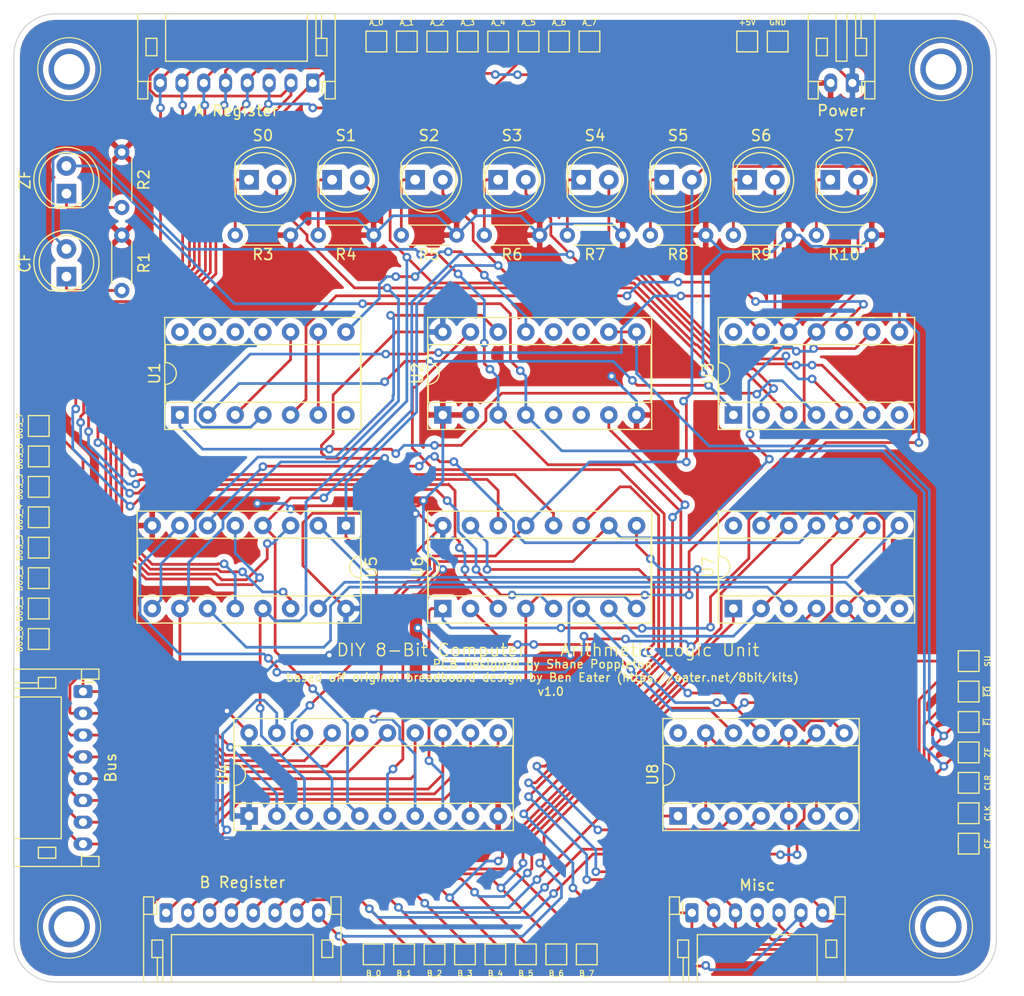
<source format=kicad_pcb>
(kicad_pcb (version 20171130) (host pcbnew "(5.1.2-1)-1")
  (layers (0 F.Cu signal) (31 B.Cu signal) (34 B.Paste user) (35 F.Paste user) (36 B.SilkS user) (37 F.SilkS user) (38 B.Mask user) (39 F.Mask user) (44 Edge.Cuts user))
  (net 0 "")
  (net 1 "Net-(D1-Pad1)")
  (net 2 CF)
  (net 3 "Net-(D2-Pad1)")
  (net 4 "Net-(D3-Pad2)")
  (net 5 "Net-(D3-Pad1)")
  (net 6 "Net-(D4-Pad1)")
  (net 7 "Net-(D4-Pad2)")
  (net 8 "Net-(D5-Pad1)")
  (net 9 "Net-(D5-Pad2)")
  (net 10 "Net-(D6-Pad2)")
  (net 11 "Net-(D6-Pad1)")
  (net 12 "Net-(D7-Pad1)")
  (net 13 "Net-(D8-Pad2)")
  (net 14 "Net-(D8-Pad1)")
  (net 15 "Net-(D9-Pad1)")
  (net 16 "Net-(D9-Pad2)")
  (net 17 "Net-(D10-Pad2)")
  (net 18 "Net-(D10-Pad1)")
  (net 19 /BUS_7)
  (net 20 /BUS_6)
  (net 21 /BUS_5)
  (net 22 /BUS_4)
  (net 23 /BUS_3)
  (net 24 /BUS_2)
  (net 25 /BUS_1)
  (net 26 /BUS_0)
  (net 27 +5V)
  (net 28 GND)
  (net 29 CLK)
  (net 30 CLR)
  (net 31 ZF)
  (net 32 ~FI~)
  (net 33 /~EO~)
  (net 34 /SU)
  (net 35 /A_7)
  (net 36 /A_6)
  (net 37 /A_5)
  (net 38 /A_4)
  (net 39 /A_3)
  (net 40 /A_2)
  (net 41 /A_1)
  (net 42 /A_0)
  (net 43 /B_0)
  (net 44 /B_1)
  (net 45 /B_2)
  (net 46 /B_3)
  (net 47 /B_4)
  (net 48 /B_5)
  (net 49 /B_6)
  (net 50 /B_7)
  (net 51 "Net-(U1-Pad6)")
  (net 52 "Net-(U1-Pad5)")
  (net 53 "Net-(U1-Pad4)")
  (net 54 "Net-(U1-Pad10)")
  (net 55 "Net-(U1-Pad2)")
  (net 56 "Net-(U1-Pad8)")
  (net 57 "Net-(U1-Pad1)")
  (net 58 "Net-(U2-Pad11)")
  (net 59 "Net-(U2-Pad12)")
  (net 60 "Net-(U2-Pad5)")
  (net 61 "Net-(U2-Pad6)")
  (net 62 "Net-(U2-Pad14)")
  (net 63 "Net-(U5-Pad2)")
  (net 64 "Net-(U5-Pad11)")
  (net 65 "Net-(U5-Pad6)")
  (net 66 "Net-(U5-Pad7)")
  (net 67 "Net-(U5-Pad15)")
  (net 68 "Net-(U6-Pad15)")
  (net 69 "Net-(U6-Pad6)")
  (net 70 "Net-(U6-Pad11)")
  (net 71 "Net-(U6-Pad2)")
  (net 72 "Net-(D7-Pad2)")
  (module Digikey:Test-Point-Pin_Drill2.79mm (layer F.Cu) (at 29.21 115.57)
    (fp_text reference REF** hide)
    (fp_text value Test-Point-Pin_Drill2.79mm hide)
    (pad 1 thru_hole circle (at 0 0) (size 3.79 3.79) (drill 2.79) (layers *.Cu *.Mask))
  )
  (module Digikey:Test-Point-Pin_Drill2.79mm (layer F.Cu) (at 109.22 115.57)
    (fp_text reference REF** hide)
    (fp_text value Test-Point-Pin_Drill2.79mm hide)
    (pad 1 thru_hole circle (at 0 0) (size 3.79 3.79) (drill 2.79) (layers *.Cu *.Mask))
  )
  (module Digikey:Test-Point-Pin_Drill2.79mm (layer F.Cu) (at 109.22 36.83)
    (fp_text reference REF** hide)
    (fp_text value Test-Point-Pin_Drill2.79mm hide)
    (pad 1 thru_hole circle (at 0 0) (size 3.79 3.79) (drill 2.79) (layers *.Cu *.Mask))
  )
  (module Digikey:Test-Point-Pin_Drill2.79mm (layer F.Cu) (at 29.21 36.83)
    (fp_text reference REF** hide)
    (fp_text value Test-Point-Pin_Drill2.79mm hide)
    (pad 1 thru_hole circle (at 0 0) (size 3.79 3.79) (drill 2.79) (layers *.Cu *.Mask))
  )
  (module LED_THT:LED_D5.0mm (layer F.Cu) (at 99.06 46.99)
    (fp_text reference D10 hide)
    (fp_text value S7 (at 1.27 -4.064) (layer F.SilkS))
    (pad 2 thru_hole circle (at 2.54 0) (size 1.8 1.8) (drill 0.9) (layers *.Cu *.Mask) (net 17 "Net-(D10-Pad2)"))
    (pad 1 thru_hole rect (at 0 0) (size 1.8 1.8) (drill 0.9) (layers *.Cu *.Mask) (net 18 "Net-(D10-Pad1)"))
  )
  (module LED_THT:LED_D5.0mm (layer F.Cu) (at 28.956 55.88 90)
    (fp_text reference D1 hide)
    (fp_text value CF (at 1.27 -3.81 90) (layer F.SilkS))
    (pad 1 thru_hole rect (at 0 0 90) (size 1.8 1.8) (drill 0.9) (layers *.Cu *.Mask) (net 1 "Net-(D1-Pad1)"))
    (pad 2 thru_hole circle (at 2.54 0 90) (size 1.8 1.8) (drill 0.9) (layers *.Cu *.Mask) (net 2 CF))
  )
  (module LED_THT:LED_D5.0mm (layer F.Cu) (at 28.956 48.26 90)
    (fp_text reference D2 hide)
    (fp_text value ZF (at 1.27 -3.81 90) (layer F.SilkS))
    (pad 2 thru_hole circle (at 2.54 0 90) (size 1.8 1.8) (drill 0.9) (layers *.Cu *.Mask) (net 31 ZF))
    (pad 1 thru_hole rect (at 0 0 90) (size 1.8 1.8) (drill 0.9) (layers *.Cu *.Mask) (net 3 "Net-(D2-Pad1)"))
  )
  (module LED_THT:LED_D5.0mm (layer F.Cu) (at 45.72 46.99)
    (fp_text reference D3 hide)
    (fp_text value S0 (at 1.27 -4.064) (layer F.SilkS))
    (pad 2 thru_hole circle (at 2.54 0) (size 1.8 1.8) (drill 0.9) (layers *.Cu *.Mask) (net 4 "Net-(D3-Pad2)"))
    (pad 1 thru_hole rect (at 0 0) (size 1.8 1.8) (drill 0.9) (layers *.Cu *.Mask) (net 5 "Net-(D3-Pad1)"))
  )
  (module LED_THT:LED_D5.0mm (layer F.Cu) (at 53.34 46.99)
    (fp_text reference D4 hide)
    (fp_text value S1 (at 1.27 -4.064) (layer F.SilkS))
    (pad 1 thru_hole rect (at 0 0) (size 1.8 1.8) (drill 0.9) (layers *.Cu *.Mask) (net 6 "Net-(D4-Pad1)"))
    (pad 2 thru_hole circle (at 2.54 0) (size 1.8 1.8) (drill 0.9) (layers *.Cu *.Mask) (net 7 "Net-(D4-Pad2)"))
  )
  (module LED_THT:LED_D5.0mm (layer F.Cu) (at 60.96 46.99)
    (fp_text reference D5 hide)
    (fp_text value S2 (at 1.27 -4.064) (layer F.SilkS))
    (pad 1 thru_hole rect (at 0 0) (size 1.8 1.8) (drill 0.9) (layers *.Cu *.Mask) (net 8 "Net-(D5-Pad1)"))
    (pad 2 thru_hole circle (at 2.54 0) (size 1.8 1.8) (drill 0.9) (layers *.Cu *.Mask) (net 9 "Net-(D5-Pad2)"))
  )
  (module LED_THT:LED_D5.0mm (layer F.Cu) (at 68.58 46.99)
    (fp_text reference D6 hide)
    (fp_text value S3 (at 1.27 -4.064) (layer F.SilkS))
    (pad 2 thru_hole circle (at 2.54 0) (size 1.8 1.8) (drill 0.9) (layers *.Cu *.Mask) (net 10 "Net-(D6-Pad2)"))
    (pad 1 thru_hole rect (at 0 0) (size 1.8 1.8) (drill 0.9) (layers *.Cu *.Mask) (net 11 "Net-(D6-Pad1)"))
  )
  (module LED_THT:LED_D5.0mm (layer F.Cu) (at 76.2 46.99)
    (fp_text reference D7 hide)
    (fp_text value S4 (at 1.27 -4.064) (layer F.SilkS))
    (pad 1 thru_hole rect (at 0 0) (size 1.8 1.8) (drill 0.9) (layers *.Cu *.Mask) (net 12 "Net-(D7-Pad1)"))
    (pad 2 thru_hole circle (at 2.54 0) (size 1.8 1.8) (drill 0.9) (layers *.Cu *.Mask) (net 72 "Net-(D7-Pad2)"))
  )
  (module LED_THT:LED_D5.0mm (layer F.Cu) (at 83.82 46.99)
    (fp_text reference D8 hide)
    (fp_text value S5 (at 1.27 -4.064) (layer F.SilkS))
    (pad 2 thru_hole circle (at 2.54 0) (size 1.8 1.8) (drill 0.9) (layers *.Cu *.Mask) (net 13 "Net-(D8-Pad2)"))
    (pad 1 thru_hole rect (at 0 0) (size 1.8 1.8) (drill 0.9) (layers *.Cu *.Mask) (net 14 "Net-(D8-Pad1)"))
  )
  (module LED_THT:LED_D5.0mm (layer F.Cu) (at 91.44 46.99)
    (fp_text reference D9 hide)
    (fp_text value S6 (at 1.27 -4.064) (layer F.SilkS))
    (pad 1 thru_hole rect (at 0 0) (size 1.8 1.8) (drill 0.9) (layers *.Cu *.Mask) (net 15 "Net-(D9-Pad1)"))
    (pad 2 thru_hole circle (at 2.54 0) (size 1.8 1.8) (drill 0.9) (layers *.Cu *.Mask) (net 16 "Net-(D9-Pad2)"))
  )
  (module Connector_JST:JST_PH_S8B-PH-K_1x08_P2.00mm_Horizontal (layer F.Cu) (at 30.48 93.98 270)
    (fp_text reference J1 hide)
    (fp_text value Bus (at 7 -2.54 90) (layer F.SilkS))
    (pad 1 thru_hole roundrect (at 0 0 270) (size 1.2 1.75) (drill 0.75) (layers *.Cu *.Mask) (roundrect_rratio 0.208333) (net 19 /BUS_7))
    (pad 2 thru_hole oval (at 2 0 270) (size 1.2 1.75) (drill 0.75) (layers *.Cu *.Mask) (net 20 /BUS_6))
    (pad 3 thru_hole oval (at 4 0 270) (size 1.2 1.75) (drill 0.75) (layers *.Cu *.Mask) (net 21 /BUS_5))
    (pad 4 thru_hole oval (at 6 0 270) (size 1.2 1.75) (drill 0.75) (layers *.Cu *.Mask) (net 22 /BUS_4))
    (pad 5 thru_hole oval (at 8 0 270) (size 1.2 1.75) (drill 0.75) (layers *.Cu *.Mask) (net 23 /BUS_3))
    (pad 6 thru_hole oval (at 10 0 270) (size 1.2 1.75) (drill 0.75) (layers *.Cu *.Mask) (net 24 /BUS_2))
    (pad 7 thru_hole oval (at 12 0 270) (size 1.2 1.75) (drill 0.75) (layers *.Cu *.Mask) (net 25 /BUS_1))
    (pad 8 thru_hole oval (at 14 0 270) (size 1.2 1.75) (drill 0.75) (layers *.Cu *.Mask) (net 26 /BUS_0))
  )
  (module Connector_JST:JST_PH_S2B-PH-K_1x02_P2.00mm_Horizontal (layer F.Cu) (at 101.092 38.1 180)
    (fp_text reference J2 hide)
    (fp_text value Power (at 1.016 -2.54) (layer F.SilkS))
    (pad 1 thru_hole roundrect (at 0 0 180) (size 1.2 1.75) (drill 0.75) (layers *.Cu *.Mask) (roundrect_rratio 0.208333) (net 27 +5V))
    (pad 2 thru_hole oval (at 2 0 180) (size 1.2 1.75) (drill 0.75) (layers *.Cu *.Mask) (net 28 GND))
  )
  (module Connector_JST:JST_PH_S7B-PH-K_1x07_P2.00mm_Horizontal (layer F.Cu) (at 86.36 114.3)
    (fp_text reference J3 hide)
    (fp_text value Misc (at 6 -2.54) (layer F.SilkS))
    (pad 1 thru_hole roundrect (at 0 0) (size 1.2 1.75) (drill 0.75) (layers *.Cu *.Mask) (roundrect_rratio 0.208333) (net 2 CF))
    (pad 2 thru_hole oval (at 2 0) (size 1.2 1.75) (drill 0.75) (layers *.Cu *.Mask) (net 29 CLK))
    (pad 3 thru_hole oval (at 4 0) (size 1.2 1.75) (drill 0.75) (layers *.Cu *.Mask) (net 30 CLR))
    (pad 4 thru_hole oval (at 6 0) (size 1.2 1.75) (drill 0.75) (layers *.Cu *.Mask) (net 31 ZF))
    (pad 5 thru_hole oval (at 8 0) (size 1.2 1.75) (drill 0.75) (layers *.Cu *.Mask) (net 32 ~FI~))
    (pad 6 thru_hole oval (at 10 0) (size 1.2 1.75) (drill 0.75) (layers *.Cu *.Mask) (net 33 /~EO~))
    (pad 7 thru_hole oval (at 12 0) (size 1.2 1.75) (drill 0.75) (layers *.Cu *.Mask) (net 34 /SU))
  )
  (module Connector_JST:JST_PH_S8B-PH-K_1x08_P2.00mm_Horizontal (layer F.Cu) (at 51.562 38.1 180)
    (fp_text reference J4 hide)
    (fp_text value "A Register" (at 7 -2.54) (layer F.SilkS))
    (pad 1 thru_hole roundrect (at 0 0 180) (size 1.2 1.75) (drill 0.75) (layers *.Cu *.Mask) (roundrect_rratio 0.208333) (net 35 /A_7))
    (pad 2 thru_hole oval (at 2 0 180) (size 1.2 1.75) (drill 0.75) (layers *.Cu *.Mask) (net 36 /A_6))
    (pad 3 thru_hole oval (at 4 0 180) (size 1.2 1.75) (drill 0.75) (layers *.Cu *.Mask) (net 37 /A_5))
    (pad 4 thru_hole oval (at 6 0 180) (size 1.2 1.75) (drill 0.75) (layers *.Cu *.Mask) (net 38 /A_4))
    (pad 5 thru_hole oval (at 8 0 180) (size 1.2 1.75) (drill 0.75) (layers *.Cu *.Mask) (net 39 /A_3))
    (pad 6 thru_hole oval (at 10 0 180) (size 1.2 1.75) (drill 0.75) (layers *.Cu *.Mask) (net 40 /A_2))
    (pad 7 thru_hole oval (at 12 0 180) (size 1.2 1.75) (drill 0.75) (layers *.Cu *.Mask) (net 41 /A_1))
    (pad 8 thru_hole oval (at 14 0 180) (size 1.2 1.75) (drill 0.75) (layers *.Cu *.Mask) (net 42 /A_0))
  )
  (module Connector_JST:JST_PH_S8B-PH-K_1x08_P2.00mm_Horizontal (layer F.Cu) (at 38.1 114.3)
    (fp_text reference J5 hide)
    (fp_text value "B Register" (at 7 -2.794) (layer F.SilkS))
    (pad 8 thru_hole oval (at 14 0) (size 1.2 1.75) (drill 0.75) (layers *.Cu *.Mask) (net 43 /B_0))
    (pad 7 thru_hole oval (at 12 0) (size 1.2 1.75) (drill 0.75) (layers *.Cu *.Mask) (net 44 /B_1))
    (pad 6 thru_hole oval (at 10 0) (size 1.2 1.75) (drill 0.75) (layers *.Cu *.Mask) (net 45 /B_2))
    (pad 5 thru_hole oval (at 8 0) (size 1.2 1.75) (drill 0.75) (layers *.Cu *.Mask) (net 46 /B_3))
    (pad 4 thru_hole oval (at 6 0) (size 1.2 1.75) (drill 0.75) (layers *.Cu *.Mask) (net 47 /B_4))
    (pad 3 thru_hole oval (at 4 0) (size 1.2 1.75) (drill 0.75) (layers *.Cu *.Mask) (net 48 /B_5))
    (pad 2 thru_hole oval (at 2 0) (size 1.2 1.75) (drill 0.75) (layers *.Cu *.Mask) (net 49 /B_6))
    (pad 1 thru_hole roundrect (at 0 0) (size 1.2 1.75) (drill 0.75) (layers *.Cu *.Mask) (roundrect_rratio 0.208333) (net 50 /B_7))
  )
  (module Resistor_THT:R_Axial_DIN0204_L3.6mm_D1.6mm_P5.08mm_Horizontal (layer F.Cu) (at 34.036 52.07 270)
    (fp_text reference R1 (at 2.54 -2.032 90) (layer F.SilkS))
    (fp_text value 220R)
    (pad 2 thru_hole oval (at 5.08 0 270) (size 1.4 1.4) (drill 0.7) (layers *.Cu *.Mask) (net 1 "Net-(D1-Pad1)"))
    (pad 1 thru_hole circle (at 0 0 270) (size 1.4 1.4) (drill 0.7) (layers *.Cu *.Mask) (net 28 GND))
  )
  (module Resistor_THT:R_Axial_DIN0204_L3.6mm_D1.6mm_P5.08mm_Horizontal (layer F.Cu) (at 34.036 44.45 270)
    (fp_text reference R2 (at 2.54 -2.032 90) (layer F.SilkS))
    (fp_text value 220R)
    (pad 1 thru_hole circle (at 0 0 270) (size 1.4 1.4) (drill 0.7) (layers *.Cu *.Mask) (net 28 GND))
    (pad 2 thru_hole oval (at 5.08 0 270) (size 1.4 1.4) (drill 0.7) (layers *.Cu *.Mask) (net 3 "Net-(D2-Pad1)"))
  )
  (module Resistor_THT:R_Axial_DIN0204_L3.6mm_D1.6mm_P5.08mm_Horizontal (layer F.Cu) (at 44.45 52.07)
    (fp_text reference R3 (at 2.54 1.778) (layer F.SilkS))
    (fp_text value 220R)
    (pad 2 thru_hole oval (at 5.08 0) (size 1.4 1.4) (drill 0.7) (layers *.Cu *.Mask) (net 28 GND))
    (pad 1 thru_hole circle (at 0 0) (size 1.4 1.4) (drill 0.7) (layers *.Cu *.Mask) (net 5 "Net-(D3-Pad1)"))
  )
  (module Resistor_THT:R_Axial_DIN0204_L3.6mm_D1.6mm_P5.08mm_Horizontal (layer F.Cu) (at 52.07 52.07)
    (fp_text reference R4 (at 2.54 1.778) (layer F.SilkS))
    (fp_text value 220R)
    (pad 2 thru_hole oval (at 5.08 0) (size 1.4 1.4) (drill 0.7) (layers *.Cu *.Mask) (net 28 GND))
    (pad 1 thru_hole circle (at 0 0) (size 1.4 1.4) (drill 0.7) (layers *.Cu *.Mask) (net 6 "Net-(D4-Pad1)"))
  )
  (module Resistor_THT:R_Axial_DIN0204_L3.6mm_D1.6mm_P5.08mm_Horizontal (layer F.Cu) (at 59.69 52.07)
    (fp_text reference R5 (at 2.54 1.778) (layer F.SilkS))
    (fp_text value 220R)
    (pad 1 thru_hole circle (at 0 0) (size 1.4 1.4) (drill 0.7) (layers *.Cu *.Mask) (net 8 "Net-(D5-Pad1)"))
    (pad 2 thru_hole oval (at 5.08 0) (size 1.4 1.4) (drill 0.7) (layers *.Cu *.Mask) (net 28 GND))
  )
  (module Resistor_THT:R_Axial_DIN0204_L3.6mm_D1.6mm_P5.08mm_Horizontal (layer F.Cu) (at 67.31 52.07)
    (fp_text reference R6 (at 2.54 1.778) (layer F.SilkS))
    (fp_text value 220R)
    (pad 1 thru_hole circle (at 0 0) (size 1.4 1.4) (drill 0.7) (layers *.Cu *.Mask) (net 11 "Net-(D6-Pad1)"))
    (pad 2 thru_hole oval (at 5.08 0) (size 1.4 1.4) (drill 0.7) (layers *.Cu *.Mask) (net 28 GND))
  )
  (module Resistor_THT:R_Axial_DIN0204_L3.6mm_D1.6mm_P5.08mm_Horizontal (layer F.Cu) (at 74.93 52.07)
    (fp_text reference R7 (at 2.54 1.778) (layer F.SilkS))
    (fp_text value 220R)
    (pad 2 thru_hole oval (at 5.08 0) (size 1.4 1.4) (drill 0.7) (layers *.Cu *.Mask) (net 28 GND))
    (pad 1 thru_hole circle (at 0 0) (size 1.4 1.4) (drill 0.7) (layers *.Cu *.Mask) (net 12 "Net-(D7-Pad1)"))
  )
  (module Resistor_THT:R_Axial_DIN0204_L3.6mm_D1.6mm_P5.08mm_Horizontal (layer F.Cu) (at 82.55 52.07)
    (fp_text reference R8 (at 2.54 1.778) (layer F.SilkS))
    (fp_text value 220R)
    (pad 1 thru_hole circle (at 0 0) (size 1.4 1.4) (drill 0.7) (layers *.Cu *.Mask) (net 14 "Net-(D8-Pad1)"))
    (pad 2 thru_hole oval (at 5.08 0) (size 1.4 1.4) (drill 0.7) (layers *.Cu *.Mask) (net 28 GND))
  )
  (module Resistor_THT:R_Axial_DIN0204_L3.6mm_D1.6mm_P5.08mm_Horizontal (layer F.Cu) (at 90.17 52.07)
    (fp_text reference R9 (at 2.54 1.778) (layer F.SilkS))
    (fp_text value 220R)
    (pad 1 thru_hole circle (at 0 0) (size 1.4 1.4) (drill 0.7) (layers *.Cu *.Mask) (net 15 "Net-(D9-Pad1)"))
    (pad 2 thru_hole oval (at 5.08 0) (size 1.4 1.4) (drill 0.7) (layers *.Cu *.Mask) (net 28 GND))
  )
  (module Resistor_THT:R_Axial_DIN0204_L3.6mm_D1.6mm_P5.08mm_Horizontal (layer F.Cu) (at 97.79 52.07)
    (fp_text reference R10 (at 2.54 1.778) (layer F.SilkS))
    (fp_text value 220R)
    (pad 1 thru_hole circle (at 0 0) (size 1.4 1.4) (drill 0.7) (layers *.Cu *.Mask) (net 18 "Net-(D10-Pad1)"))
    (pad 2 thru_hole oval (at 5.08 0) (size 1.4 1.4) (drill 0.7) (layers *.Cu *.Mask) (net 28 GND))
  )
  (module TestPoint:TestPoint_Pad_1.5x1.5mm (layer F.Cu) (at 111.76 107.95 90)
    (fp_text reference TP1 hide)
    (fp_text value CF (at 0 1.75 90) (layer F.SilkS) (effects (font (size 0.508 0.508) (thickness 0.1016))))
    (pad 1 smd rect (at 0 0 90) (size 1.5 1.5) (layers F.Cu F.Mask) (net 2 CF))
  )
  (module TestPoint:TestPoint_Pad_1.5x1.5mm (layer F.Cu) (at 111.76 99.568 90)
    (fp_text reference TP2 hide)
    (fp_text value ZF (at 0 1.75 90) (layer F.SilkS) (effects (font (size 0.508 0.508) (thickness 0.1016))))
    (pad 1 smd rect (at 0 0 90) (size 1.5 1.5) (layers F.Cu F.Mask) (net 31 ZF))
  )
  (module TestPoint:TestPoint_Pad_1.5x1.5mm (layer F.Cu) (at 111.76 96.774 90)
    (fp_text reference TP3 hide)
    (fp_text value ~FI~ (at 0 1.75 90) (layer F.SilkS) (effects (font (size 0.508 0.508) (thickness 0.1016))))
    (pad 1 smd rect (at 0 0 90) (size 1.5 1.5) (layers F.Cu F.Mask) (net 32 ~FI~))
  )
  (module TestPoint:TestPoint_Pad_1.5x1.5mm (layer F.Cu) (at 111.76 105.156 90)
    (fp_text reference TP4 hide)
    (fp_text value CLK (at 0 1.75 90) (layer F.SilkS) (effects (font (size 0.508 0.508) (thickness 0.1016))))
    (pad 1 smd rect (at 0 0 90) (size 1.5 1.5) (layers F.Cu F.Mask) (net 29 CLK))
  )
  (module TestPoint:TestPoint_Pad_1.5x1.5mm (layer F.Cu) (at 111.76 102.362 90)
    (fp_text reference TP5 hide)
    (fp_text value CLR (at 0 1.75 90) (layer F.SilkS) (effects (font (size 0.508 0.508) (thickness 0.1016))))
    (pad 1 smd rect (at 0 0 90) (size 1.5 1.5) (layers F.Cu F.Mask) (net 30 CLR))
  )
  (module TestPoint:TestPoint_Pad_1.5x1.5mm (layer F.Cu) (at 26.416 89.154 270)
    (fp_text reference TP6 hide)
    (fp_text value BUS_0 (at 0 1.75 90) (layer F.SilkS) (effects (font (size 0.508 0.508) (thickness 0.1016))))
    (pad 1 smd rect (at 0 0 270) (size 1.5 1.5) (layers F.Cu F.Mask) (net 26 /BUS_0))
  )
  (module TestPoint:TestPoint_Pad_1.5x1.5mm (layer F.Cu) (at 26.416 86.36 270)
    (fp_text reference TP7 hide)
    (fp_text value BUS_1 (at 0 1.75 90) (layer F.SilkS) (effects (font (size 0.508 0.508) (thickness 0.1016))))
    (pad 1 smd rect (at 0 0 270) (size 1.5 1.5) (layers F.Cu F.Mask) (net 25 /BUS_1))
  )
  (module TestPoint:TestPoint_Pad_1.5x1.5mm (layer F.Cu) (at 26.416 83.566 270)
    (fp_text reference TP8 hide)
    (fp_text value BUS_2 (at 0 1.75 90) (layer F.SilkS) (effects (font (size 0.508 0.508) (thickness 0.1016))))
    (pad 1 smd rect (at 0 0 270) (size 1.5 1.5) (layers F.Cu F.Mask) (net 24 /BUS_2))
  )
  (module TestPoint:TestPoint_Pad_1.5x1.5mm (layer F.Cu) (at 26.416 80.772 270)
    (fp_text reference TP9 hide)
    (fp_text value BUS_3 (at 0 1.75 90) (layer F.SilkS) (effects (font (size 0.508 0.508) (thickness 0.1016))))
    (pad 1 smd rect (at 0 0 270) (size 1.5 1.5) (layers F.Cu F.Mask) (net 23 /BUS_3))
  )
  (module TestPoint:TestPoint_Pad_1.5x1.5mm (layer F.Cu) (at 26.416 77.978 270)
    (fp_text reference TP10 hide)
    (fp_text value BUS_4 (at 0 1.75 90) (layer F.SilkS) (effects (font (size 0.508 0.508) (thickness 0.1016))))
    (pad 1 smd rect (at 0 0 270) (size 1.5 1.5) (layers F.Cu F.Mask) (net 22 /BUS_4))
  )
  (module TestPoint:TestPoint_Pad_1.5x1.5mm (layer F.Cu) (at 26.416 75.184 270)
    (fp_text reference TP11 hide)
    (fp_text value BUS_5 (at 0 1.75 90) (layer F.SilkS) (effects (font (size 0.508 0.508) (thickness 0.1016))))
    (pad 1 smd rect (at 0 0 270) (size 1.5 1.5) (layers F.Cu F.Mask) (net 21 /BUS_5))
  )
  (module TestPoint:TestPoint_Pad_1.5x1.5mm (layer F.Cu) (at 26.416 72.39 270)
    (fp_text reference TP12 hide)
    (fp_text value BUS_6 (at 0 1.75 90) (layer F.SilkS) (effects (font (size 0.508 0.508) (thickness 0.1016))))
    (pad 1 smd rect (at 0 0 270) (size 1.5 1.5) (layers F.Cu F.Mask) (net 20 /BUS_6))
  )
  (module TestPoint:TestPoint_Pad_1.5x1.5mm (layer F.Cu) (at 26.416 69.596 270)
    (fp_text reference TP13 hide)
    (fp_text value BUS_7 (at 0 1.75 90) (layer F.SilkS) (effects (font (size 0.508 0.508) (thickness 0.1016))))
    (pad 1 smd rect (at 0 0 270) (size 1.5 1.5) (layers F.Cu F.Mask) (net 19 /BUS_7))
  )
  (module TestPoint:TestPoint_Pad_1.5x1.5mm (layer F.Cu) (at 91.44 34.29 180)
    (fp_text reference TP14 hide)
    (fp_text value +5V (at 0 1.75) (layer F.SilkS) (effects (font (size 0.508 0.508) (thickness 0.1016))))
    (pad 1 smd rect (at 0 0 180) (size 1.5 1.5) (layers F.Cu F.Mask) (net 27 +5V))
  )
  (module TestPoint:TestPoint_Pad_1.5x1.5mm (layer F.Cu) (at 94.234 34.29 180)
    (fp_text reference TP15 hide)
    (fp_text value GND (at 0 1.75) (layer F.SilkS) (effects (font (size 0.508 0.508) (thickness 0.1016))))
    (pad 1 smd rect (at 0 0 180) (size 1.5 1.5) (layers F.Cu F.Mask) (net 28 GND))
  )
  (module TestPoint:TestPoint_Pad_1.5x1.5mm (layer F.Cu) (at 57.404 34.29 180)
    (fp_text reference TP16 hide)
    (fp_text value A_0 (at 0 1.75) (layer F.SilkS) (effects (font (size 0.508 0.508) (thickness 0.1016))))
    (pad 1 smd rect (at 0 0 180) (size 1.5 1.5) (layers F.Cu F.Mask) (net 42 /A_0))
  )
  (module TestPoint:TestPoint_Pad_1.5x1.5mm (layer F.Cu) (at 60.198 34.29 180)
    (fp_text reference TP17 hide)
    (fp_text value A_1 (at 0 1.75) (layer F.SilkS) (effects (font (size 0.508 0.508) (thickness 0.1016))))
    (pad 1 smd rect (at 0 0 180) (size 1.5 1.5) (layers F.Cu F.Mask) (net 41 /A_1))
  )
  (module TestPoint:TestPoint_Pad_1.5x1.5mm (layer F.Cu) (at 62.992 34.29 180)
    (fp_text reference TP18 hide)
    (fp_text value A_2 (at 0 1.75) (layer F.SilkS) (effects (font (size 0.508 0.508) (thickness 0.1016))))
    (pad 1 smd rect (at 0 0 180) (size 1.5 1.5) (layers F.Cu F.Mask) (net 40 /A_2))
  )
  (module TestPoint:TestPoint_Pad_1.5x1.5mm (layer F.Cu) (at 57.15 118.11)
    (fp_text reference TP19 hide)
    (fp_text value B_0 (at 0 1.75) (layer F.SilkS) (effects (font (size 0.508 0.508) (thickness 0.1016))))
    (pad 1 smd rect (at 0 0) (size 1.5 1.5) (layers F.Cu F.Mask) (net 43 /B_0))
  )
  (module TestPoint:TestPoint_Pad_1.5x1.5mm (layer F.Cu) (at 65.786 34.29 180)
    (fp_text reference TP20 hide)
    (fp_text value A_3 (at 0 1.75) (layer F.SilkS) (effects (font (size 0.508 0.508) (thickness 0.1016))))
    (pad 1 smd rect (at 0 0 180) (size 1.5 1.5) (layers F.Cu F.Mask) (net 39 /A_3))
  )
  (module TestPoint:TestPoint_Pad_1.5x1.5mm (layer F.Cu) (at 59.944 118.11)
    (fp_text reference TP21 hide)
    (fp_text value B_1 (at 0 1.75) (layer F.SilkS) (effects (font (size 0.508 0.508) (thickness 0.1016))))
    (pad 1 smd rect (at 0 0) (size 1.5 1.5) (layers F.Cu F.Mask) (net 44 /B_1))
  )
  (module TestPoint:TestPoint_Pad_1.5x1.5mm (layer F.Cu) (at 68.58 34.29 180)
    (fp_text reference TP22 hide)
    (fp_text value A_4 (at 0 1.75) (layer F.SilkS) (effects (font (size 0.508 0.508) (thickness 0.1016))))
    (pad 1 smd rect (at 0 0 180) (size 1.5 1.5) (layers F.Cu F.Mask) (net 38 /A_4))
  )
  (module TestPoint:TestPoint_Pad_1.5x1.5mm (layer F.Cu) (at 62.738 118.11)
    (fp_text reference TP23 hide)
    (fp_text value B_2 (at 0 1.75) (layer F.SilkS) (effects (font (size 0.508 0.508) (thickness 0.1016))))
    (pad 1 smd rect (at 0 0) (size 1.5 1.5) (layers F.Cu F.Mask) (net 45 /B_2))
  )
  (module TestPoint:TestPoint_Pad_1.5x1.5mm (layer F.Cu) (at 71.374 34.29 180)
    (fp_text reference TP24 hide)
    (fp_text value A_5 (at 0 1.75) (layer F.SilkS) (effects (font (size 0.508 0.508) (thickness 0.1016))))
    (pad 1 smd rect (at 0 0 180) (size 1.5 1.5) (layers F.Cu F.Mask) (net 37 /A_5))
  )
  (module TestPoint:TestPoint_Pad_1.5x1.5mm (layer F.Cu) (at 111.76 91.186 90)
    (fp_text reference TP25 hide)
    (fp_text value SU (at 0 1.75 90) (layer F.SilkS) (effects (font (size 0.508 0.508) (thickness 0.1016))))
    (pad 1 smd rect (at 0 0 90) (size 1.5 1.5) (layers F.Cu F.Mask) (net 34 /SU))
  )
  (module TestPoint:TestPoint_Pad_1.5x1.5mm (layer F.Cu) (at 65.532 118.11)
    (fp_text reference TP26 hide)
    (fp_text value B_3 (at 0 1.75) (layer F.SilkS) (effects (font (size 0.508 0.508) (thickness 0.1016))))
    (pad 1 smd rect (at 0 0) (size 1.5 1.5) (layers F.Cu F.Mask) (net 46 /B_3))
  )
  (module TestPoint:TestPoint_Pad_1.5x1.5mm (layer F.Cu) (at 74.168 34.29 180)
    (fp_text reference TP27 hide)
    (fp_text value A_6 (at 0 1.75) (layer F.SilkS) (effects (font (size 0.508 0.508) (thickness 0.1016))))
    (pad 1 smd rect (at 0 0 180) (size 1.5 1.5) (layers F.Cu F.Mask) (net 36 /A_6))
  )
  (module TestPoint:TestPoint_Pad_1.5x1.5mm (layer F.Cu) (at 68.326 118.11)
    (fp_text reference TP28 hide)
    (fp_text value B_4 (at 0 1.75) (layer F.SilkS) (effects (font (size 0.508 0.508) (thickness 0.1016))))
    (pad 1 smd rect (at 0 0) (size 1.5 1.5) (layers F.Cu F.Mask) (net 47 /B_4))
  )
  (module TestPoint:TestPoint_Pad_1.5x1.5mm (layer F.Cu) (at 76.962 34.29 180)
    (fp_text reference TP29 hide)
    (fp_text value A_7 (at 0 1.75) (layer F.SilkS) (effects (font (size 0.508 0.508) (thickness 0.1016))))
    (pad 1 smd rect (at 0 0 180) (size 1.5 1.5) (layers F.Cu F.Mask) (net 35 /A_7))
  )
  (module TestPoint:TestPoint_Pad_1.5x1.5mm (layer F.Cu) (at 71.12 118.11)
    (fp_text reference TP30 hide)
    (fp_text value B_5 (at 0 1.75) (layer F.SilkS) (effects (font (size 0.508 0.508) (thickness 0.1016))))
    (pad 1 smd rect (at 0 0) (size 1.5 1.5) (layers F.Cu F.Mask) (net 48 /B_5))
  )
  (module TestPoint:TestPoint_Pad_1.5x1.5mm (layer F.Cu) (at 73.914 118.11)
    (fp_text reference TP31 hide)
    (fp_text value B_6 (at 0 1.75) (layer F.SilkS) (effects (font (size 0.508 0.508) (thickness 0.1016))))
    (pad 1 smd rect (at 0 0) (size 1.5 1.5) (layers F.Cu F.Mask) (net 49 /B_6))
  )
  (module TestPoint:TestPoint_Pad_1.5x1.5mm (layer F.Cu) (at 76.708 118.11)
    (fp_text reference TP32 hide)
    (fp_text value B_7 (at 0 1.75) (layer F.SilkS) (effects (font (size 0.508 0.508) (thickness 0.1016))))
    (pad 1 smd rect (at 0 0) (size 1.5 1.5) (layers F.Cu F.Mask) (net 50 /B_7))
  )
  (module TestPoint:TestPoint_Pad_1.5x1.5mm (layer F.Cu) (at 111.76 93.98 90)
    (fp_text reference TP33 hide)
    (fp_text value ~EO~ (at 0 1.75 90) (layer F.SilkS) (effects (font (size 0.508 0.508) (thickness 0.1016))))
    (pad 1 smd rect (at 0 0 90) (size 1.5 1.5) (layers F.Cu F.Mask) (net 33 /~EO~))
  )
  (module Package_DIP:DIP-14_W7.62mm_Socket (layer F.Cu) (at 39.37 68.58 90)
    (fp_text reference U1 (at 3.81 -2.33 90) (layer F.SilkS))
    (fp_text value 74LS08)
    (pad 14 thru_hole oval (at 7.62 0 90) (size 1.6 1.6) (drill 0.8) (layers *.Cu *.Mask))
    (pad 7 thru_hole oval (at 0 15.24 90) (size 1.6 1.6) (drill 0.8) (layers *.Cu *.Mask))
    (pad 13 thru_hole oval (at 7.62 2.54 90) (size 1.6 1.6) (drill 0.8) (layers *.Cu *.Mask))
    (pad 6 thru_hole oval (at 0 12.7 90) (size 1.6 1.6) (drill 0.8) (layers *.Cu *.Mask) (net 51 "Net-(U1-Pad6)"))
    (pad 12 thru_hole oval (at 7.62 5.08 90) (size 1.6 1.6) (drill 0.8) (layers *.Cu *.Mask))
    (pad 5 thru_hole oval (at 0 10.16 90) (size 1.6 1.6) (drill 0.8) (layers *.Cu *.Mask) (net 52 "Net-(U1-Pad5)"))
    (pad 11 thru_hole oval (at 7.62 7.62 90) (size 1.6 1.6) (drill 0.8) (layers *.Cu *.Mask))
    (pad 4 thru_hole oval (at 0 7.62 90) (size 1.6 1.6) (drill 0.8) (layers *.Cu *.Mask) (net 53 "Net-(U1-Pad4)"))
    (pad 10 thru_hole oval (at 7.62 10.16 90) (size 1.6 1.6) (drill 0.8) (layers *.Cu *.Mask) (net 54 "Net-(U1-Pad10)"))
    (pad 3 thru_hole oval (at 0 5.08 90) (size 1.6 1.6) (drill 0.8) (layers *.Cu *.Mask) (net 54 "Net-(U1-Pad10)"))
    (pad 9 thru_hole oval (at 7.62 12.7 90) (size 1.6 1.6) (drill 0.8) (layers *.Cu *.Mask) (net 51 "Net-(U1-Pad6)"))
    (pad 2 thru_hole oval (at 0 2.54 90) (size 1.6 1.6) (drill 0.8) (layers *.Cu *.Mask) (net 55 "Net-(U1-Pad2)"))
    (pad 8 thru_hole oval (at 7.62 15.24 90) (size 1.6 1.6) (drill 0.8) (layers *.Cu *.Mask) (net 56 "Net-(U1-Pad8)"))
    (pad 1 thru_hole rect (at 0 0 90) (size 1.6 1.6) (drill 0.8) (layers *.Cu *.Mask) (net 57 "Net-(U1-Pad1)"))
  )
  (module Package_DIP:DIP-16_W7.62mm_Socket (layer F.Cu) (at 63.5 68.58 90)
    (fp_text reference U2 (at 3.81 -2.33 90) (layer F.SilkS))
    (fp_text value 74LS173)
    (pad 1 thru_hole rect (at 0 0 90) (size 1.6 1.6) (drill 0.8) (layers *.Cu *.Mask) (net 28 GND))
    (pad 9 thru_hole oval (at 7.62 17.78 90) (size 1.6 1.6) (drill 0.8) (layers *.Cu *.Mask) (net 32 ~FI~))
    (pad 2 thru_hole oval (at 0 2.54 90) (size 1.6 1.6) (drill 0.8) (layers *.Cu *.Mask) (net 28 GND))
    (pad 10 thru_hole oval (at 7.62 15.24 90) (size 1.6 1.6) (drill 0.8) (layers *.Cu *.Mask) (net 32 ~FI~))
    (pad 3 thru_hole oval (at 0 5.08 90) (size 1.6 1.6) (drill 0.8) (layers *.Cu *.Mask) (net 2 CF))
    (pad 11 thru_hole oval (at 7.62 12.7 90) (size 1.6 1.6) (drill 0.8) (layers *.Cu *.Mask) (net 58 "Net-(U2-Pad11)"))
    (pad 4 thru_hole oval (at 0 7.62 90) (size 1.6 1.6) (drill 0.8) (layers *.Cu *.Mask) (net 31 ZF))
    (pad 12 thru_hole oval (at 7.62 10.16 90) (size 1.6 1.6) (drill 0.8) (layers *.Cu *.Mask) (net 59 "Net-(U2-Pad12)"))
    (pad 5 thru_hole oval (at 0 10.16 90) (size 1.6 1.6) (drill 0.8) (layers *.Cu *.Mask) (net 60 "Net-(U2-Pad5)"))
    (pad 13 thru_hole oval (at 7.62 7.62 90) (size 1.6 1.6) (drill 0.8) (layers *.Cu *.Mask) (net 56 "Net-(U1-Pad8)"))
    (pad 6 thru_hole oval (at 0 12.7 90) (size 1.6 1.6) (drill 0.8) (layers *.Cu *.Mask) (net 61 "Net-(U2-Pad6)"))
    (pad 14 thru_hole oval (at 7.62 5.08 90) (size 1.6 1.6) (drill 0.8) (layers *.Cu *.Mask) (net 62 "Net-(U2-Pad14)"))
    (pad 7 thru_hole oval (at 0 15.24 90) (size 1.6 1.6) (drill 0.8) (layers *.Cu *.Mask) (net 29 CLK))
    (pad 15 thru_hole oval (at 7.62 2.54 90) (size 1.6 1.6) (drill 0.8) (layers *.Cu *.Mask) (net 30 CLR))
    (pad 8 thru_hole oval (at 0 17.78 90) (size 1.6 1.6) (drill 0.8) (layers *.Cu *.Mask) (net 28 GND))
    (pad 16 thru_hole oval (at 7.62 0 90) (size 1.6 1.6) (drill 0.8) (layers *.Cu *.Mask) (net 27 +5V))
  )
  (module Package_DIP:DIP-14_W7.62mm_Socket (layer F.Cu) (at 90.17 68.58 90)
    (fp_text reference U3 (at 3.81 -2.33 90) (layer F.SilkS))
    (fp_text value 74LS02)
    (pad 1 thru_hole rect (at 0 0 90) (size 1.6 1.6) (drill 0.8) (layers *.Cu *.Mask) (net 55 "Net-(U1-Pad2)"))
    (pad 8 thru_hole oval (at 7.62 15.24 90) (size 1.6 1.6) (drill 0.8) (layers *.Cu *.Mask) (net 13 "Net-(D8-Pad2)"))
    (pad 2 thru_hole oval (at 0 2.54 90) (size 1.6 1.6) (drill 0.8) (layers *.Cu *.Mask) (net 7 "Net-(D4-Pad2)"))
    (pad 9 thru_hole oval (at 7.62 12.7 90) (size 1.6 1.6) (drill 0.8) (layers *.Cu *.Mask) (net 72 "Net-(D7-Pad2)"))
    (pad 3 thru_hole oval (at 0 5.08 90) (size 1.6 1.6) (drill 0.8) (layers *.Cu *.Mask) (net 4 "Net-(D3-Pad2)"))
    (pad 10 thru_hole oval (at 7.62 10.16 90) (size 1.6 1.6) (drill 0.8) (layers *.Cu *.Mask) (net 52 "Net-(U1-Pad5)"))
    (pad 4 thru_hole oval (at 0 7.62 90) (size 1.6 1.6) (drill 0.8) (layers *.Cu *.Mask) (net 57 "Net-(U1-Pad1)"))
    (pad 11 thru_hole oval (at 7.62 7.62 90) (size 1.6 1.6) (drill 0.8) (layers *.Cu *.Mask) (net 17 "Net-(D10-Pad2)"))
    (pad 5 thru_hole oval (at 0 10.16 90) (size 1.6 1.6) (drill 0.8) (layers *.Cu *.Mask) (net 10 "Net-(D6-Pad2)"))
    (pad 12 thru_hole oval (at 7.62 5.08 90) (size 1.6 1.6) (drill 0.8) (layers *.Cu *.Mask) (net 16 "Net-(D9-Pad2)"))
    (pad 6 thru_hole oval (at 0 12.7 90) (size 1.6 1.6) (drill 0.8) (layers *.Cu *.Mask) (net 9 "Net-(D5-Pad2)"))
    (pad 13 thru_hole oval (at 7.62 2.54 90) (size 1.6 1.6) (drill 0.8) (layers *.Cu *.Mask) (net 53 "Net-(U1-Pad4)"))
    (pad 7 thru_hole oval (at 0 15.24 90) (size 1.6 1.6) (drill 0.8) (layers *.Cu *.Mask))
    (pad 14 thru_hole oval (at 7.62 0 90) (size 1.6 1.6) (drill 0.8) (layers *.Cu *.Mask))
  )
  (module Package_DIP:DIP-20_W7.62mm_Socket (layer F.Cu) (at 45.72 105.41 90)
    (fp_text reference U4 (at 3.81 -2.33 90) (layer F.SilkS))
    (fp_text value 74LS245)
    (pad 1 thru_hole rect (at 0 0 90) (size 1.6 1.6) (drill 0.8) (layers *.Cu *.Mask) (net 27 +5V))
    (pad 11 thru_hole oval (at 7.62 22.86 90) (size 1.6 1.6) (drill 0.8) (layers *.Cu *.Mask) (net 26 /BUS_0))
    (pad 2 thru_hole oval (at 0 2.54 90) (size 1.6 1.6) (drill 0.8) (layers *.Cu *.Mask) (net 4 "Net-(D3-Pad2)"))
    (pad 12 thru_hole oval (at 7.62 20.32 90) (size 1.6 1.6) (drill 0.8) (layers *.Cu *.Mask) (net 25 /BUS_1))
    (pad 3 thru_hole oval (at 0 5.08 90) (size 1.6 1.6) (drill 0.8) (layers *.Cu *.Mask) (net 7 "Net-(D4-Pad2)"))
    (pad 13 thru_hole oval (at 7.62 17.78 90) (size 1.6 1.6) (drill 0.8) (layers *.Cu *.Mask) (net 24 /BUS_2))
    (pad 4 thru_hole oval (at 0 7.62 90) (size 1.6 1.6) (drill 0.8) (layers *.Cu *.Mask) (net 9 "Net-(D5-Pad2)"))
    (pad 14 thru_hole oval (at 7.62 15.24 90) (size 1.6 1.6) (drill 0.8) (layers *.Cu *.Mask) (net 23 /BUS_3))
    (pad 5 thru_hole oval (at 0 10.16 90) (size 1.6 1.6) (drill 0.8) (layers *.Cu *.Mask) (net 10 "Net-(D6-Pad2)"))
    (pad 15 thru_hole oval (at 7.62 12.7 90) (size 1.6 1.6) (drill 0.8) (layers *.Cu *.Mask) (net 22 /BUS_4))
    (pad 6 thru_hole oval (at 0 12.7 90) (size 1.6 1.6) (drill 0.8) (layers *.Cu *.Mask) (net 72 "Net-(D7-Pad2)"))
    (pad 16 thru_hole oval (at 7.62 10.16 90) (size 1.6 1.6) (drill 0.8) (layers *.Cu *.Mask) (net 21 /BUS_5))
    (pad 7 thru_hole oval (at 0 15.24 90) (size 1.6 1.6) (drill 0.8) (layers *.Cu *.Mask) (net 13 "Net-(D8-Pad2)"))
    (pad 17 thru_hole oval (at 7.62 7.62 90) (size 1.6 1.6) (drill 0.8) (layers *.Cu *.Mask) (net 20 /BUS_6))
    (pad 8 thru_hole oval (at 0 17.78 90) (size 1.6 1.6) (drill 0.8) (layers *.Cu *.Mask) (net 16 "Net-(D9-Pad2)"))
    (pad 18 thru_hole oval (at 7.62 5.08 90) (size 1.6 1.6) (drill 0.8) (layers *.Cu *.Mask) (net 19 /BUS_7))
    (pad 9 thru_hole oval (at 0 20.32 90) (size 1.6 1.6) (drill 0.8) (layers *.Cu *.Mask) (net 17 "Net-(D10-Pad2)"))
    (pad 19 thru_hole oval (at 7.62 2.54 90) (size 1.6 1.6) (drill 0.8) (layers *.Cu *.Mask) (net 33 /~EO~))
    (pad 10 thru_hole oval (at 0 22.86 90) (size 1.6 1.6) (drill 0.8) (layers *.Cu *.Mask) (net 28 GND))
    (pad 20 thru_hole oval (at 7.62 0 90) (size 1.6 1.6) (drill 0.8) (layers *.Cu *.Mask) (net 27 +5V))
  )
  (module Package_DIP:DIP-16_W7.62mm_Socket (layer F.Cu) (at 54.61 78.74 270)
    (fp_text reference U5 (at 3.81 -2.33 90) (layer F.SilkS))
    (fp_text value 74LS283)
    (pad 1 thru_hole rect (at 0 0 270) (size 1.6 1.6) (drill 0.8) (layers *.Cu *.Mask) (net 9 "Net-(D5-Pad2)"))
    (pad 9 thru_hole oval (at 7.62 17.78 270) (size 1.6 1.6) (drill 0.8) (layers *.Cu *.Mask) (net 62 "Net-(U2-Pad14)"))
    (pad 2 thru_hole oval (at 0 2.54 270) (size 1.6 1.6) (drill 0.8) (layers *.Cu *.Mask) (net 63 "Net-(U5-Pad2)"))
    (pad 10 thru_hole oval (at 7.62 15.24 270) (size 1.6 1.6) (drill 0.8) (layers *.Cu *.Mask) (net 4 "Net-(D3-Pad2)"))
    (pad 3 thru_hole oval (at 0 5.08 270) (size 1.6 1.6) (drill 0.8) (layers *.Cu *.Mask) (net 37 /A_5))
    (pad 11 thru_hole oval (at 7.62 12.7 270) (size 1.6 1.6) (drill 0.8) (layers *.Cu *.Mask) (net 64 "Net-(U5-Pad11)"))
    (pad 4 thru_hole oval (at 0 7.62 270) (size 1.6 1.6) (drill 0.8) (layers *.Cu *.Mask) (net 10 "Net-(D6-Pad2)"))
    (pad 12 thru_hole oval (at 7.62 10.16 270) (size 1.6 1.6) (drill 0.8) (layers *.Cu *.Mask) (net 35 /A_7))
    (pad 5 thru_hole oval (at 0 10.16 270) (size 1.6 1.6) (drill 0.8) (layers *.Cu *.Mask) (net 38 /A_4))
    (pad 13 thru_hole oval (at 7.62 7.62 270) (size 1.6 1.6) (drill 0.8) (layers *.Cu *.Mask) (net 7 "Net-(D4-Pad2)"))
    (pad 6 thru_hole oval (at 0 12.7 270) (size 1.6 1.6) (drill 0.8) (layers *.Cu *.Mask) (net 65 "Net-(U5-Pad6)"))
    (pad 14 thru_hole oval (at 7.62 5.08 270) (size 1.6 1.6) (drill 0.8) (layers *.Cu *.Mask) (net 36 /A_6))
    (pad 7 thru_hole oval (at 0 15.24 270) (size 1.6 1.6) (drill 0.8) (layers *.Cu *.Mask) (net 66 "Net-(U5-Pad7)"))
    (pad 15 thru_hole oval (at 7.62 2.54 270) (size 1.6 1.6) (drill 0.8) (layers *.Cu *.Mask) (net 67 "Net-(U5-Pad15)"))
    (pad 8 thru_hole oval (at 0 17.78 270) (size 1.6 1.6) (drill 0.8) (layers *.Cu *.Mask) (net 28 GND))
    (pad 16 thru_hole oval (at 7.62 0 270) (size 1.6 1.6) (drill 0.8) (layers *.Cu *.Mask) (net 27 +5V))
  )
  (module Package_DIP:DIP-16_W7.62mm_Socket (layer F.Cu) (at 63.5 86.36 90)
    (fp_text reference U6 (at 3.81 -2.33 90) (layer F.SilkS))
    (fp_text value 74LS283)
    (pad 16 thru_hole oval (at 7.62 0 90) (size 1.6 1.6) (drill 0.8) (layers *.Cu *.Mask) (net 27 +5V))
    (pad 8 thru_hole oval (at 0 17.78 90) (size 1.6 1.6) (drill 0.8) (layers *.Cu *.Mask) (net 28 GND))
    (pad 15 thru_hole oval (at 7.62 2.54 90) (size 1.6 1.6) (drill 0.8) (layers *.Cu *.Mask) (net 68 "Net-(U6-Pad15)"))
    (pad 7 thru_hole oval (at 0 15.24 90) (size 1.6 1.6) (drill 0.8) (layers *.Cu *.Mask) (net 34 /SU))
    (pad 14 thru_hole oval (at 7.62 5.08 90) (size 1.6 1.6) (drill 0.8) (layers *.Cu *.Mask) (net 40 /A_2))
    (pad 6 thru_hole oval (at 0 12.7 90) (size 1.6 1.6) (drill 0.8) (layers *.Cu *.Mask) (net 69 "Net-(U6-Pad6)"))
    (pad 13 thru_hole oval (at 7.62 7.62 90) (size 1.6 1.6) (drill 0.8) (layers *.Cu *.Mask) (net 13 "Net-(D8-Pad2)"))
    (pad 5 thru_hole oval (at 0 10.16 90) (size 1.6 1.6) (drill 0.8) (layers *.Cu *.Mask) (net 42 /A_0))
    (pad 12 thru_hole oval (at 7.62 10.16 90) (size 1.6 1.6) (drill 0.8) (layers *.Cu *.Mask) (net 39 /A_3))
    (pad 4 thru_hole oval (at 0 7.62 90) (size 1.6 1.6) (drill 0.8) (layers *.Cu *.Mask) (net 17 "Net-(D10-Pad2)"))
    (pad 11 thru_hole oval (at 7.62 12.7 90) (size 1.6 1.6) (drill 0.8) (layers *.Cu *.Mask) (net 70 "Net-(U6-Pad11)"))
    (pad 3 thru_hole oval (at 0 5.08 90) (size 1.6 1.6) (drill 0.8) (layers *.Cu *.Mask) (net 41 /A_1))
    (pad 10 thru_hole oval (at 7.62 15.24 90) (size 1.6 1.6) (drill 0.8) (layers *.Cu *.Mask) (net 72 "Net-(D7-Pad2)"))
    (pad 2 thru_hole oval (at 0 2.54 90) (size 1.6 1.6) (drill 0.8) (layers *.Cu *.Mask) (net 71 "Net-(U6-Pad2)"))
    (pad 9 thru_hole oval (at 7.62 17.78 90) (size 1.6 1.6) (drill 0.8) (layers *.Cu *.Mask) (net 66 "Net-(U5-Pad7)"))
    (pad 1 thru_hole rect (at 0 0 90) (size 1.6 1.6) (drill 0.8) (layers *.Cu *.Mask) (net 16 "Net-(D9-Pad2)"))
  )
  (module Package_DIP:DIP-14_W7.62mm_Socket (layer F.Cu) (at 90.17 86.36 90)
    (fp_text reference U7 (at 3.81 -2.33 90) (layer F.SilkS))
    (fp_text value 74LS86)
    (pad 14 thru_hole oval (at 7.62 0 90) (size 1.6 1.6) (drill 0.8) (layers *.Cu *.Mask))
    (pad 7 thru_hole oval (at 0 15.24 90) (size 1.6 1.6) (drill 0.8) (layers *.Cu *.Mask))
    (pad 13 thru_hole oval (at 7.62 2.54 90) (size 1.6 1.6) (drill 0.8) (layers *.Cu *.Mask) (net 34 /SU))
    (pad 6 thru_hole oval (at 0 12.7 90) (size 1.6 1.6) (drill 0.8) (layers *.Cu *.Mask) (net 67 "Net-(U5-Pad15)"))
    (pad 12 thru_hole oval (at 7.62 5.08 90) (size 1.6 1.6) (drill 0.8) (layers *.Cu *.Mask) (net 47 /B_4))
    (pad 5 thru_hole oval (at 0 10.16 90) (size 1.6 1.6) (drill 0.8) (layers *.Cu *.Mask) (net 34 /SU))
    (pad 11 thru_hole oval (at 7.62 7.62 90) (size 1.6 1.6) (drill 0.8) (layers *.Cu *.Mask) (net 65 "Net-(U5-Pad6)"))
    (pad 4 thru_hole oval (at 0 7.62 90) (size 1.6 1.6) (drill 0.8) (layers *.Cu *.Mask) (net 49 /B_6))
    (pad 10 thru_hole oval (at 7.62 10.16 90) (size 1.6 1.6) (drill 0.8) (layers *.Cu *.Mask) (net 34 /SU))
    (pad 3 thru_hole oval (at 0 5.08 90) (size 1.6 1.6) (drill 0.8) (layers *.Cu *.Mask) (net 64 "Net-(U5-Pad11)"))
    (pad 9 thru_hole oval (at 7.62 12.7 90) (size 1.6 1.6) (drill 0.8) (layers *.Cu *.Mask) (net 48 /B_5))
    (pad 2 thru_hole oval (at 0 2.54 90) (size 1.6 1.6) (drill 0.8) (layers *.Cu *.Mask) (net 34 /SU))
    (pad 8 thru_hole oval (at 7.62 15.24 90) (size 1.6 1.6) (drill 0.8) (layers *.Cu *.Mask) (net 63 "Net-(U5-Pad2)"))
    (pad 1 thru_hole rect (at 0 0 90) (size 1.6 1.6) (drill 0.8) (layers *.Cu *.Mask) (net 50 /B_7))
  )
  (module Package_DIP:DIP-14_W7.62mm_Socket (layer F.Cu) (at 85.09 105.41 90)
    (fp_text reference U8 (at 3.81 -2.33 90) (layer F.SilkS))
    (fp_text value 74LS86)
    (pad 1 thru_hole rect (at 0 0 90) (size 1.6 1.6) (drill 0.8) (layers *.Cu *.Mask) (net 46 /B_3))
    (pad 8 thru_hole oval (at 7.62 15.24 90) (size 1.6 1.6) (drill 0.8) (layers *.Cu *.Mask) (net 71 "Net-(U6-Pad2)"))
    (pad 2 thru_hole oval (at 0 2.54 90) (size 1.6 1.6) (drill 0.8) (layers *.Cu *.Mask) (net 34 /SU))
    (pad 9 thru_hole oval (at 7.62 12.7 90) (size 1.6 1.6) (drill 0.8) (layers *.Cu *.Mask) (net 44 /B_1))
    (pad 3 thru_hole oval (at 0 5.08 90) (size 1.6 1.6) (drill 0.8) (layers *.Cu *.Mask) (net 70 "Net-(U6-Pad11)"))
    (pad 10 thru_hole oval (at 7.62 10.16 90) (size 1.6 1.6) (drill 0.8) (layers *.Cu *.Mask) (net 34 /SU))
    (pad 4 thru_hole oval (at 0 7.62 90) (size 1.6 1.6) (drill 0.8) (layers *.Cu *.Mask) (net 45 /B_2))
    (pad 11 thru_hole oval (at 7.62 7.62 90) (size 1.6 1.6) (drill 0.8) (layers *.Cu *.Mask) (net 69 "Net-(U6-Pad6)"))
    (pad 5 thru_hole oval (at 0 10.16 90) (size 1.6 1.6) (drill 0.8) (layers *.Cu *.Mask) (net 34 /SU))
    (pad 12 thru_hole oval (at 7.62 5.08 90) (size 1.6 1.6) (drill 0.8) (layers *.Cu *.Mask) (net 43 /B_0))
    (pad 6 thru_hole oval (at 0 12.7 90) (size 1.6 1.6) (drill 0.8) (layers *.Cu *.Mask) (net 68 "Net-(U6-Pad15)"))
    (pad 13 thru_hole oval (at 7.62 2.54 90) (size 1.6 1.6) (drill 0.8) (layers *.Cu *.Mask) (net 34 /SU))
    (pad 7 thru_hole oval (at 0 15.24 90) (size 1.6 1.6) (drill 0.8) (layers *.Cu *.Mask))
    (pad 14 thru_hole oval (at 7.62 0 90) (size 1.6 1.6) (drill 0.8) (layers *.Cu *.Mask))
  )
  (gr_text v1.0 (at 73.406 93.98) (layer F.SilkS) (effects (font (size 0.762 0.762) (thickness 0.127))))
  (gr_text "PCB Designed by Shane Poppleton\nbased off original breadboard design by Ben Eater (https://eater.net/8bit/kits)" (at 72.644 92.075) (layer F.SilkS) (effects (font (size 0.762 0.762) (thickness 0.127))))
  (gr_text "DIY 8-Bit Computer - Arithmetic Logic Unit" (at 73.152 90.17) (layer F.SilkS) (effects (font (size 1.143 1.143) (thickness 0.127))))
  (gr_line (start 110.49 120.65) (end 27.94 120.65) (layer Edge.Cuts) (width 0.1))
  (gr_line (start 110.49 31.75) (end 27.94 31.75) (layer Edge.Cuts) (width 0.1))
  (gr_line (start 24.13 35.56) (end 24.13 116.84) (layer Edge.Cuts) (width 0.1))
  (gr_line (start 114.3 116.84) (end 114.3 35.56) (layer Edge.Cuts) (width 0.1))
  (gr_arc (start 27.94 116.84) (end 24.13 116.84) (angle -90) (layer Edge.Cuts) (width 0.1))
  (gr_arc (start 110.49 116.84) (end 110.49 120.65) (angle -90) (layer Edge.Cuts) (width 0.1))
  (gr_arc (start 110.49 35.56) (end 114.3 35.56) (angle -90) (layer Edge.Cuts) (width 0.1))
  (gr_arc (start 27.94 35.56) (end 27.94 31.75) (angle -90) (layer Edge.Cuts) (width 0.1))
  (segment (start 28.956 57.03) (end 28.956 55.88) (width 0.25) (layer F.Cu) (net 1))
  (segment (start 29.076 57.15) (end 28.956 57.03) (width 0.25) (layer F.Cu) (net 1))
  (segment (start 34.036 57.15) (end 29.076 57.15) (width 0.25) (layer F.Cu) (net 1))
  (segment (start 86.36 114.3) (end 86.36 116.84) (width 0.25) (layer F.Cu) (net 2))
  (segment (start 86.36 116.84) (end 87.63 118.11) (width 0.25) (layer F.Cu) (net 2))
  (segment (start 87.63 118.11) (end 102.616 118.11) (width 0.25) (layer F.Cu) (net 2))
  (segment (start 111.76 108.966) (end 111.76 107.95) (width 0.25) (layer F.Cu) (net 2))
  (segment (start 102.616 118.11) (end 111.76 108.966) (width 0.25) (layer F.Cu) (net 2))
  (via (at 75.438 112.014) (size 0.8) (drill 0.4) (layers F.Cu B.Cu) (net 2))
  (segment (start 77.724 114.3) (end 75.438 112.014) (width 0.25) (layer F.Cu) (net 2))
  (segment (start 86.36 114.3) (end 77.724 114.3) (width 0.25) (layer F.Cu) (net 2))
  (segment (start 73.117268 107.407268) (end 70.924142 105.214142) (width 0.25) (layer B.Cu) (net 2))
  (via (at 70.924142 105.214142) (size 0.8) (drill 0.4) (layers F.Cu B.Cu) (net 2))
  (segment (start 75.438 109.728) (end 73.117268 107.407268) (width 0.25) (layer B.Cu) (net 2))
  (segment (start 75.438 112.014) (end 75.438 109.728) (width 0.25) (layer B.Cu) (net 2))
  (segment (start 70.924142 105.214142) (end 85.344 90.794284) (width 0.25) (layer F.Cu) (net 2))
  (segment (start 85.344 90.794284) (end 85.344 77.47) (width 0.25) (layer F.Cu) (net 2))
  (segment (start 85.344 77.47) (end 81.026 73.152) (width 0.25) (layer F.Cu) (net 2))
  (segment (start 73.152 73.152) (end 68.58 68.58) (width 0.25) (layer F.Cu) (net 2))
  (segment (start 81.026 73.152) (end 73.152 73.152) (width 0.25) (layer F.Cu) (net 2))
  (via (at 67.818 64.37891) (size 0.8) (drill 0.4) (layers F.Cu B.Cu) (net 2))
  (segment (start 68.58 65.14091) (end 67.818 64.37891) (width 0.25) (layer B.Cu) (net 2))
  (segment (start 68.58 68.58) (end 68.58 65.14091) (width 0.25) (layer B.Cu) (net 2))
  (via (at 67.31 61.976) (size 0.8) (drill 0.4) (layers F.Cu B.Cu) (net 2))
  (segment (start 67.31 63.87091) (end 67.31 61.976) (width 0.25) (layer F.Cu) (net 2))
  (segment (start 67.818 64.37891) (end 67.31 63.87091) (width 0.25) (layer F.Cu) (net 2))
  (via (at 64.898368 55.635348) (size 0.8) (drill 0.4) (layers F.Cu B.Cu) (net 2))
  (segment (start 67.31 58.04698) (end 64.898368 55.635348) (width 0.25) (layer B.Cu) (net 2))
  (segment (start 67.31 61.976) (end 67.31 58.04698) (width 0.25) (layer B.Cu) (net 2))
  (via (at 61.468 53.848) (size 0.8) (drill 0.4) (layers F.Cu B.Cu) (net 2))
  (segment (start 63.11102 53.848) (end 61.468 53.848) (width 0.25) (layer F.Cu) (net 2))
  (segment (start 64.898368 55.635348) (end 63.11102 53.848) (width 0.25) (layer F.Cu) (net 2))
  (segment (start 27.730999 52.114999) (end 28.056001 52.440001) (width 0.25) (layer B.Cu) (net 2))
  (segment (start 27.730999 45.131999) (end 27.730999 52.114999) (width 0.25) (layer B.Cu) (net 2))
  (segment (start 31.154411 44.494999) (end 28.367999 44.494999) (width 0.25) (layer B.Cu) (net 2))
  (segment (start 28.367999 44.494999) (end 27.730999 45.131999) (width 0.25) (layer B.Cu) (net 2))
  (segment (start 40.032912 53.3735) (end 31.154411 44.494999) (width 0.25) (layer B.Cu) (net 2))
  (segment (start 28.056001 52.440001) (end 28.956 53.34) (width 0.25) (layer B.Cu) (net 2))
  (segment (start 60.9935 53.3735) (end 40.032912 53.3735) (width 0.25) (layer B.Cu) (net 2))
  (segment (start 61.468 53.848) (end 60.9935 53.3735) (width 0.25) (layer B.Cu) (net 2))
  (segment (start 29.076 49.53) (end 28.956 49.41) (width 0.25) (layer F.Cu) (net 3))
  (segment (start 28.956 49.41) (end 28.956 48.26) (width 0.25) (layer F.Cu) (net 3))
  (segment (start 34.036 49.53) (end 29.076 49.53) (width 0.25) (layer F.Cu) (net 3))
  (via (at 44.012268 99.097) (size 0.8) (drill 0.4) (layers F.Cu B.Cu) (net 4))
  (segment (start 48.26 103.344732) (end 44.012268 99.097) (width 0.25) (layer B.Cu) (net 4))
  (segment (start 48.26 105.41) (end 48.26 103.344732) (width 0.25) (layer B.Cu) (net 4))
  (segment (start 39.37 94.454732) (end 39.37 86.36) (width 0.25) (layer F.Cu) (net 4))
  (segment (start 44.012268 99.097) (end 39.37 94.454732) (width 0.25) (layer F.Cu) (net 4))
  (segment (start 88.713599 64.792039) (end 91.462039 64.792039) (width 0.25) (layer F.Cu) (net 4))
  (segment (start 91.462039 64.792039) (end 95.25 68.58) (width 0.25) (layer F.Cu) (net 4))
  (segment (start 80.8396 56.91804) (end 88.713599 64.792039) (width 0.25) (layer F.Cu) (net 4))
  (segment (start 51.044999 52.562001) (end 55.401038 56.91804) (width 0.25) (layer F.Cu) (net 4))
  (segment (start 48.26 49.282998) (end 51.044999 52.067997) (width 0.25) (layer F.Cu) (net 4))
  (segment (start 51.044999 52.067997) (end 51.044999 52.562001) (width 0.25) (layer F.Cu) (net 4))
  (segment (start 48.26 46.99) (end 48.26 49.282998) (width 0.25) (layer F.Cu) (net 4))
  (segment (start 48.626998 72.898) (end 53.848 72.898) (width 0.25) (layer B.Cu) (net 4))
  (segment (start 43.324999 78.199999) (end 48.626998 72.898) (width 0.25) (layer B.Cu) (net 4))
  (segment (start 43.324999 78.990003) (end 43.324999 78.199999) (width 0.25) (layer B.Cu) (net 4))
  (segment (start 40.169999 82.145003) (end 43.324999 78.990003) (width 0.25) (layer B.Cu) (net 4))
  (segment (start 40.169999 85.560001) (end 40.169999 82.145003) (width 0.25) (layer B.Cu) (net 4))
  (segment (start 39.37 86.36) (end 40.169999 85.560001) (width 0.25) (layer B.Cu) (net 4))
  (segment (start 53.848 72.898) (end 59.436 67.31) (width 0.25) (layer B.Cu) (net 4))
  (segment (start 59.436 57.95608) (end 58.39796 56.91804) (width 0.25) (layer B.Cu) (net 4))
  (segment (start 59.436 67.31) (end 59.436 57.95608) (width 0.25) (layer B.Cu) (net 4))
  (segment (start 58.39796 56.91804) (end 80.8396 56.91804) (width 0.25) (layer F.Cu) (net 4))
  (via (at 58.39796 56.91804) (size 0.8) (drill 0.4) (layers F.Cu B.Cu) (net 4))
  (segment (start 55.401038 56.91804) (end 58.39796 56.91804) (width 0.25) (layer F.Cu) (net 4))
  (segment (start 44.57 46.99) (end 45.72 46.99) (width 0.25) (layer F.Cu) (net 5))
  (segment (start 44.45 47.11) (end 44.57 46.99) (width 0.25) (layer F.Cu) (net 5))
  (segment (start 44.45 52.07) (end 44.45 47.11) (width 0.25) (layer F.Cu) (net 5))
  (segment (start 52.19 46.99) (end 53.34 46.99) (width 0.25) (layer F.Cu) (net 6))
  (segment (start 52.07 47.11) (end 52.19 46.99) (width 0.25) (layer F.Cu) (net 6))
  (segment (start 52.07 52.07) (end 52.07 47.11) (width 0.25) (layer F.Cu) (net 6))
  (via (at 46.736 95.504) (size 0.8) (drill 0.4) (layers F.Cu B.Cu) (net 7))
  (segment (start 46.845001 95.613001) (end 46.736 95.504) (width 0.25) (layer B.Cu) (net 7))
  (segment (start 46.845001 98.040003) (end 46.845001 95.613001) (width 0.25) (layer B.Cu) (net 7))
  (segment (start 50.8 101.995002) (end 46.845001 98.040003) (width 0.25) (layer B.Cu) (net 7))
  (segment (start 50.8 105.41) (end 50.8 101.995002) (width 0.25) (layer B.Cu) (net 7))
  (segment (start 46.736 86.614) (end 46.99 86.36) (width 0.25) (layer F.Cu) (net 7))
  (segment (start 46.736 95.504) (end 46.736 86.614) (width 0.25) (layer F.Cu) (net 7))
  (segment (start 58.664999 52.562001) (end 58.664999 49.774999) (width 0.25) (layer F.Cu) (net 7))
  (segment (start 81.026 56.46803) (end 62.571028 56.46803) (width 0.25) (layer F.Cu) (net 7))
  (segment (start 86.836185 62.143015) (end 86.700985 62.143015) (width 0.25) (layer F.Cu) (net 7))
  (segment (start 89.035199 64.342029) (end 86.836185 62.143015) (width 0.25) (layer F.Cu) (net 7))
  (segment (start 86.700985 62.143015) (end 81.026 56.46803) (width 0.25) (layer F.Cu) (net 7))
  (segment (start 58.664999 49.774999) (end 55.88 46.99) (width 0.25) (layer F.Cu) (net 7))
  (segment (start 90.678 64.34203) (end 89.035199 64.342029) (width 0.25) (layer F.Cu) (net 7))
  (via (at 93.857653 66.162347) (size 0.8) (drill 0.4) (layers F.Cu B.Cu) (net 7))
  (segment (start 92.037336 64.34203) (end 93.857653 66.162347) (width 0.25) (layer F.Cu) (net 7))
  (segment (start 90.678 64.34203) (end 92.037336 64.34203) (width 0.25) (layer F.Cu) (net 7))
  (segment (start 92.71 67.31) (end 92.71 68.58) (width 0.25) (layer B.Cu) (net 7))
  (segment (start 93.857653 66.162347) (end 92.71 67.31) (width 0.25) (layer B.Cu) (net 7))
  (segment (start 50.944999 86.900001) (end 50.944999 76.563001) (width 0.25) (layer B.Cu) (net 7))
  (segment (start 50.359999 87.485001) (end 50.944999 86.900001) (width 0.25) (layer B.Cu) (net 7))
  (segment (start 48.115001 87.485001) (end 50.359999 87.485001) (width 0.25) (layer B.Cu) (net 7))
  (segment (start 46.99 86.36) (end 48.115001 87.485001) (width 0.25) (layer B.Cu) (net 7))
  (via (at 60.201499 54.098501) (size 0.8) (drill 0.4) (layers F.Cu B.Cu) (net 7))
  (segment (start 60.201499 67.306501) (end 60.201499 54.098501) (width 0.25) (layer B.Cu) (net 7))
  (segment (start 50.944999 76.563001) (end 60.201499 67.306501) (width 0.25) (layer B.Cu) (net 7))
  (segment (start 60.201499 54.098501) (end 58.664999 52.562001) (width 0.25) (layer F.Cu) (net 7))
  (segment (start 62.571028 56.46803) (end 60.201499 54.098501) (width 0.25) (layer F.Cu) (net 7))
  (segment (start 59.81 46.99) (end 60.96 46.99) (width 0.25) (layer F.Cu) (net 8))
  (segment (start 59.69 47.11) (end 59.81 46.99) (width 0.25) (layer F.Cu) (net 8))
  (segment (start 59.69 52.07) (end 59.69 47.11) (width 0.25) (layer F.Cu) (net 8))
  (segment (start 49.674999 98.330001) (end 49.674999 96.883001) (width 0.25) (layer B.Cu) (net 9))
  (via (at 51.308 95.25) (size 0.8) (drill 0.4) (layers F.Cu B.Cu) (net 9))
  (segment (start 53.34 101.995002) (end 49.674999 98.330001) (width 0.25) (layer B.Cu) (net 9))
  (segment (start 49.674999 96.883001) (end 51.308 95.25) (width 0.25) (layer B.Cu) (net 9))
  (segment (start 53.34 105.41) (end 53.34 101.995002) (width 0.25) (layer B.Cu) (net 9))
  (segment (start 51.308 95.25) (end 57.404 89.154) (width 0.25) (layer F.Cu) (net 9))
  (segment (start 54.61 79.79) (end 54.61 78.74) (width 0.25) (layer F.Cu) (net 9))
  (segment (start 57.404 82.584) (end 54.61 79.79) (width 0.25) (layer F.Cu) (net 9))
  (segment (start 57.404 89.154) (end 57.404 82.584) (width 0.25) (layer F.Cu) (net 9))
  (segment (start 66.284999 51.047791) (end 66.284999 52.562001) (width 0.25) (layer F.Cu) (net 9))
  (segment (start 63.5 48.262792) (end 66.284999 51.047791) (width 0.25) (layer F.Cu) (net 9))
  (segment (start 63.5 46.99) (end 63.5 48.262792) (width 0.25) (layer F.Cu) (net 9))
  (segment (start 69.741018 56.01802) (end 76.724608 56.01802) (width 0.25) (layer F.Cu) (net 9))
  (segment (start 76.724608 56.01802) (end 81.28 56.01802) (width 0.25) (layer F.Cu) (net 9))
  (segment (start 81.3476 56.01802) (end 89.2216 63.89202) (width 0.25) (layer F.Cu) (net 9))
  (segment (start 81.28 56.01802) (end 81.3476 56.01802) (width 0.25) (layer F.Cu) (net 9))
  (segment (start 89.2216 63.89202) (end 90.932 63.89202) (width 0.25) (layer F.Cu) (net 9))
  (via (at 95.939999 64.008) (size 0.8) (drill 0.4) (layers F.Cu B.Cu) (net 9))
  (segment (start 95.824019 63.89202) (end 95.939999 64.008) (width 0.25) (layer F.Cu) (net 9))
  (segment (start 90.932 63.89202) (end 95.824019 63.89202) (width 0.25) (layer F.Cu) (net 9))
  (via (at 97.389999 64.008) (size 0.8) (drill 0.4) (layers F.Cu B.Cu) (net 9))
  (segment (start 95.939999 64.008) (end 97.389999 64.008) (width 0.25) (layer B.Cu) (net 9))
  (segment (start 98.298 64.008) (end 102.87 68.58) (width 0.25) (layer F.Cu) (net 9))
  (segment (start 97.389999 64.008) (end 98.298 64.008) (width 0.25) (layer F.Cu) (net 9))
  (segment (start 54.61 78.74) (end 54.61 74.80441) (width 0.25) (layer B.Cu) (net 9))
  (segment (start 54.61 74.80441) (end 61.101518 68.312892) (width 0.25) (layer B.Cu) (net 9))
  (segment (start 61.101518 68.312892) (end 61.101518 58.406892) (width 0.25) (layer B.Cu) (net 9))
  (via (at 68.583499 54.860501) (size 0.8) (drill 0.4) (layers F.Cu B.Cu) (net 9))
  (segment (start 61.101518 58.406892) (end 64.647909 54.860501) (width 0.25) (layer B.Cu) (net 9))
  (segment (start 68.583499 54.860501) (end 69.741018 56.01802) (width 0.25) (layer F.Cu) (net 9))
  (segment (start 64.647909 54.860501) (end 68.583499 54.860501) (width 0.25) (layer B.Cu) (net 9))
  (segment (start 66.284999 52.562001) (end 68.583499 54.860501) (width 0.25) (layer F.Cu) (net 9))
  (via (at 51.562 93.726) (size 0.8) (drill 0.4) (layers F.Cu B.Cu) (net 10))
  (segment (start 54.754999 96.918999) (end 51.562 93.726) (width 0.25) (layer B.Cu) (net 10))
  (segment (start 54.754999 104.284999) (end 54.754999 96.918999) (width 0.25) (layer B.Cu) (net 10))
  (segment (start 55.88 105.41) (end 54.754999 104.284999) (width 0.25) (layer B.Cu) (net 10))
  (segment (start 47.789999 79.539999) (end 46.99 78.74) (width 0.25) (layer F.Cu) (net 10))
  (segment (start 48.115001 90.279001) (end 48.115001 79.865001) (width 0.25) (layer F.Cu) (net 10))
  (segment (start 48.115001 79.865001) (end 47.789999 79.539999) (width 0.25) (layer F.Cu) (net 10))
  (segment (start 51.562 93.726) (end 48.115001 90.279001) (width 0.25) (layer F.Cu) (net 10))
  (segment (start 76.911008 55.56801) (end 81.534 55.56801) (width 0.25) (layer F.Cu) (net 10))
  (segment (start 71.12 48.262792) (end 73.415001 50.557793) (width 0.25) (layer F.Cu) (net 10))
  (segment (start 73.415001 50.557793) (end 73.415001 52.072003) (width 0.25) (layer F.Cu) (net 10))
  (segment (start 71.12 46.99) (end 71.12 48.262792) (width 0.25) (layer F.Cu) (net 10))
  (segment (start 81.534 55.56801) (end 81.28 55.56801) (width 0.25) (layer F.Cu) (net 10))
  (segment (start 81.534 55.56801) (end 89.408 63.44201) (width 0.25) (layer F.Cu) (net 10))
  (segment (start 89.408 63.44201) (end 91.44 63.44201) (width 0.25) (layer F.Cu) (net 10))
  (segment (start 94.72101 63.44201) (end 94.996 63.16702) (width 0.25) (layer F.Cu) (net 10))
  (via (at 94.996 63.16702) (size 0.8) (drill 0.4) (layers F.Cu B.Cu) (net 10))
  (segment (start 91.44 63.44201) (end 94.72101 63.44201) (width 0.25) (layer F.Cu) (net 10))
  (segment (start 96.136997 65.278) (end 97.389999 65.278) (width 0.25) (layer B.Cu) (net 10))
  (segment (start 94.996 64.137003) (end 96.136997 65.278) (width 0.25) (layer B.Cu) (net 10))
  (via (at 97.389999 65.278) (size 0.8) (drill 0.4) (layers F.Cu B.Cu) (net 10))
  (segment (start 94.996 63.16702) (end 94.996 64.137003) (width 0.25) (layer B.Cu) (net 10))
  (segment (start 100.33 68.218001) (end 100.33 68.58) (width 0.25) (layer F.Cu) (net 10))
  (segment (start 97.389999 65.278) (end 100.33 68.218001) (width 0.25) (layer F.Cu) (net 10))
  (via (at 52.578 76.2) (size 0.8) (drill 0.4) (layers F.Cu B.Cu) (net 10))
  (segment (start 49.53 76.2) (end 52.578 76.2) (width 0.25) (layer F.Cu) (net 10))
  (segment (start 46.99 78.74) (end 49.53 76.2) (width 0.25) (layer F.Cu) (net 10))
  (segment (start 60.651508 68.126492) (end 60.651508 58.220492) (width 0.25) (layer B.Cu) (net 10))
  (segment (start 52.578 76.2) (end 60.651508 68.126492) (width 0.25) (layer B.Cu) (net 10))
  (segment (start 65.027499 53.844501) (end 75.187499 53.844501) (width 0.25) (layer B.Cu) (net 10))
  (segment (start 75.187499 53.844501) (end 76.911008 55.56801) (width 0.25) (layer F.Cu) (net 10))
  (via (at 75.187499 53.844501) (size 0.8) (drill 0.4) (layers F.Cu B.Cu) (net 10))
  (segment (start 60.651508 58.220492) (end 65.027499 53.844501) (width 0.25) (layer B.Cu) (net 10))
  (segment (start 73.415001 52.072003) (end 75.187499 53.844501) (width 0.25) (layer F.Cu) (net 10))
  (segment (start 67.43 46.99) (end 68.58 46.99) (width 0.25) (layer F.Cu) (net 11))
  (segment (start 67.31 47.11) (end 67.43 46.99) (width 0.25) (layer F.Cu) (net 11))
  (segment (start 67.31 52.07) (end 67.31 47.11) (width 0.25) (layer F.Cu) (net 11))
  (segment (start 75.05 46.99) (end 76.2 46.99) (width 0.25) (layer F.Cu) (net 12))
  (segment (start 74.93 47.11) (end 75.05 46.99) (width 0.25) (layer F.Cu) (net 12))
  (segment (start 74.93 52.07) (end 74.93 47.11) (width 0.25) (layer F.Cu) (net 12))
  (via (at 57.15 96.52) (size 0.8) (drill 0.4) (layers F.Cu B.Cu) (net 13))
  (segment (start 58.815002 96.52) (end 57.15 96.52) (width 0.25) (layer B.Cu) (net 13))
  (segment (start 59.545001 97.249999) (end 58.815002 96.52) (width 0.25) (layer B.Cu) (net 13))
  (segment (start 60.96 99.745) (end 59.545001 98.330001) (width 0.25) (layer B.Cu) (net 13))
  (segment (start 59.545001 98.330001) (end 59.545001 97.249999) (width 0.25) (layer B.Cu) (net 13))
  (segment (start 60.96 105.41) (end 60.96 99.745) (width 0.25) (layer B.Cu) (net 13))
  (segment (start 105.41 59.82863) (end 105.41 60.96) (width 0.25) (layer F.Cu) (net 13))
  (segment (start 105.41 48.986998) (end 105.41 59.82863) (width 0.25) (layer F.Cu) (net 13))
  (segment (start 87.585001 45.764999) (end 102.188001 45.764999) (width 0.25) (layer F.Cu) (net 13))
  (segment (start 102.188001 45.764999) (end 105.41 48.986998) (width 0.25) (layer F.Cu) (net 13))
  (segment (start 86.36 46.99) (end 87.585001 45.764999) (width 0.25) (layer F.Cu) (net 13))
  (via (at 85.852 72.898) (size 0.8) (drill 0.4) (layers F.Cu B.Cu) (net 13))
  (segment (start 76.962 72.898) (end 85.852 72.898) (width 0.25) (layer B.Cu) (net 13))
  (segment (start 71.12 78.74) (end 76.962 72.898) (width 0.25) (layer B.Cu) (net 13))
  (segment (start 85.852 67.564) (end 85.598 67.31) (width 0.25) (layer F.Cu) (net 13))
  (via (at 85.598 67.31) (size 0.8) (drill 0.4) (layers F.Cu B.Cu) (net 13))
  (segment (start 85.852 72.898) (end 85.852 67.564) (width 0.25) (layer F.Cu) (net 13))
  (segment (start 85.598 67.31) (end 86.36 66.548) (width 0.25) (layer B.Cu) (net 13))
  (segment (start 86.36 66.548) (end 86.36 46.99) (width 0.25) (layer B.Cu) (net 13))
  (segment (start 57.85401 95.81599) (end 57.15 96.52) (width 0.25) (layer F.Cu) (net 13))
  (segment (start 62.28799 81.8556) (end 62.28799 82.706191) (width 0.25) (layer F.Cu) (net 13))
  (segment (start 62.28799 82.706191) (end 61.116191 83.87799) (width 0.25) (layer F.Cu) (net 13))
  (segment (start 57.85401 86.28958) (end 57.85401 95.81599) (width 0.25) (layer F.Cu) (net 13))
  (segment (start 62.60959 81.534) (end 62.28799 81.8556) (width 0.25) (layer F.Cu) (net 13))
  (segment (start 68.326 81.534) (end 62.60959 81.534) (width 0.25) (layer F.Cu) (net 13))
  (segment (start 60.265599 83.877991) (end 57.85401 86.28958) (width 0.25) (layer F.Cu) (net 13))
  (segment (start 61.116191 83.87799) (end 60.265599 83.877991) (width 0.25) (layer F.Cu) (net 13))
  (segment (start 71.12 78.74) (end 68.326 81.534) (width 0.25) (layer F.Cu) (net 13))
  (segment (start 82.67 46.99) (end 83.82 46.99) (width 0.25) (layer F.Cu) (net 14))
  (segment (start 82.55 47.11) (end 82.67 46.99) (width 0.25) (layer F.Cu) (net 14))
  (segment (start 82.55 52.07) (end 82.55 47.11) (width 0.25) (layer F.Cu) (net 14))
  (segment (start 90.29 46.99) (end 91.44 46.99) (width 0.25) (layer F.Cu) (net 15))
  (segment (start 90.17 47.11) (end 90.29 46.99) (width 0.25) (layer F.Cu) (net 15))
  (segment (start 90.17 52.07) (end 90.17 47.11) (width 0.25) (layer F.Cu) (net 15))
  (via (at 62.23 100.33) (size 0.8) (drill 0.4) (layers F.Cu B.Cu) (net 16))
  (segment (start 63.5 101.6) (end 62.23 100.33) (width 0.25) (layer B.Cu) (net 16))
  (segment (start 63.5 105.41) (end 63.5 101.6) (width 0.25) (layer B.Cu) (net 16))
  (segment (start 62.45 86.36) (end 63.5 86.36) (width 0.25) (layer F.Cu) (net 16))
  (segment (start 62.23 86.58) (end 62.45 86.36) (width 0.25) (layer F.Cu) (net 16))
  (segment (start 62.23 100.33) (end 62.23 86.58) (width 0.25) (layer F.Cu) (net 16))
  (segment (start 93.98 59.69) (end 95.25 60.96) (width 0.25) (layer F.Cu) (net 16))
  (segment (start 93.98 46.99) (end 93.98 59.69) (width 0.25) (layer F.Cu) (net 16))
  (via (at 74.349999 88.138) (size 0.8) (drill 0.4) (layers F.Cu B.Cu) (net 16))
  (segment (start 64.228 88.138) (end 74.349999 88.138) (width 0.25) (layer B.Cu) (net 16))
  (segment (start 63.5 87.41) (end 64.228 88.138) (width 0.25) (layer B.Cu) (net 16))
  (segment (start 63.5 86.36) (end 63.5 87.41) (width 0.25) (layer B.Cu) (net 16))
  (via (at 81.788 88.175) (size 0.8) (drill 0.4) (layers F.Cu B.Cu) (net 16))
  (segment (start 81.751 88.138) (end 81.788 88.175) (width 0.25) (layer F.Cu) (net 16))
  (segment (start 74.349999 88.138) (end 81.751 88.138) (width 0.25) (layer F.Cu) (net 16))
  (segment (start 87.963284 88.175) (end 88.069142 88.069142) (width 0.25) (layer B.Cu) (net 16))
  (via (at 88.069142 88.069142) (size 0.8) (drill 0.4) (layers F.Cu B.Cu) (net 16))
  (segment (start 81.788 88.175) (end 87.963284 88.175) (width 0.25) (layer B.Cu) (net 16))
  (segment (start 91.584999 78.199999) (end 98.664998 71.12) (width 0.25) (layer F.Cu) (net 16))
  (segment (start 91.584999 81.768591) (end 91.584999 78.199999) (width 0.25) (layer F.Cu) (net 16))
  (segment (start 88.069142 85.284448) (end 91.584999 81.768591) (width 0.25) (layer F.Cu) (net 16))
  (segment (start 88.069142 88.069142) (end 88.069142 85.284448) (width 0.25) (layer F.Cu) (net 16))
  (via (at 107.188 71.12) (size 0.8) (drill 0.4) (layers F.Cu B.Cu) (net 16))
  (segment (start 98.664998 71.12) (end 107.188 71.12) (width 0.25) (layer F.Cu) (net 16))
  (segment (start 96.049999 60.160001) (end 95.25 60.96) (width 0.25) (layer B.Cu) (net 16))
  (segment (start 96.375001 59.834999) (end 96.049999 60.160001) (width 0.25) (layer B.Cu) (net 16))
  (segment (start 105.950001 59.834999) (end 96.375001 59.834999) (width 0.25) (layer B.Cu) (net 16))
  (segment (start 107.188 61.072998) (end 105.950001 59.834999) (width 0.25) (layer B.Cu) (net 16))
  (segment (start 107.188 71.12) (end 107.188 61.072998) (width 0.25) (layer B.Cu) (net 16))
  (segment (start 66.04 105.41) (end 66.04 102.362) (width 0.25) (layer F.Cu) (net 17))
  (segment (start 71.12 97.282) (end 71.12 86.36) (width 0.25) (layer F.Cu) (net 17))
  (segment (start 66.04 102.362) (end 71.12 97.282) (width 0.25) (layer F.Cu) (net 17))
  (via (at 82.042 85.117021) (size 0.8) (drill 0.4) (layers F.Cu B.Cu) (net 17))
  (segment (start 72.362979 85.117021) (end 82.042 85.117021) (width 0.25) (layer F.Cu) (net 17))
  (segment (start 71.12 86.36) (end 72.362979 85.117021) (width 0.25) (layer F.Cu) (net 17))
  (via (at 86.106 85.117021) (size 0.8) (drill 0.4) (layers F.Cu B.Cu) (net 17))
  (segment (start 82.042 85.117021) (end 86.106 85.117021) (width 0.25) (layer B.Cu) (net 17))
  (segment (start 96.664999 70.579999) (end 96.664999 62.085001) (width 0.25) (layer F.Cu) (net 17))
  (segment (start 96.990001 61.759999) (end 97.79 60.96) (width 0.25) (layer F.Cu) (net 17))
  (segment (start 96.664999 62.085001) (end 96.990001 61.759999) (width 0.25) (layer F.Cu) (net 17))
  (segment (start 86.106 81.138998) (end 96.664999 70.579999) (width 0.25) (layer F.Cu) (net 17))
  (segment (start 86.106 85.117021) (end 86.106 81.138998) (width 0.25) (layer F.Cu) (net 17))
  (segment (start 101.6 57.15) (end 97.79 60.96) (width 0.25) (layer F.Cu) (net 17))
  (segment (start 101.6 46.99) (end 101.6 57.15) (width 0.25) (layer F.Cu) (net 17))
  (segment (start 97.91 46.99) (end 99.06 46.99) (width 0.25) (layer F.Cu) (net 18))
  (segment (start 97.79 47.11) (end 97.91 46.99) (width 0.25) (layer F.Cu) (net 18))
  (segment (start 97.79 52.07) (end 97.79 47.11) (width 0.25) (layer F.Cu) (net 18))
  (segment (start 43.56523 99.822) (end 37.72323 93.98) (width 0.25) (layer F.Cu) (net 19))
  (segment (start 37.72323 93.98) (end 31.455 93.98) (width 0.25) (layer F.Cu) (net 19))
  (segment (start 48.768 99.822) (end 43.56523 99.822) (width 0.25) (layer F.Cu) (net 19))
  (segment (start 31.455 93.98) (end 30.48 93.98) (width 0.25) (layer F.Cu) (net 19))
  (segment (start 50.8 97.79) (end 48.768 99.822) (width 0.25) (layer F.Cu) (net 19))
  (segment (start 27.416 69.596) (end 26.416 69.596) (width 0.25) (layer F.Cu) (net 19))
  (segment (start 30.48 72.66) (end 30.48 93.98) (width 0.25) (layer F.Cu) (net 19))
  (segment (start 27.416 69.596) (end 30.48 72.66) (width 0.25) (layer F.Cu) (net 19))
  (segment (start 53.34 97.79) (end 50.8 100.33) (width 0.25) (layer F.Cu) (net 20))
  (segment (start 31.605 95.98) (end 30.48 95.98) (width 0.25) (layer F.Cu) (net 20))
  (segment (start 39.08682 95.98) (end 31.605 95.98) (width 0.25) (layer F.Cu) (net 20))
  (segment (start 43.43682 100.33) (end 39.08682 95.98) (width 0.25) (layer F.Cu) (net 20))
  (segment (start 50.8 100.33) (end 43.43682 100.33) (width 0.25) (layer F.Cu) (net 20))
  (segment (start 29.27999 93.39182) (end 29.96181 92.71) (width 0.25) (layer F.Cu) (net 20))
  (segment (start 29.27999 95.90499) (end 29.27999 93.39182) (width 0.25) (layer F.Cu) (net 20))
  (segment (start 29.355 95.98) (end 29.27999 95.90499) (width 0.25) (layer F.Cu) (net 20))
  (segment (start 30.48 95.98) (end 29.355 95.98) (width 0.25) (layer F.Cu) (net 20))
  (segment (start 29.96181 88.91019) (end 29.972 88.9) (width 0.25) (layer F.Cu) (net 20))
  (segment (start 29.96181 92.71) (end 29.96181 88.91019) (width 0.25) (layer F.Cu) (net 20))
  (segment (start 27.416 72.39) (end 26.416 72.39) (width 0.25) (layer F.Cu) (net 20))
  (segment (start 29.972 74.946) (end 27.416 72.39) (width 0.25) (layer F.Cu) (net 20))
  (segment (start 29.972 88.9) (end 29.972 74.946) (width 0.25) (layer F.Cu) (net 20))
  (segment (start 55.88 97.79) (end 52.832 100.838) (width 0.25) (layer F.Cu) (net 21))
  (segment (start 52.832 100.838) (end 43.30841 100.838) (width 0.25) (layer F.Cu) (net 21))
  (segment (start 40.45041 97.98) (end 30.48 97.98) (width 0.25) (layer F.Cu) (net 21))
  (segment (start 43.30841 100.838) (end 40.45041 97.98) (width 0.25) (layer F.Cu) (net 21))
  (segment (start 28.82998 93.09002) (end 29.5118 92.4082) (width 0.25) (layer F.Cu) (net 21))
  (segment (start 28.82998 97.45498) (end 28.82998 93.09002) (width 0.25) (layer F.Cu) (net 21))
  (segment (start 29.355 97.98) (end 28.82998 97.45498) (width 0.25) (layer F.Cu) (net 21))
  (segment (start 30.48 97.98) (end 29.355 97.98) (width 0.25) (layer F.Cu) (net 21))
  (segment (start 29.5118 92.4082) (end 29.5118 77.2798) (width 0.25) (layer F.Cu) (net 21))
  (segment (start 26.67 74.93) (end 26.416 75.184) (width 0.25) (layer F.Cu) (net 21))
  (segment (start 27.416 75.184) (end 26.416 75.184) (width 0.25) (layer F.Cu) (net 21))
  (segment (start 29.5118 77.2798) (end 27.416 75.184) (width 0.25) (layer F.Cu) (net 21))
  (segment (start 41.814 99.98) (end 30.48 99.98) (width 0.25) (layer F.Cu) (net 22))
  (segment (start 43.18 101.346) (end 41.814 99.98) (width 0.25) (layer F.Cu) (net 22))
  (segment (start 54.864 101.346) (end 43.18 101.346) (width 0.25) (layer F.Cu) (net 22))
  (segment (start 58.42 97.79) (end 54.864 101.346) (width 0.25) (layer F.Cu) (net 22))
  (segment (start 28.37997 92.77803) (end 29.06179 92.09621) (width 0.25) (layer F.Cu) (net 22))
  (segment (start 28.37997 99.00497) (end 28.37997 92.77803) (width 0.25) (layer F.Cu) (net 22))
  (segment (start 29.355 99.98) (end 28.37997 99.00497) (width 0.25) (layer F.Cu) (net 22))
  (segment (start 30.48 99.98) (end 29.355 99.98) (width 0.25) (layer F.Cu) (net 22))
  (segment (start 27.416 77.978) (end 26.416 77.978) (width 0.25) (layer F.Cu) (net 22))
  (segment (start 29.06179 79.62379) (end 27.416 77.978) (width 0.25) (layer F.Cu) (net 22))
  (segment (start 29.06179 92.09621) (end 29.06179 79.62379) (width 0.25) (layer F.Cu) (net 22))
  (segment (start 60.58 101.98) (end 59.562 101.98) (width 0.25) (layer F.Cu) (net 23))
  (segment (start 60.96 101.6) (end 60.58 101.98) (width 0.25) (layer F.Cu) (net 23))
  (segment (start 59.562 101.98) (end 30.48 101.98) (width 0.25) (layer F.Cu) (net 23))
  (segment (start 60.96 97.79) (end 60.96 101.6) (width 0.25) (layer F.Cu) (net 23))
  (segment (start 28.448 91.948) (end 28.57359 91.948) (width 0.25) (layer F.Cu) (net 23))
  (segment (start 27.92996 92.46604) (end 28.448 91.948) (width 0.25) (layer F.Cu) (net 23))
  (segment (start 27.92996 99.70496) (end 27.92996 92.46604) (width 0.25) (layer F.Cu) (net 23))
  (segment (start 30.205 101.98) (end 27.92996 99.70496) (width 0.25) (layer F.Cu) (net 23))
  (segment (start 30.48 101.98) (end 30.205 101.98) (width 0.25) (layer F.Cu) (net 23))
  (segment (start 28.57359 81.92959) (end 27.416 80.772) (width 0.25) (layer F.Cu) (net 23))
  (segment (start 27.416 80.772) (end 26.416 80.772) (width 0.25) (layer F.Cu) (net 23))
  (segment (start 28.57359 91.948) (end 28.57359 81.92959) (width 0.25) (layer F.Cu) (net 23))
  (segment (start 43.21159 103.98) (end 30.48 103.98) (width 0.25) (layer F.Cu) (net 24))
  (segment (start 44.263599 102.927991) (end 43.21159 103.98) (width 0.25) (layer F.Cu) (net 24))
  (segment (start 62.17201 102.92799) (end 44.263599 102.927991) (width 0.25) (layer F.Cu) (net 24))
  (segment (start 63.5 101.6) (end 62.17201 102.92799) (width 0.25) (layer F.Cu) (net 24))
  (segment (start 63.5 97.79) (end 63.5 101.6) (width 0.25) (layer F.Cu) (net 24))
  (segment (start 27.47995 92.15405) (end 28.12358 91.51042) (width 0.25) (layer F.Cu) (net 24))
  (segment (start 27.47995 101.25495) (end 27.47995 92.15405) (width 0.25) (layer F.Cu) (net 24))
  (segment (start 30.205 103.98) (end 27.47995 101.25495) (width 0.25) (layer F.Cu) (net 24))
  (segment (start 30.48 103.98) (end 30.205 103.98) (width 0.25) (layer F.Cu) (net 24))
  (segment (start 27.416 83.566) (end 26.416 83.566) (width 0.25) (layer F.Cu) (net 24))
  (segment (start 28.12358 84.27358) (end 27.416 83.566) (width 0.25) (layer F.Cu) (net 24))
  (segment (start 28.12358 91.51042) (end 28.12358 84.27358) (width 0.25) (layer F.Cu) (net 24))
  (segment (start 66.04 97.79) (end 66.04 100.076) (width 0.25) (layer F.Cu) (net 25))
  (segment (start 66.04 100.076) (end 62.738 103.378) (width 0.25) (layer F.Cu) (net 25))
  (segment (start 62.738 103.378) (end 44.45 103.378) (width 0.25) (layer F.Cu) (net 25))
  (segment (start 41.848 105.98) (end 30.48 105.98) (width 0.25) (layer F.Cu) (net 25))
  (segment (start 44.45 103.378) (end 41.848 105.98) (width 0.25) (layer F.Cu) (net 25))
  (segment (start 27.416 86.36) (end 26.416 86.36) (width 0.25) (layer F.Cu) (net 25))
  (segment (start 27.02994 90.57206) (end 27.491001 90.110999) (width 0.25) (layer F.Cu) (net 25))
  (segment (start 27.02994 102.80494) (end 27.02994 90.57206) (width 0.25) (layer F.Cu) (net 25))
  (segment (start 27.491001 86.435001) (end 27.416 86.36) (width 0.25) (layer F.Cu) (net 25))
  (segment (start 27.491001 90.110999) (end 27.491001 86.435001) (width 0.25) (layer F.Cu) (net 25))
  (segment (start 30.205 105.98) (end 27.02994 102.80494) (width 0.25) (layer F.Cu) (net 25))
  (segment (start 30.48 105.98) (end 30.205 105.98) (width 0.25) (layer F.Cu) (net 25))
  (segment (start 40.964998 107.98) (end 30.48 107.98) (width 0.25) (layer F.Cu) (net 26))
  (segment (start 45.058998 103.886) (end 40.964998 107.98) (width 0.25) (layer F.Cu) (net 26))
  (segment (start 63.61537 103.886) (end 45.058998 103.886) (width 0.25) (layer F.Cu) (net 26))
  (segment (start 68.58 98.92137) (end 63.61537 103.886) (width 0.25) (layer F.Cu) (net 26))
  (segment (start 68.58 97.79) (end 68.58 98.92137) (width 0.25) (layer F.Cu) (net 26))
  (segment (start 26.416 104.191) (end 26.416 90.154) (width 0.25) (layer F.Cu) (net 26))
  (segment (start 30.205 107.98) (end 26.416 104.191) (width 0.25) (layer F.Cu) (net 26))
  (segment (start 26.416 90.154) (end 26.416 89.154) (width 0.25) (layer F.Cu) (net 26))
  (segment (start 30.48 107.98) (end 30.205 107.98) (width 0.25) (layer F.Cu) (net 26))
  (segment (start 91.44 33.29) (end 91.71 33.02) (width 0.25) (layer F.Cu) (net 27))
  (segment (start 91.44 34.29) (end 91.44 33.29) (width 0.25) (layer F.Cu) (net 27))
  (segment (start 100.42129 37.42929) (end 101.092 38.1) (width 0.25) (layer F.Cu) (net 27))
  (segment (start 99.129988 36.137988) (end 100.42129 37.42929) (width 0.25) (layer F.Cu) (net 27))
  (segment (start 98.16699 36.137988) (end 99.129988 36.137988) (width 0.25) (layer F.Cu) (net 27))
  (segment (start 95.049002 33.02) (end 98.16699 36.137988) (width 0.25) (layer F.Cu) (net 27))
  (segment (start 91.71 33.02) (end 95.049002 33.02) (width 0.25) (layer F.Cu) (net 27))
  (segment (start 50.655001 82.405001) (end 53.810001 85.560001) (width 0.25) (layer F.Cu) (net 27))
  (segment (start 50.655001 78.489997) (end 50.655001 82.405001) (width 0.25) (layer F.Cu) (net 27))
  (segment (start 51.529999 77.614999) (end 50.655001 78.489997) (width 0.25) (layer F.Cu) (net 27))
  (segment (start 53.810001 85.560001) (end 54.61 86.36) (width 0.25) (layer F.Cu) (net 27))
  (segment (start 61.243629 77.614999) (end 51.529999 77.614999) (width 0.25) (layer F.Cu) (net 27))
  (segment (start 62.36863 78.74) (end 61.243629 77.614999) (width 0.25) (layer F.Cu) (net 27))
  (segment (start 63.5 78.74) (end 62.36863 78.74) (width 0.25) (layer F.Cu) (net 27))
  (via (at 43.688 95.758) (size 0.8) (drill 0.4) (layers F.Cu B.Cu) (net 27))
  (segment (start 42.837258 96.608742) (end 43.688 95.758) (width 0.25) (layer B.Cu) (net 27))
  (segment (start 43.339999 107.405001) (end 42.837258 106.90226) (width 0.25) (layer B.Cu) (net 27))
  (segment (start 44.774999 107.405001) (end 43.339999 107.405001) (width 0.25) (layer B.Cu) (net 27))
  (segment (start 42.837258 106.90226) (end 42.837258 96.608742) (width 0.25) (layer B.Cu) (net 27))
  (segment (start 45.72 106.46) (end 44.774999 107.405001) (width 0.25) (layer B.Cu) (net 27))
  (segment (start 45.72 105.41) (end 45.72 106.46) (width 0.25) (layer B.Cu) (net 27))
  (segment (start 43.688 95.758) (end 45.72 97.79) (width 0.25) (layer F.Cu) (net 27))
  (via (at 53.086 90.641) (size 0.8) (drill 0.4) (layers F.Cu B.Cu) (net 27))
  (segment (start 52.541 91.186) (end 53.086 90.641) (width 0.25) (layer B.Cu) (net 27))
  (segment (start 48.26 91.186) (end 52.541 91.186) (width 0.25) (layer B.Cu) (net 27))
  (segment (start 43.688 95.758) (end 48.26 91.186) (width 0.25) (layer B.Cu) (net 27))
  (segment (start 54.61 89.117) (end 54.61 86.36) (width 0.25) (layer F.Cu) (net 27))
  (segment (start 53.086 90.641) (end 54.61 89.117) (width 0.25) (layer F.Cu) (net 27))
  (segment (start 60.891142 81.348858) (end 60.891142 82.227142) (width 0.25) (layer F.Cu) (net 27))
  (via (at 60.891142 82.227142) (size 0.8) (drill 0.4) (layers F.Cu B.Cu) (net 27))
  (segment (start 63.5 78.74) (end 60.891142 81.348858) (width 0.25) (layer F.Cu) (net 27))
  (segment (start 52.360999 71.374989) (end 52.360999 72.070991) (width 0.25) (layer F.Cu) (net 27))
  (segment (start 53.434001 70.301987) (end 52.360999 71.374989) (width 0.25) (layer F.Cu) (net 27))
  (segment (start 52.848661 72.558653) (end 58.166 72.558653) (width 0.25) (layer F.Cu) (net 27))
  (segment (start 52.360999 72.070991) (end 52.848661 72.558653) (width 0.25) (layer F.Cu) (net 27))
  (segment (start 53.434001 66.745987) (end 53.434001 70.301987) (width 0.25) (layer F.Cu) (net 27))
  (segment (start 59.219988 60.96) (end 53.434001 66.745987) (width 0.25) (layer F.Cu) (net 27))
  (via (at 58.166 72.558653) (size 0.8) (drill 0.4) (layers F.Cu B.Cu) (net 27))
  (segment (start 63.5 60.96) (end 59.219988 60.96) (width 0.25) (layer F.Cu) (net 27))
  (segment (start 58.166 72.558653) (end 58.166 74.422) (width 0.25) (layer B.Cu) (net 27))
  (via (at 60.997 77.650001) (size 0.8) (drill 0.4) (layers F.Cu B.Cu) (net 27))
  (segment (start 60.997 77.253) (end 60.997 77.650001) (width 0.25) (layer B.Cu) (net 27))
  (segment (start 58.166 74.422) (end 60.997 77.253) (width 0.25) (layer B.Cu) (net 27))
  (via (at 75.184 90.678) (size 0.8) (drill 0.4) (layers F.Cu B.Cu) (net 28))
  (segment (start 75.074999 85.819999) (end 75.074999 90.568999) (width 0.25) (layer B.Cu) (net 28))
  (segment (start 81.28 86.36) (end 80.154999 85.234999) (width 0.25) (layer B.Cu) (net 28))
  (segment (start 75.659999 85.234999) (end 75.074999 85.819999) (width 0.25) (layer B.Cu) (net 28))
  (segment (start 80.154999 85.234999) (end 75.659999 85.234999) (width 0.25) (layer B.Cu) (net 28))
  (segment (start 75.074999 90.568999) (end 75.184 90.678) (width 0.25) (layer B.Cu) (net 28))
  (via (at 61.722 76.454) (size 0.8) (drill 0.4) (layers F.Cu B.Cu) (net 28))
  (segment (start 63.5 74.676) (end 61.722 76.454) (width 0.25) (layer B.Cu) (net 28))
  (segment (start 63.5 68.58) (end 63.5 74.676) (width 0.25) (layer B.Cu) (net 28))
  (via (at 61.214 88.138) (size 0.8) (drill 0.4) (layers F.Cu B.Cu) (net 28))
  (segment (start 63.754 90.678) (end 61.214 88.138) (width 0.25) (layer B.Cu) (net 28))
  (segment (start 75.184 90.678) (end 63.754 90.678) (width 0.25) (layer B.Cu) (net 28))
  (via (at 63.5 82.767001) (size 0.8) (drill 0.4) (layers F.Cu B.Cu) (net 28))
  (segment (start 61.77999 84.487011) (end 63.5 82.767001) (width 0.25) (layer F.Cu) (net 28))
  (segment (start 61.214 85.053001) (end 61.77999 84.487011) (width 0.25) (layer F.Cu) (net 28))
  (segment (start 61.214 88.138) (end 61.214 85.053001) (width 0.25) (layer F.Cu) (net 28))
  (segment (start 61.722 80.989001) (end 61.722 76.454) (width 0.25) (layer B.Cu) (net 28))
  (segment (start 63.5 82.767001) (end 61.722 80.989001) (width 0.25) (layer B.Cu) (net 28))
  (via (at 49.534653 77.220653) (size 0.8) (drill 0.4) (layers F.Cu B.Cu) (net 28))
  (segment (start 49.830305 76.925001) (end 49.534653 77.220653) (width 0.25) (layer F.Cu) (net 28))
  (segment (start 61.250999 76.925001) (end 49.830305 76.925001) (width 0.25) (layer F.Cu) (net 28))
  (segment (start 61.722 76.454) (end 61.250999 76.925001) (width 0.25) (layer F.Cu) (net 28))
  (via (at 46.482 76.708) (size 0.8) (drill 0.4) (layers F.Cu B.Cu) (net 28))
  (segment (start 49.022 76.708) (end 46.482 76.708) (width 0.25) (layer B.Cu) (net 28))
  (segment (start 49.534653 77.220653) (end 49.022 76.708) (width 0.25) (layer B.Cu) (net 28))
  (segment (start 94.550001 52.769999) (end 95.25 52.07) (width 0.25) (layer B.Cu) (net 28))
  (segment (start 93.726 53.594) (end 94.550001 52.769999) (width 0.25) (layer B.Cu) (net 28))
  (segment (start 89.154 53.594) (end 93.726 53.594) (width 0.25) (layer B.Cu) (net 28))
  (segment (start 87.63 52.07) (end 89.154 53.594) (width 0.25) (layer B.Cu) (net 28))
  (segment (start 102.170001 52.769999) (end 102.87 52.07) (width 0.25) (layer B.Cu) (net 28))
  (segment (start 97.297999 53.095001) (end 101.844999 53.095001) (width 0.25) (layer B.Cu) (net 28))
  (segment (start 101.844999 53.095001) (end 102.170001 52.769999) (width 0.25) (layer B.Cu) (net 28))
  (segment (start 96.272998 52.07) (end 97.297999 53.095001) (width 0.25) (layer B.Cu) (net 28))
  (segment (start 95.25 52.07) (end 96.272998 52.07) (width 0.25) (layer B.Cu) (net 28))
  (via (at 87.376 64.77) (size 0.8) (drill 0.4) (layers F.Cu B.Cu) (net 28))
  (segment (start 87.376 62.088998) (end 87.376 64.77) (width 0.25) (layer B.Cu) (net 28))
  (segment (start 87.376 55.372) (end 87.376 62.088998) (width 0.25) (layer B.Cu) (net 28))
  (segment (start 89.154 53.594) (end 87.376 55.372) (width 0.25) (layer B.Cu) (net 28))
  (via (at 78.994 65.024) (size 0.8) (drill 0.4) (layers F.Cu B.Cu) (net 28))
  (segment (start 79.647999 64.370001) (end 78.994 65.024) (width 0.25) (layer F.Cu) (net 28))
  (segment (start 86.976001 64.370001) (end 79.647999 64.370001) (width 0.25) (layer F.Cu) (net 28))
  (segment (start 87.376 64.77) (end 86.976001 64.370001) (width 0.25) (layer F.Cu) (net 28))
  (segment (start 81.28 67.31) (end 81.28 68.58) (width 0.25) (layer B.Cu) (net 28))
  (segment (start 78.994 65.024) (end 81.28 67.31) (width 0.25) (layer B.Cu) (net 28))
  (segment (start 56.450001 51.370001) (end 57.15 52.07) (width 0.25) (layer B.Cu) (net 28))
  (segment (start 55.626 50.546) (end 56.450001 51.370001) (width 0.25) (layer B.Cu) (net 28))
  (segment (start 51.054 50.546) (end 55.626 50.546) (width 0.25) (layer B.Cu) (net 28))
  (segment (start 49.53 52.07) (end 51.054 50.546) (width 0.25) (layer B.Cu) (net 28))
  (segment (start 64.070001 51.370001) (end 64.77 52.07) (width 0.25) (layer B.Cu) (net 28))
  (segment (start 62.992 50.292) (end 64.070001 51.370001) (width 0.25) (layer B.Cu) (net 28))
  (segment (start 58.928 50.292) (end 62.992 50.292) (width 0.25) (layer B.Cu) (net 28))
  (segment (start 57.15 52.07) (end 58.928 50.292) (width 0.25) (layer B.Cu) (net 28))
  (segment (start 71.690001 51.370001) (end 72.39 52.07) (width 0.25) (layer B.Cu) (net 28))
  (segment (start 70.612 50.292) (end 71.690001 51.370001) (width 0.25) (layer B.Cu) (net 28))
  (segment (start 66.548 50.292) (end 70.612 50.292) (width 0.25) (layer B.Cu) (net 28))
  (segment (start 64.77 52.07) (end 66.548 50.292) (width 0.25) (layer B.Cu) (net 28))
  (segment (start 73.089999 51.370001) (end 72.39 52.07) (width 0.25) (layer B.Cu) (net 28))
  (segment (start 73.415001 51.044999) (end 73.089999 51.370001) (width 0.25) (layer B.Cu) (net 28))
  (segment (start 78.984999 51.044999) (end 73.415001 51.044999) (width 0.25) (layer B.Cu) (net 28))
  (segment (start 80.01 52.07) (end 78.984999 51.044999) (width 0.25) (layer B.Cu) (net 28))
  (segment (start 88.36 115.425) (end 90.59499 117.65999) (width 0.25) (layer F.Cu) (net 29))
  (segment (start 88.36 114.3) (end 88.36 115.425) (width 0.25) (layer F.Cu) (net 29))
  (segment (start 90.59499 117.65999) (end 102.4296 117.65999) (width 0.25) (layer F.Cu) (net 29))
  (segment (start 102.4296 117.65999) (end 109.474 110.61559) (width 0.25) (layer F.Cu) (net 29))
  (segment (start 110.76 105.156) (end 111.76 105.156) (width 0.25) (layer F.Cu) (net 29))
  (segment (start 109.474 106.442) (end 110.76 105.156) (width 0.25) (layer F.Cu) (net 29))
  (segment (start 109.474 110.61559) (end 109.474 106.442) (width 0.25) (layer F.Cu) (net 29))
  (via (at 76.708 111.252) (size 0.8) (drill 0.4) (layers F.Cu B.Cu) (net 29))
  (segment (start 85.10019 111.252) (end 76.708 111.252) (width 0.25) (layer F.Cu) (net 29))
  (segment (start 85.587 111.252) (end 85.10019 111.252) (width 0.25) (layer F.Cu) (net 29))
  (segment (start 88.36 114.025) (end 85.587 111.252) (width 0.25) (layer F.Cu) (net 29))
  (segment (start 88.36 114.3) (end 88.36 114.025) (width 0.25) (layer F.Cu) (net 29))
  (via (at 71.374 103.632) (size 0.8) (drill 0.4) (layers F.Cu B.Cu) (net 29))
  (segment (start 76.708 108.966) (end 71.374 103.632) (width 0.25) (layer B.Cu) (net 29))
  (segment (start 76.708 111.252) (end 76.708 108.966) (width 0.25) (layer B.Cu) (net 29))
  (via (at 84.582 77.978) (size 0.8) (drill 0.4) (layers F.Cu B.Cu) (net 29))
  (segment (start 84.582 90.424) (end 84.582 77.978) (width 0.25) (layer F.Cu) (net 29))
  (segment (start 71.374 103.632) (end 84.582 90.424) (width 0.25) (layer F.Cu) (net 29))
  (via (at 85.729653 76.830347) (size 0.8) (drill 0.4) (layers F.Cu B.Cu) (net 29))
  (segment (start 84.582 77.978) (end 85.729653 76.830347) (width 0.25) (layer B.Cu) (net 29))
  (segment (start 78.74 69.840694) (end 78.74 68.58) (width 0.25) (layer F.Cu) (net 29))
  (segment (start 85.729653 76.830347) (end 78.74 69.840694) (width 0.25) (layer F.Cu) (net 29))
  (segment (start 90.36 114.3) (end 90.36 115.62198) (width 0.25) (layer F.Cu) (net 30))
  (segment (start 90.36 115.62198) (end 91.948 117.20998) (width 0.25) (layer F.Cu) (net 30))
  (segment (start 110.76 102.362) (end 111.76 102.362) (width 0.25) (layer F.Cu) (net 30))
  (segment (start 109.02399 104.09801) (end 110.76 102.362) (width 0.25) (layer F.Cu) (net 30))
  (segment (start 109.02399 110.17801) (end 109.02399 104.09801) (width 0.25) (layer F.Cu) (net 30))
  (segment (start 101.99202 117.20998) (end 109.02399 110.17801) (width 0.25) (layer F.Cu) (net 30))
  (segment (start 91.948 117.20998) (end 101.99202 117.20998) (width 0.25) (layer F.Cu) (net 30))
  (via (at 77.540051 110.527) (size 0.8) (drill 0.4) (layers F.Cu B.Cu) (net 30))
  (segment (start 90.36 114.025) (end 86.862 110.527) (width 0.25) (layer F.Cu) (net 30))
  (segment (start 86.587 110.527) (end 77.540051 110.527) (width 0.25) (layer F.Cu) (net 30))
  (segment (start 86.862 110.527) (end 86.587 110.527) (width 0.25) (layer F.Cu) (net 30))
  (segment (start 90.36 114.3) (end 90.36 114.025) (width 0.25) (layer F.Cu) (net 30))
  (via (at 71.374 102.362) (size 0.8) (drill 0.4) (layers F.Cu B.Cu) (net 30))
  (segment (start 77.540051 108.528051) (end 71.374 102.362) (width 0.25) (layer B.Cu) (net 30))
  (segment (start 77.540051 110.527) (end 77.540051 108.528051) (width 0.25) (layer B.Cu) (net 30))
  (segment (start 83.82 90.54959) (end 83.82 77.666998) (width 0.25) (layer F.Cu) (net 30))
  (segment (start 72.00759 102.362) (end 83.82 90.54959) (width 0.25) (layer F.Cu) (net 30))
  (segment (start 71.374 102.362) (end 72.00759 102.362) (width 0.25) (layer F.Cu) (net 30))
  (segment (start 79.755012 73.60201) (end 62.68001 73.60201) (width 0.25) (layer F.Cu) (net 30))
  (segment (start 83.82 77.666998) (end 79.755012 73.60201) (width 0.25) (layer F.Cu) (net 30))
  (segment (start 62.68001 73.60201) (end 60.706 71.628) (width 0.25) (layer F.Cu) (net 30))
  (segment (start 60.706 71.628) (end 60.706 66.04) (width 0.25) (layer F.Cu) (net 30))
  (segment (start 60.96 66.04) (end 62.992 64.008) (width 0.25) (layer F.Cu) (net 30))
  (segment (start 60.706 66.04) (end 60.96 66.04) (width 0.25) (layer F.Cu) (net 30))
  (segment (start 62.992 64.008) (end 66.04 60.96) (width 0.25) (layer F.Cu) (net 30))
  (segment (start 92.36 115.425) (end 93.69497 116.75997) (width 0.25) (layer F.Cu) (net 31))
  (segment (start 92.36 114.3) (end 92.36 115.425) (width 0.25) (layer F.Cu) (net 31))
  (segment (start 93.69497 116.75997) (end 101.80562 116.75997) (width 0.25) (layer F.Cu) (net 31))
  (segment (start 101.80562 116.75997) (end 108.57398 109.99161) (width 0.25) (layer F.Cu) (net 31))
  (segment (start 110.76 99.568) (end 111.76 99.568) (width 0.25) (layer F.Cu) (net 31))
  (segment (start 108.57398 101.75402) (end 109.482 100.846) (width 0.25) (layer F.Cu) (net 31))
  (segment (start 108.57398 109.99161) (end 108.57398 101.75402) (width 0.25) (layer F.Cu) (net 31))
  (segment (start 109.482 100.846) (end 110.76 99.568) (width 0.25) (layer F.Cu) (net 31))
  (via (at 109.482 100.846) (size 0.8) (drill 0.4) (layers F.Cu B.Cu) (net 31))
  (segment (start 109.482 100.846) (end 107.696 99.06) (width 0.25) (layer B.Cu) (net 31))
  (segment (start 107.696 99.06) (end 107.696 75.692) (width 0.25) (layer B.Cu) (net 31))
  (segment (start 107.696 75.692) (end 103.886 71.882) (width 0.25) (layer B.Cu) (net 31))
  (segment (start 74.422 71.882) (end 71.12 68.58) (width 0.25) (layer B.Cu) (net 31))
  (segment (start 103.886 71.882) (end 74.422 71.882) (width 0.25) (layer B.Cu) (net 31))
  (via (at 70.612 64.516) (size 0.8) (drill 0.4) (layers F.Cu B.Cu) (net 31))
  (segment (start 71.12 65.024) (end 70.612 64.516) (width 0.25) (layer B.Cu) (net 31))
  (segment (start 71.12 68.58) (end 71.12 65.024) (width 0.25) (layer B.Cu) (net 31))
  (segment (start 69.705001 63.609001) (end 69.705001 59.291001) (width 0.25) (layer F.Cu) (net 31))
  (segment (start 70.612 64.516) (end 69.705001 63.609001) (width 0.25) (layer F.Cu) (net 31))
  (via (at 56.134 58.36804) (size 0.8) (drill 0.4) (layers F.Cu B.Cu) (net 31))
  (segment (start 68.78204 58.36804) (end 56.134 58.36804) (width 0.25) (layer F.Cu) (net 31))
  (segment (start 69.705001 59.291001) (end 68.78204 58.36804) (width 0.25) (layer F.Cu) (net 31))
  (segment (start 30.228792 45.72) (end 28.956 45.72) (width 0.25) (layer B.Cu) (net 31))
  (segment (start 44.391042 58.36804) (end 31.743002 45.72) (width 0.25) (layer B.Cu) (net 31))
  (segment (start 31.743002 45.72) (end 30.228792 45.72) (width 0.25) (layer B.Cu) (net 31))
  (segment (start 56.134 58.36804) (end 44.391042 58.36804) (width 0.25) (layer B.Cu) (net 31))
  (segment (start 94.36 115.425) (end 95.24496 116.30996) (width 0.25) (layer F.Cu) (net 32))
  (segment (start 94.36 114.3) (end 94.36 115.425) (width 0.25) (layer F.Cu) (net 32))
  (segment (start 95.24496 116.30996) (end 101.61922 116.30996) (width 0.25) (layer F.Cu) (net 32))
  (segment (start 101.61922 116.30996) (end 108.12397 109.80521) (width 0.25) (layer F.Cu) (net 32))
  (segment (start 110.76 96.774) (end 111.76 96.774) (width 0.25) (layer F.Cu) (net 32))
  (segment (start 108.12397 99.41003) (end 109.482 98.052) (width 0.25) (layer F.Cu) (net 32))
  (segment (start 108.12397 109.80521) (end 108.12397 99.41003) (width 0.25) (layer F.Cu) (net 32))
  (segment (start 109.482 98.052) (end 110.76 96.774) (width 0.25) (layer F.Cu) (net 32))
  (via (at 109.482 98.052) (size 0.8) (drill 0.4) (layers F.Cu B.Cu) (net 32))
  (segment (start 109.482 98.052) (end 108.14601 96.71601) (width 0.25) (layer B.Cu) (net 32))
  (segment (start 108.146009 75.505599) (end 104.0724 71.43199) (width 0.25) (layer B.Cu) (net 32))
  (segment (start 108.14601 96.71601) (end 108.146009 75.505599) (width 0.25) (layer B.Cu) (net 32))
  (segment (start 104.0724 71.43199) (end 87.94199 71.43199) (width 0.25) (layer B.Cu) (net 32))
  (segment (start 81.28 64.77) (end 81.28 60.96) (width 0.25) (layer B.Cu) (net 32))
  (segment (start 87.94199 71.43199) (end 81.28 64.77) (width 0.25) (layer B.Cu) (net 32))
  (segment (start 81.28 60.96) (end 78.74 60.96) (width 0.25) (layer F.Cu) (net 32))
  (segment (start 96.36 115.425) (end 96.759 115.824) (width 0.25) (layer F.Cu) (net 33))
  (segment (start 96.36 114.3) (end 96.36 115.425) (width 0.25) (layer F.Cu) (net 33))
  (segment (start 96.759 115.824) (end 101.46877 115.824) (width 0.25) (layer F.Cu) (net 33))
  (segment (start 101.46877 115.824) (end 107.67396 109.61881) (width 0.25) (layer F.Cu) (net 33))
  (segment (start 110.76 93.98) (end 111.76 93.98) (width 0.25) (layer F.Cu) (net 33))
  (segment (start 107.67396 97.06604) (end 110.76 93.98) (width 0.25) (layer F.Cu) (net 33))
  (segment (start 107.67396 109.61881) (end 107.67396 97.06604) (width 0.25) (layer F.Cu) (net 33))
  (segment (start 43.287267 106.279267) (end 43.688 106.68) (width 0.25) (layer B.Cu) (net 33))
  (segment (start 47.084001 94.778999) (end 46.387999 94.778999) (width 0.25) (layer B.Cu) (net 33))
  (segment (start 46.387999 94.778999) (end 43.287267 97.879731) (width 0.25) (layer B.Cu) (net 33))
  (segment (start 48.26 95.954998) (end 47.084001 94.778999) (width 0.25) (layer B.Cu) (net 33))
  (segment (start 43.287267 97.879731) (end 43.287267 106.279267) (width 0.25) (layer B.Cu) (net 33))
  (via (at 43.688 106.68) (size 0.8) (drill 0.4) (layers F.Cu B.Cu) (net 33))
  (segment (start 48.26 97.79) (end 48.26 95.954998) (width 0.25) (layer B.Cu) (net 33))
  (segment (start 43.688 106.68) (end 36.068 114.3) (width 0.25) (layer F.Cu) (net 33))
  (segment (start 36.068 114.3) (end 36.068 116.84) (width 0.25) (layer F.Cu) (net 33))
  (via (at 87.63 119.126) (size 0.8) (drill 0.4) (layers F.Cu B.Cu) (net 33))
  (segment (start 87.570999 119.185001) (end 87.63 119.126) (width 0.25) (layer F.Cu) (net 33))
  (segment (start 38.413001 119.185001) (end 87.570999 119.185001) (width 0.25) (layer F.Cu) (net 33))
  (segment (start 36.068 116.84) (end 38.413001 119.185001) (width 0.25) (layer F.Cu) (net 33))
  (segment (start 96.36 114.575) (end 96.36 114.3) (width 0.25) (layer B.Cu) (net 33))
  (segment (start 91.409001 119.525999) (end 96.36 114.575) (width 0.25) (layer B.Cu) (net 33))
  (segment (start 88.029999 119.525999) (end 91.409001 119.525999) (width 0.25) (layer B.Cu) (net 33))
  (segment (start 87.63 119.126) (end 88.029999 119.525999) (width 0.25) (layer B.Cu) (net 33))
  (segment (start 98.36 114.87) (end 98.552 115.062) (width 0.25) (layer F.Cu) (net 34))
  (segment (start 98.36 114.3) (end 98.36 114.87) (width 0.25) (layer F.Cu) (net 34))
  (segment (start 99.822 115.062) (end 100.13399 115.37399) (width 0.25) (layer F.Cu) (net 34))
  (segment (start 98.552 115.062) (end 99.822 115.062) (width 0.25) (layer F.Cu) (net 34))
  (segment (start 100.13399 115.37399) (end 101.28237 115.37399) (width 0.25) (layer F.Cu) (net 34))
  (segment (start 101.28237 115.37399) (end 107.22395 109.43241) (width 0.25) (layer F.Cu) (net 34))
  (segment (start 110.76 91.186) (end 111.76 91.186) (width 0.25) (layer F.Cu) (net 34))
  (segment (start 107.22395 94.72205) (end 110.76 91.186) (width 0.25) (layer F.Cu) (net 34))
  (segment (start 107.22395 109.43241) (end 107.22395 94.72205) (width 0.25) (layer F.Cu) (net 34))
  (segment (start 87.63 105.41) (end 87.63 97.79) (width 0.25) (layer F.Cu) (net 34))
  (segment (start 95.25 105.41) (end 95.25 97.79) (width 0.25) (layer F.Cu) (net 34))
  (segment (start 98.36 114.025) (end 98.36 114.3) (width 0.25) (layer F.Cu) (net 34))
  (segment (start 97.51 113.175) (end 98.36 114.025) (width 0.25) (layer F.Cu) (net 34))
  (segment (start 95.25 111.19) (end 97.235 113.175) (width 0.25) (layer F.Cu) (net 34))
  (segment (start 97.235 113.175) (end 97.51 113.175) (width 0.25) (layer F.Cu) (net 34))
  (segment (start 95.25 105.41) (end 95.25 111.19) (width 0.25) (layer F.Cu) (net 34))
  (segment (start 95.25 97.79) (end 93.218 99.822) (width 0.25) (layer F.Cu) (net 34))
  (segment (start 89.662 99.822) (end 87.63 97.79) (width 0.25) (layer F.Cu) (net 34))
  (segment (start 93.218 99.822) (end 89.662 99.822) (width 0.25) (layer F.Cu) (net 34))
  (segment (start 99.530001 77.940001) (end 100.33 78.74) (width 0.25) (layer F.Cu) (net 34))
  (segment (start 99.204999 77.614999) (end 99.530001 77.940001) (width 0.25) (layer F.Cu) (net 34))
  (segment (start 93.835001 77.614999) (end 99.204999 77.614999) (width 0.25) (layer F.Cu) (net 34))
  (segment (start 92.71 78.74) (end 93.835001 77.614999) (width 0.25) (layer F.Cu) (net 34))
  (segment (start 101.129999 85.560001) (end 100.33 86.36) (width 0.25) (layer F.Cu) (net 34))
  (segment (start 103.995001 82.694999) (end 101.129999 85.560001) (width 0.25) (layer F.Cu) (net 34))
  (segment (start 103.995001 78.199999) (end 103.995001 82.694999) (width 0.25) (layer F.Cu) (net 34))
  (segment (start 101.455001 77.614999) (end 103.410001 77.614999) (width 0.25) (layer F.Cu) (net 34))
  (segment (start 103.410001 77.614999) (end 103.995001 78.199999) (width 0.25) (layer F.Cu) (net 34))
  (segment (start 100.33 78.74) (end 101.455001 77.614999) (width 0.25) (layer F.Cu) (net 34))
  (segment (start 100.33 78.74) (end 92.71 86.36) (width 0.25) (layer F.Cu) (net 34))
  (segment (start 105.156 91.186) (end 100.33 86.36) (width 0.25) (layer F.Cu) (net 34))
  (segment (start 111.76 91.186) (end 105.156 91.186) (width 0.25) (layer F.Cu) (net 34))
  (segment (start 91.910001 87.159999) (end 92.71 86.36) (width 0.25) (layer B.Cu) (net 34))
  (segment (start 90.17 88.9) (end 91.910001 87.159999) (width 0.25) (layer B.Cu) (net 34))
  (segment (start 81.28 88.9) (end 90.17 88.9) (width 0.25) (layer B.Cu) (net 34))
  (segment (start 78.74 86.36) (end 81.28 88.9) (width 0.25) (layer B.Cu) (net 34))
  (segment (start 51.562 38.1) (end 52.43998 37.22202) (width 0.25) (layer F.Cu) (net 35))
  (via (at 43.429347 82.25297) (size 0.8) (drill 0.4) (layers F.Cu B.Cu) (net 35))
  (segment (start 44.45 83.273623) (end 43.429347 82.25297) (width 0.25) (layer B.Cu) (net 35))
  (segment (start 44.45 86.36) (end 44.45 83.273623) (width 0.25) (layer B.Cu) (net 35))
  (segment (start 47.498 42.164) (end 51.562 38.1) (width 0.25) (layer F.Cu) (net 35))
  (segment (start 45.72 42.164) (end 47.498 42.164) (width 0.25) (layer F.Cu) (net 35))
  (segment (start 42.672 45.212) (end 45.72 42.164) (width 0.25) (layer F.Cu) (net 35))
  (segment (start 42.672 55.626) (end 42.672 45.212) (width 0.25) (layer F.Cu) (net 35))
  (segment (start 34.036 64.262) (end 42.672 55.626) (width 0.25) (layer F.Cu) (net 35))
  (segment (start 36.83 82.296) (end 34.036 79.502) (width 0.25) (layer F.Cu) (net 35))
  (segment (start 42.820632 82.296) (end 36.83 82.296) (width 0.25) (layer F.Cu) (net 35))
  (segment (start 43.429347 82.25297) (end 42.863662 82.25297) (width 0.25) (layer F.Cu) (net 35))
  (segment (start 42.863662 82.25297) (end 42.820632 82.296) (width 0.25) (layer F.Cu) (net 35))
  (segment (start 34.036 79.502) (end 34.036 64.262) (width 0.25) (layer F.Cu) (net 35))
  (via (at 68.313347 37.325347) (size 0.8) (drill 0.4) (layers F.Cu B.Cu) (net 35))
  (segment (start 68.21002 37.22202) (end 68.313347 37.325347) (width 0.25) (layer F.Cu) (net 35))
  (segment (start 52.43998 37.22202) (end 68.21002 37.22202) (width 0.25) (layer F.Cu) (net 35))
  (via (at 70.358 37.338) (size 0.8) (drill 0.4) (layers F.Cu B.Cu) (net 35))
  (segment (start 70.345347 37.325347) (end 70.358 37.338) (width 0.25) (layer B.Cu) (net 35))
  (segment (start 68.313347 37.325347) (end 70.345347 37.325347) (width 0.25) (layer B.Cu) (net 35))
  (segment (start 76.962 35.29) (end 76.962 34.29) (width 0.25) (layer F.Cu) (net 35))
  (segment (start 74.914 37.338) (end 76.962 35.29) (width 0.25) (layer F.Cu) (net 35))
  (segment (start 70.358 37.338) (end 74.914 37.338) (width 0.25) (layer F.Cu) (net 35))
  (segment (start 40.86384 33.214999) (end 72.584999 33.214999) (width 0.25) (layer F.Cu) (net 36))
  (segment (start 73.66 34.29) (end 74.168 34.29) (width 0.25) (layer F.Cu) (net 36))
  (segment (start 36.63699 37.441849) (end 40.86384 33.214999) (width 0.25) (layer F.Cu) (net 36))
  (segment (start 72.584999 33.214999) (end 73.66 34.29) (width 0.25) (layer F.Cu) (net 36))
  (segment (start 37.178849 39.30001) (end 36.63699 38.758151) (width 0.25) (layer F.Cu) (net 36))
  (segment (start 36.63699 38.758151) (end 36.63699 37.441849) (width 0.25) (layer F.Cu) (net 36))
  (segment (start 48.63699 39.30001) (end 37.178849 39.30001) (width 0.25) (layer F.Cu) (net 36))
  (segment (start 49.562 38.375) (end 48.63699 39.30001) (width 0.25) (layer F.Cu) (net 36))
  (segment (start 49.562 38.1) (end 49.562 38.375) (width 0.25) (layer F.Cu) (net 36))
  (via (at 48.840001 84.836) (size 0.8) (drill 0.4) (layers F.Cu B.Cu) (net 36))
  (segment (start 49.53 85.525999) (end 48.840001 84.836) (width 0.25) (layer F.Cu) (net 36))
  (segment (start 49.53 86.36) (end 49.53 85.525999) (width 0.25) (layer F.Cu) (net 36))
  (segment (start 46.963017 84.836) (end 45.117371 82.990354) (width 0.25) (layer B.Cu) (net 36))
  (via (at 45.117371 82.990354) (size 0.8) (drill 0.4) (layers F.Cu B.Cu) (net 36))
  (segment (start 48.840001 84.836) (end 46.963017 84.836) (width 0.25) (layer B.Cu) (net 36))
  (segment (start 47.385 41.402) (end 49.562 39.225) (width 0.25) (layer F.Cu) (net 36))
  (segment (start 49.562 39.225) (end 49.562 38.1) (width 0.25) (layer F.Cu) (net 36))
  (segment (start 42.164 45.08359) (end 45.84559 41.402) (width 0.25) (layer F.Cu) (net 36))
  (segment (start 44.551686 82.990354) (end 44.539303 82.977971) (width 0.25) (layer F.Cu) (net 36))
  (segment (start 36.643599 82.746009) (end 33.528 79.63041) (width 0.25) (layer F.Cu) (net 36))
  (segment (start 42.164 55.49759) (end 42.164 45.08359) (width 0.25) (layer F.Cu) (net 36))
  (segment (start 33.528 79.63041) (end 33.528 61.59359) (width 0.25) (layer F.Cu) (net 36))
  (segment (start 42.86801 82.74601) (end 36.643599 82.746009) (width 0.25) (layer F.Cu) (net 36))
  (segment (start 33.528 61.59359) (end 33.8496 61.27199) (width 0.25) (layer F.Cu) (net 36))
  (segment (start 36.3896 61.27199) (end 42.164 55.49759) (width 0.25) (layer F.Cu) (net 36))
  (segment (start 33.8496 61.27199) (end 36.3896 61.27199) (width 0.25) (layer F.Cu) (net 36))
  (segment (start 44.539303 82.977971) (end 43.099971 82.977971) (width 0.25) (layer F.Cu) (net 36))
  (segment (start 45.84559 41.402) (end 47.385 41.402) (width 0.25) (layer F.Cu) (net 36))
  (segment (start 45.117371 82.990354) (end 44.551686 82.990354) (width 0.25) (layer F.Cu) (net 36))
  (segment (start 43.099971 82.977971) (end 42.86801 82.74601) (width 0.25) (layer F.Cu) (net 36))
  (segment (start 47.562 38.1) (end 47.562 37.825) (width 0.25) (layer F.Cu) (net 37))
  (segment (start 47.562 39.96101) (end 47.498 40.02501) (width 0.25) (layer B.Cu) (net 37))
  (via (at 47.498 40.02501) (size 0.8) (drill 0.4) (layers F.Cu B.Cu) (net 37))
  (segment (start 47.562 38.1) (end 47.562 39.96101) (width 0.25) (layer B.Cu) (net 37))
  (via (at 47.390001 80.386898) (size 0.8) (drill 0.4) (layers F.Cu B.Cu) (net 37))
  (segment (start 47.883102 80.386898) (end 47.390001 80.386898) (width 0.25) (layer B.Cu) (net 37))
  (segment (start 49.53 78.74) (end 47.883102 80.386898) (width 0.25) (layer B.Cu) (net 37))
  (segment (start 43.200945 83.715355) (end 42.68161 83.19602) (width 0.25) (layer F.Cu) (net 37))
  (segment (start 45.465372 83.715355) (end 43.200945 83.715355) (width 0.25) (layer F.Cu) (net 37))
  (segment (start 47.390001 81.790726) (end 45.465372 83.715355) (width 0.25) (layer F.Cu) (net 37))
  (segment (start 47.390001 80.386898) (end 47.390001 81.790726) (width 0.25) (layer F.Cu) (net 37))
  (segment (start 42.68161 83.19602) (end 40.132 83.19602) (width 0.25) (layer F.Cu) (net 37))
  (segment (start 36.457198 83.196018) (end 33.02 79.75882) (width 0.25) (layer F.Cu) (net 37))
  (segment (start 40.132 83.19602) (end 36.457198 83.196018) (width 0.25) (layer F.Cu) (net 37))
  (segment (start 33.02 79.75882) (end 33.02 61.46518) (width 0.25) (layer F.Cu) (net 37))
  (segment (start 41.71399 44.89719) (end 45.71718 40.894) (width 0.25) (layer F.Cu) (net 37))
  (segment (start 46.62901 40.894) (end 47.498 40.02501) (width 0.25) (layer F.Cu) (net 37))
  (segment (start 45.71718 40.894) (end 46.62901 40.894) (width 0.25) (layer F.Cu) (net 37))
  (segment (start 33.02 61.46518) (end 33.77918 60.706) (width 0.25) (layer F.Cu) (net 37))
  (segment (start 33.77918 60.706) (end 36.31918 60.706) (width 0.25) (layer F.Cu) (net 37))
  (segment (start 36.31918 60.706) (end 41.71399 55.31119) (width 0.25) (layer F.Cu) (net 37))
  (segment (start 41.71399 55.31119) (end 41.71399 52.52001) (width 0.25) (layer F.Cu) (net 37))
  (segment (start 41.71399 52.52001) (end 41.71399 44.89719) (width 0.25) (layer F.Cu) (net 37))
  (segment (start 41.71399 52.77119) (end 41.71399 52.52001) (width 0.25) (layer F.Cu) (net 37))
  (via (at 51.562 40.386) (size 0.8) (drill 0.4) (layers F.Cu B.Cu) (net 37))
  (segment (start 51.20101 40.02501) (end 51.562 40.386) (width 0.25) (layer B.Cu) (net 37))
  (segment (start 47.498 40.02501) (end 51.20101 40.02501) (width 0.25) (layer B.Cu) (net 37))
  (segment (start 71.374 35.29) (end 71.374 34.29) (width 0.25) (layer F.Cu) (net 37))
  (segment (start 66.278 40.386) (end 71.374 35.29) (width 0.25) (layer F.Cu) (net 37))
  (segment (start 51.562 40.386) (end 66.278 40.386) (width 0.25) (layer F.Cu) (net 37))
  (via (at 45.466 40.02501) (size 0.8) (drill 0.4) (layers F.Cu B.Cu) (net 38))
  (segment (start 45.562 39.92901) (end 45.466 40.02501) (width 0.25) (layer B.Cu) (net 38))
  (segment (start 45.562 38.1) (end 45.562 39.92901) (width 0.25) (layer B.Cu) (net 38))
  (via (at 46.688016 83.518017) (size 0.8) (drill 0.4) (layers F.Cu B.Cu) (net 38))
  (segment (start 44.45 81.280001) (end 46.688016 83.518017) (width 0.25) (layer B.Cu) (net 38))
  (segment (start 44.45 78.74) (end 44.45 81.280001) (width 0.25) (layer B.Cu) (net 38))
  (segment (start 46.040668 84.165365) (end 46.688016 83.518017) (width 0.25) (layer F.Cu) (net 38))
  (segment (start 32.569991 61.278779) (end 32.56999 79.94522) (width 0.25) (layer F.Cu) (net 38))
  (segment (start 42.763365 84.165365) (end 46.040668 84.165365) (width 0.25) (layer F.Cu) (net 38))
  (segment (start 36.270797 83.646027) (end 42.24403 83.64603) (width 0.25) (layer F.Cu) (net 38))
  (segment (start 33.592779 60.255991) (end 32.569991 61.278779) (width 0.25) (layer F.Cu) (net 38))
  (segment (start 36.13278 60.25599) (end 33.592779 60.255991) (width 0.25) (layer F.Cu) (net 38))
  (segment (start 42.24403 83.64603) (end 42.763365 84.165365) (width 0.25) (layer F.Cu) (net 38))
  (segment (start 41.148 52.70077) (end 41.148 55.24077) (width 0.25) (layer F.Cu) (net 38))
  (segment (start 41.148 55.24077) (end 36.13278 60.25599) (width 0.25) (layer F.Cu) (net 38))
  (segment (start 45.466 40.02501) (end 41.26398 44.22703) (width 0.25) (layer F.Cu) (net 38))
  (segment (start 32.56999 79.94522) (end 36.270797 83.646027) (width 0.25) (layer F.Cu) (net 38))
  (segment (start 41.26398 44.22703) (end 41.26398 52.58479) (width 0.25) (layer F.Cu) (net 38))
  (segment (start 41.26398 52.58479) (end 41.148 52.70077) (width 0.25) (layer F.Cu) (net 38))
  (segment (start 67.154971 36.715029) (end 68.58 35.29) (width 0.25) (layer F.Cu) (net 38))
  (segment (start 46.671971 36.715029) (end 67.154971 36.715029) (width 0.25) (layer F.Cu) (net 38))
  (segment (start 45.562 37.825) (end 46.671971 36.715029) (width 0.25) (layer F.Cu) (net 38))
  (segment (start 68.58 35.29) (end 68.58 34.29) (width 0.25) (layer F.Cu) (net 38))
  (segment (start 45.562 38.1) (end 45.562 37.825) (width 0.25) (layer F.Cu) (net 38))
  (via (at 43.434 40.132) (size 0.8) (drill 0.4) (layers F.Cu B.Cu) (net 39))
  (segment (start 43.562 40.004) (end 43.434 40.132) (width 0.25) (layer B.Cu) (net 39))
  (segment (start 43.562 38.1) (end 43.562 40.004) (width 0.25) (layer B.Cu) (net 39))
  (segment (start 73.66 77.60863) (end 70.10339 74.05202) (width 0.25) (layer F.Cu) (net 39))
  (segment (start 73.66 78.74) (end 73.66 77.60863) (width 0.25) (layer F.Cu) (net 39))
  (segment (start 70.10339 74.05202) (end 64.516 74.05202) (width 0.25) (layer F.Cu) (net 39))
  (segment (start 35.19002 74.05202) (end 35.052 73.914) (width 0.25) (layer F.Cu) (net 39))
  (via (at 35.052 73.914) (size 0.8) (drill 0.4) (layers F.Cu B.Cu) (net 39))
  (segment (start 64.516 74.05202) (end 35.19002 74.05202) (width 0.25) (layer F.Cu) (net 39))
  (via (at 31.84499 71.119999) (size 0.8) (drill 0.4) (layers F.Cu B.Cu) (net 39))
  (segment (start 32.257999 71.119999) (end 31.84499 71.119999) (width 0.25) (layer B.Cu) (net 39))
  (segment (start 35.052 73.914) (end 32.257999 71.119999) (width 0.25) (layer B.Cu) (net 39))
  (segment (start 32.004001 71.119999) (end 32.119981 71.004019) (width 0.25) (layer F.Cu) (net 39))
  (segment (start 31.84499 71.119999) (end 32.004001 71.119999) (width 0.25) (layer F.Cu) (net 39))
  (segment (start 40.81397 44.02203) (end 43.434 41.402) (width 0.25) (layer F.Cu) (net 39))
  (segment (start 40.81397 52.39839) (end 40.81397 44.02203) (width 0.25) (layer F.Cu) (net 39))
  (segment (start 40.69799 52.51437) (end 40.81397 52.39839) (width 0.25) (layer F.Cu) (net 39))
  (segment (start 43.434 41.402) (end 43.434 40.132) (width 0.25) (layer F.Cu) (net 39))
  (segment (start 32.119981 67.448019) (end 32.119982 61.092378) (width 0.25) (layer F.Cu) (net 39))
  (segment (start 40.69799 55.05437) (end 40.69799 52.51437) (width 0.25) (layer F.Cu) (net 39))
  (segment (start 33.40638 59.805982) (end 35.946378 59.805982) (width 0.25) (layer F.Cu) (net 39))
  (segment (start 31.84499 67.72301) (end 32.119981 67.448019) (width 0.25) (layer F.Cu) (net 39))
  (segment (start 35.946378 59.805982) (end 40.69799 55.05437) (width 0.25) (layer F.Cu) (net 39))
  (segment (start 32.119982 61.092378) (end 33.40638 59.805982) (width 0.25) (layer F.Cu) (net 39))
  (segment (start 31.84499 71.119999) (end 31.84499 67.72301) (width 0.25) (layer F.Cu) (net 39))
  (segment (start 43.562 36.975) (end 44.271979 36.265021) (width 0.25) (layer F.Cu) (net 39))
  (segment (start 43.562 38.1) (end 43.562 36.975) (width 0.25) (layer F.Cu) (net 39))
  (segment (start 65.710999 35.365001) (end 65.786 35.29) (width 0.25) (layer F.Cu) (net 39))
  (segment (start 65.786 35.29) (end 65.786 34.29) (width 0.25) (layer F.Cu) (net 39))
  (segment (start 63.553409 35.365001) (end 65.710999 35.365001) (width 0.25) (layer F.Cu) (net 39))
  (segment (start 62.65339 36.26502) (end 63.553409 35.365001) (width 0.25) (layer F.Cu) (net 39))
  (segment (start 44.271979 36.265021) (end 62.65339 36.26502) (width 0.25) (layer F.Cu) (net 39))
  (segment (start 41.562 37.825) (end 43.571989 35.815011) (width 0.25) (layer F.Cu) (net 40))
  (segment (start 41.562 38.1) (end 41.562 37.825) (width 0.25) (layer F.Cu) (net 40))
  (segment (start 62.992 35.29) (end 62.992 34.29) (width 0.25) (layer F.Cu) (net 40))
  (segment (start 62.466989 35.815011) (end 62.992 35.29) (width 0.25) (layer F.Cu) (net 40))
  (segment (start 43.571989 35.815011) (end 62.466989 35.815011) (width 0.25) (layer F.Cu) (net 40))
  (segment (start 41.562 40.038) (end 41.656 40.132) (width 0.25) (layer B.Cu) (net 40))
  (via (at 41.656 40.132) (size 0.8) (drill 0.4) (layers F.Cu B.Cu) (net 40))
  (segment (start 41.562 38.1) (end 41.562 40.038) (width 0.25) (layer B.Cu) (net 40))
  (segment (start 41.656 40.132) (end 41.656 42.54359) (width 0.25) (layer F.Cu) (net 40))
  (segment (start 41.656 42.54359) (end 40.36396 43.83563) (width 0.25) (layer F.Cu) (net 40))
  (segment (start 40.36396 52.21199) (end 40.24798 52.32797) (width 0.25) (layer F.Cu) (net 40))
  (segment (start 40.36396 43.83563) (end 40.36396 52.21199) (width 0.25) (layer F.Cu) (net 40))
  (segment (start 40.24798 52.32797) (end 40.24798 54.86797) (width 0.25) (layer F.Cu) (net 40))
  (segment (start 40.24798 54.86797) (end 35.759978 59.355972) (width 0.25) (layer F.Cu) (net 40))
  (segment (start 33.21998 59.355972) (end 31.669973 60.905979) (width 0.25) (layer F.Cu) (net 40))
  (segment (start 35.759978 59.355972) (end 33.21998 59.355972) (width 0.25) (layer F.Cu) (net 40))
  (via (at 30.988 70.104) (size 0.8) (drill 0.4) (layers F.Cu B.Cu) (net 40))
  (segment (start 30.988 61.587952) (end 30.988 70.104) (width 0.25) (layer F.Cu) (net 40))
  (segment (start 31.669973 60.905979) (end 30.988 61.587952) (width 0.25) (layer F.Cu) (net 40))
  (via (at 35.306 74.93) (size 0.8) (drill 0.4) (layers F.Cu B.Cu) (net 40))
  (segment (start 34.581989 74.93) (end 35.306 74.93) (width 0.25) (layer B.Cu) (net 40))
  (segment (start 30.988 71.336011) (end 34.581989 74.93) (width 0.25) (layer B.Cu) (net 40))
  (segment (start 30.988 70.104) (end 30.988 71.336011) (width 0.25) (layer B.Cu) (net 40))
  (segment (start 59.835999 74.530001) (end 59.86397 74.50203) (width 0.25) (layer F.Cu) (net 40))
  (segment (start 35.306 74.93) (end 35.705999 74.530001) (width 0.25) (layer F.Cu) (net 40))
  (segment (start 59.60997 74.50203) (end 59.581999 74.530001) (width 0.25) (layer F.Cu) (net 40))
  (segment (start 67.564 74.50203) (end 59.60997 74.50203) (width 0.25) (layer F.Cu) (net 40))
  (segment (start 59.581999 74.530001) (end 59.835999 74.530001) (width 0.25) (layer F.Cu) (net 40))
  (segment (start 68.58 75.51803) (end 67.564 74.50203) (width 0.25) (layer F.Cu) (net 40))
  (segment (start 68.58 78.74) (end 68.58 75.51803) (width 0.25) (layer F.Cu) (net 40))
  (segment (start 35.705999 74.530001) (end 59.581999 74.530001) (width 0.25) (layer F.Cu) (net 40))
  (segment (start 39.562 37.825) (end 39.562 38.1) (width 0.25) (layer F.Cu) (net 41))
  (segment (start 60.122999 35.365001) (end 42.021999 35.365001) (width 0.25) (layer F.Cu) (net 41))
  (segment (start 42.021999 35.365001) (end 39.562 37.825) (width 0.25) (layer F.Cu) (net 41))
  (segment (start 60.198 35.29) (end 60.122999 35.365001) (width 0.25) (layer F.Cu) (net 41))
  (segment (start 60.198 34.29) (end 60.198 35.29) (width 0.25) (layer F.Cu) (net 41))
  (via (at 39.624 40.132) (size 0.8) (drill 0.4) (layers F.Cu B.Cu) (net 41))
  (segment (start 39.562 40.07) (end 39.624 40.132) (width 0.25) (layer B.Cu) (net 41))
  (segment (start 39.562 38.1) (end 39.562 40.07) (width 0.25) (layer B.Cu) (net 41))
  (segment (start 65.532 83.312) (end 65.532 82.767001) (width 0.25) (layer F.Cu) (net 41))
  (via (at 65.532 82.767001) (size 0.8) (drill 0.4) (layers F.Cu B.Cu) (net 41))
  (segment (start 68.58 86.36) (end 65.532 83.312) (width 0.25) (layer F.Cu) (net 41))
  (via (at 65.024 80.772) (size 0.8) (drill 0.4) (layers F.Cu B.Cu) (net 41))
  (segment (start 65.532 81.28) (end 65.024 80.772) (width 0.25) (layer B.Cu) (net 41))
  (segment (start 65.532 82.767001) (end 65.532 81.28) (width 0.25) (layer B.Cu) (net 41))
  (segment (start 64.625001 79.807316) (end 64.625001 75.801001) (width 0.25) (layer F.Cu) (net 41))
  (segment (start 65.024 80.206315) (end 64.625001 79.807316) (width 0.25) (layer F.Cu) (net 41))
  (segment (start 65.024 80.772) (end 65.024 80.206315) (width 0.25) (layer F.Cu) (net 41))
  (segment (start 64.625001 75.547001) (end 64.03004 74.95204) (width 0.25) (layer F.Cu) (net 41))
  (segment (start 64.625001 75.801001) (end 64.625001 75.547001) (width 0.25) (layer F.Cu) (net 41))
  (segment (start 64.002069 74.980011) (end 59.768399 74.980011) (width 0.25) (layer F.Cu) (net 41))
  (segment (start 64.03004 74.95204) (end 64.002069 74.980011) (width 0.25) (layer F.Cu) (net 41))
  (segment (start 59.768399 74.980011) (end 36.322 74.980011) (width 0.25) (layer F.Cu) (net 41))
  (segment (start 35.533574 75.768437) (end 34.761 75.768437) (width 0.25) (layer F.Cu) (net 41))
  (via (at 34.761 75.768437) (size 0.8) (drill 0.4) (layers F.Cu B.Cu) (net 41))
  (segment (start 36.322 74.980011) (end 35.533574 75.768437) (width 0.25) (layer F.Cu) (net 41))
  (via (at 30.263 69.271949) (size 0.8) (drill 0.4) (layers F.Cu B.Cu) (net 41))
  (segment (start 30.263 71.270435) (end 30.263 69.271949) (width 0.25) (layer B.Cu) (net 41))
  (segment (start 34.761 75.768437) (end 30.263 71.270435) (width 0.25) (layer B.Cu) (net 41))
  (segment (start 39.624 54.85554) (end 39.624 40.132) (width 0.25) (layer F.Cu) (net 41))
  (segment (start 35.573578 58.905962) (end 39.624 54.85554) (width 0.25) (layer F.Cu) (net 41))
  (segment (start 30.263 68.706264) (end 30.53799 68.431274) (width 0.25) (layer F.Cu) (net 41))
  (segment (start 33.03358 58.905962) (end 35.573578 58.905962) (width 0.25) (layer F.Cu) (net 41))
  (segment (start 30.537991 61.401551) (end 33.03358 58.905962) (width 0.25) (layer F.Cu) (net 41))
  (segment (start 30.53799 68.431274) (end 30.537991 61.401551) (width 0.25) (layer F.Cu) (net 41))
  (segment (start 30.263 69.271949) (end 30.263 68.706264) (width 0.25) (layer F.Cu) (net 41))
  (segment (start 37.562 37.825) (end 41.097 34.29) (width 0.25) (layer F.Cu) (net 42))
  (segment (start 41.097 34.29) (end 57.404 34.29) (width 0.25) (layer F.Cu) (net 42))
  (segment (start 37.562 38.1) (end 37.562 37.825) (width 0.25) (layer F.Cu) (net 42))
  (via (at 37.592 40.386) (size 0.8) (drill 0.4) (layers F.Cu B.Cu) (net 42))
  (segment (start 37.562 40.356) (end 37.592 40.386) (width 0.25) (layer B.Cu) (net 42))
  (segment (start 37.562 38.1) (end 37.562 40.356) (width 0.25) (layer B.Cu) (net 42))
  (via (at 69.85 85.117021) (size 0.8) (drill 0.4) (layers F.Cu B.Cu) (net 42))
  (segment (start 72.417021 85.117021) (end 69.85 85.117021) (width 0.25) (layer B.Cu) (net 42))
  (segment (start 73.66 86.36) (end 72.417021 85.117021) (width 0.25) (layer B.Cu) (net 42))
  (via (at 66.548 82.767001) (size 0.8) (drill 0.4) (layers F.Cu B.Cu) (net 42))
  (segment (start 66.548 82.824002) (end 66.548 82.767001) (width 0.25) (layer F.Cu) (net 42))
  (segment (start 68.841019 85.117021) (end 66.548 82.824002) (width 0.25) (layer F.Cu) (net 42))
  (segment (start 69.85 85.117021) (end 68.841019 85.117021) (width 0.25) (layer F.Cu) (net 42))
  (via (at 63.900001 76.454) (size 0.8) (drill 0.4) (layers F.Cu B.Cu) (net 42))
  (segment (start 64.914999 79.280001) (end 64.914999 77.468998) (width 0.25) (layer B.Cu) (net 42))
  (segment (start 66.548 80.913002) (end 64.914999 79.280001) (width 0.25) (layer B.Cu) (net 42))
  (segment (start 64.914999 77.468998) (end 63.900001 76.454) (width 0.25) (layer B.Cu) (net 42))
  (segment (start 66.548 82.767001) (end 66.548 80.913002) (width 0.25) (layer B.Cu) (net 42))
  (segment (start 63.900001 76.454) (end 62.876022 75.430021) (width 0.25) (layer F.Cu) (net 42))
  (segment (start 62.876022 75.430021) (end 60.452 75.430021) (width 0.25) (layer F.Cu) (net 42))
  (segment (start 60.452 75.430021) (end 59.954799 75.430021) (width 0.25) (layer F.Cu) (net 42))
  (segment (start 59.954799 75.430021) (end 50.8 75.430021) (width 0.25) (layer F.Cu) (net 42))
  (segment (start 50.8 75.430021) (end 41.155979 75.430021) (width 0.25) (layer F.Cu) (net 42))
  (segment (start 41.155979 75.430021) (end 36.5084 75.430021) (width 0.25) (layer F.Cu) (net 42))
  (segment (start 34.976421 76.962) (end 34.798 76.962) (width 0.25) (layer F.Cu) (net 42))
  (via (at 34.798 76.962) (size 0.8) (drill 0.4) (layers F.Cu B.Cu) (net 42))
  (segment (start 36.5084 75.430021) (end 34.976421 76.962) (width 0.25) (layer F.Cu) (net 42))
  (via (at 29.81299 68.021979) (size 0.8) (drill 0.4) (layers F.Cu B.Cu) (net 42))
  (segment (start 29.537999 68.29697) (end 29.81299 68.021979) (width 0.25) (layer B.Cu) (net 42))
  (segment (start 29.537999 71.701999) (end 29.537999 68.29697) (width 0.25) (layer B.Cu) (net 42))
  (segment (start 34.798 76.962) (end 29.537999 71.701999) (width 0.25) (layer B.Cu) (net 42))
  (segment (start 33.010999 58.175001) (end 29.81299 61.37301) (width 0.25) (layer F.Cu) (net 42))
  (segment (start 29.81299 61.37301) (end 29.81299 68.021979) (width 0.25) (layer F.Cu) (net 42))
  (segment (start 37.592 55.88) (end 35.296999 58.175001) (width 0.25) (layer F.Cu) (net 42))
  (segment (start 35.296999 58.175001) (end 33.010999 58.175001) (width 0.25) (layer F.Cu) (net 42))
  (segment (start 37.592 40.386) (end 37.592 55.88) (width 0.25) (layer F.Cu) (net 42))
  (segment (start 56.15 118.11) (end 57.15 118.11) (width 0.25) (layer F.Cu) (net 43))
  (segment (start 55.635 118.11) (end 56.15 118.11) (width 0.25) (layer F.Cu) (net 43))
  (segment (start 52.1 114.575) (end 53.9795 116.4545) (width 0.25) (layer F.Cu) (net 43))
  (segment (start 52.1 114.3) (end 52.1 114.575) (width 0.25) (layer F.Cu) (net 43))
  (segment (start 53.9795 116.4545) (end 55.635 118.11) (width 0.25) (layer F.Cu) (net 43))
  (via (at 53.9795 116.4545) (size 0.8) (drill 0.4) (layers F.Cu B.Cu) (net 43))
  (segment (start 74.39155 111.727283) (end 72.392267 109.728) (width 0.25) (layer B.Cu) (net 43))
  (segment (start 74.39155 112.874514) (end 74.39155 111.727283) (width 0.25) (layer B.Cu) (net 43))
  (via (at 72.392267 109.728) (size 0.8) (drill 0.4) (layers F.Cu B.Cu) (net 43))
  (segment (start 70.811564 116.4545) (end 74.39155 112.874514) (width 0.25) (layer B.Cu) (net 43))
  (segment (start 53.9795 116.4545) (end 70.811564 116.4545) (width 0.25) (layer B.Cu) (net 43))
  (segment (start 87.884 95.504) (end 90.17 97.79) (width 0.25) (layer F.Cu) (net 43))
  (segment (start 84.328 95.504) (end 87.884 95.504) (width 0.25) (layer F.Cu) (net 43))
  (segment (start 72.792266 107.039734) (end 84.328 95.504) (width 0.25) (layer F.Cu) (net 43))
  (segment (start 72.792266 109.328001) (end 72.792266 107.039734) (width 0.25) (layer F.Cu) (net 43))
  (segment (start 72.392267 109.728) (end 72.792266 109.328001) (width 0.25) (layer F.Cu) (net 43))
  (segment (start 59.944 117.11) (end 59.944 118.11) (width 0.25) (layer F.Cu) (net 44))
  (segment (start 51.02501 113.09999) (end 55.93399 113.09999) (width 0.25) (layer F.Cu) (net 44))
  (segment (start 50.1 114.025) (end 51.02501 113.09999) (width 0.25) (layer F.Cu) (net 44))
  (segment (start 55.93399 113.09999) (end 56.761 113.927) (width 0.25) (layer F.Cu) (net 44))
  (segment (start 50.1 114.3) (end 50.1 114.025) (width 0.25) (layer F.Cu) (net 44))
  (segment (start 56.761 113.927) (end 59.944 117.11) (width 0.25) (layer F.Cu) (net 44))
  (via (at 56.761 113.927) (size 0.8) (drill 0.4) (layers F.Cu B.Cu) (net 44))
  (segment (start 71.474045 114.719017) (end 73.666549 112.526513) (width 0.25) (layer B.Cu) (net 44))
  (segment (start 57.553017 114.719017) (end 71.474045 114.719017) (width 0.25) (layer B.Cu) (net 44))
  (via (at 73.666549 112.526513) (size 0.8) (drill 0.4) (layers F.Cu B.Cu) (net 44))
  (segment (start 56.761 113.927) (end 57.553017 114.719017) (width 0.25) (layer B.Cu) (net 44))
  (segment (start 73.666549 112.526513) (end 77.285052 108.90801) (width 0.25) (layer F.Cu) (net 44))
  (via (at 94.488 108.966) (size 0.8) (drill 0.4) (layers F.Cu B.Cu) (net 44))
  (segment (start 94.43001 108.90801) (end 94.488 108.966) (width 0.25) (layer F.Cu) (net 44))
  (segment (start 77.285052 108.90801) (end 94.43001 108.90801) (width 0.25) (layer F.Cu) (net 44))
  (via (at 96.012 108.966) (size 0.8) (drill 0.4) (layers F.Cu B.Cu) (net 44))
  (segment (start 94.488 108.966) (end 96.012 108.966) (width 0.25) (layer B.Cu) (net 44))
  (segment (start 96.664999 98.915001) (end 96.990001 98.589999) (width 0.25) (layer F.Cu) (net 44))
  (segment (start 96.664999 105.660003) (end 96.664999 98.915001) (width 0.25) (layer F.Cu) (net 44))
  (segment (start 96.990001 98.589999) (end 97.79 97.79) (width 0.25) (layer F.Cu) (net 44))
  (segment (start 96.012 106.313002) (end 96.664999 105.660003) (width 0.25) (layer F.Cu) (net 44))
  (segment (start 96.012 108.966) (end 96.012 106.313002) (width 0.25) (layer F.Cu) (net 44))
  (segment (start 62.738 117.11) (end 62.738 118.11) (width 0.25) (layer F.Cu) (net 45))
  (segment (start 58.15 112.522) (end 59.428 113.8) (width 0.25) (layer F.Cu) (net 45))
  (segment (start 48.1 114.025) (end 49.603 112.522) (width 0.25) (layer F.Cu) (net 45))
  (segment (start 49.603 112.522) (end 58.15 112.522) (width 0.25) (layer F.Cu) (net 45))
  (segment (start 48.1 114.3) (end 48.1 114.025) (width 0.25) (layer F.Cu) (net 45))
  (segment (start 59.428 113.8) (end 62.738 117.11) (width 0.25) (layer F.Cu) (net 45))
  (via (at 59.428 113.8) (size 0.8) (drill 0.4) (layers F.Cu B.Cu) (net 45))
  (via (at 72.843108 111.959108) (size 0.8) (drill 0.4) (layers F.Cu B.Cu) (net 45))
  (segment (start 70.533208 114.269008) (end 72.843108 111.959108) (width 0.25) (layer B.Cu) (net 45))
  (segment (start 59.897008 114.269008) (end 70.533208 114.269008) (width 0.25) (layer B.Cu) (net 45))
  (segment (start 59.428 113.8) (end 59.897008 114.269008) (width 0.25) (layer B.Cu) (net 45))
  (segment (start 72.843108 111.959108) (end 76.344216 108.458) (width 0.25) (layer F.Cu) (net 45))
  (segment (start 89.662 108.458) (end 92.71 105.41) (width 0.25) (layer F.Cu) (net 45))
  (segment (start 76.344216 108.458) (end 89.662 108.458) (width 0.25) (layer F.Cu) (net 45))
  (segment (start 65.532 117.11) (end 65.532 118.11) (width 0.25) (layer F.Cu) (net 46))
  (segment (start 60.493991 112.071991) (end 61.841 113.419) (width 0.25) (layer F.Cu) (net 46))
  (segment (start 48.053009 112.071991) (end 60.493991 112.071991) (width 0.25) (layer F.Cu) (net 46))
  (segment (start 46.1 114.025) (end 48.053009 112.071991) (width 0.25) (layer F.Cu) (net 46))
  (segment (start 46.1 114.3) (end 46.1 114.025) (width 0.25) (layer F.Cu) (net 46))
  (segment (start 61.841 113.419) (end 65.532 117.11) (width 0.25) (layer F.Cu) (net 46))
  (via (at 61.841 113.419) (size 0.8) (drill 0.4) (layers F.Cu B.Cu) (net 46))
  (segment (start 69.569001 113.818999) (end 72.136 111.252) (width 0.25) (layer B.Cu) (net 46))
  (segment (start 62.240999 113.818999) (end 69.569001 113.818999) (width 0.25) (layer B.Cu) (net 46))
  (via (at 72.136 111.252) (size 0.8) (drill 0.4) (layers F.Cu B.Cu) (net 46))
  (segment (start 61.841 113.419) (end 62.240999 113.818999) (width 0.25) (layer B.Cu) (net 46))
  (segment (start 77.978 105.41) (end 85.09 105.41) (width 0.25) (layer F.Cu) (net 46))
  (segment (start 72.136 111.252) (end 77.978 105.41) (width 0.25) (layer F.Cu) (net 46))
  (segment (start 62.837981 111.621981) (end 64.127 112.911) (width 0.25) (layer F.Cu) (net 47))
  (segment (start 46.503019 111.621981) (end 62.837981 111.621981) (width 0.25) (layer F.Cu) (net 47))
  (segment (start 68.326 117.11) (end 68.326 118.11) (width 0.25) (layer F.Cu) (net 47))
  (segment (start 44.1 114.025) (end 46.503019 111.621981) (width 0.25) (layer F.Cu) (net 47))
  (segment (start 44.1 114.3) (end 44.1 114.025) (width 0.25) (layer F.Cu) (net 47))
  (segment (start 64.127 112.911) (end 68.326 117.11) (width 0.25) (layer F.Cu) (net 47))
  (via (at 64.127 112.911) (size 0.8) (drill 0.4) (layers F.Cu B.Cu) (net 47))
  (via (at 68.58 109.546951) (size 0.8) (drill 0.4) (layers F.Cu B.Cu) (net 47))
  (segment (start 67.491049 109.546951) (end 68.58 109.546951) (width 0.25) (layer B.Cu) (net 47))
  (segment (start 64.127 112.911) (end 67.491049 109.546951) (width 0.25) (layer B.Cu) (net 47))
  (segment (start 94.450001 79.539999) (end 95.25 78.74) (width 0.25) (layer F.Cu) (net 47))
  (segment (start 89.044999 84.945001) (end 94.450001 79.539999) (width 0.25) (layer F.Cu) (net 47))
  (segment (start 68.979999 108.183591) (end 89.044999 88.118591) (width 0.25) (layer F.Cu) (net 47))
  (segment (start 68.979999 109.146952) (end 68.979999 108.183591) (width 0.25) (layer F.Cu) (net 47))
  (segment (start 89.044999 88.118591) (end 89.044999 84.945001) (width 0.25) (layer F.Cu) (net 47))
  (segment (start 68.58 109.546951) (end 68.979999 109.146952) (width 0.25) (layer F.Cu) (net 47))
  (segment (start 44.953029 111.171971) (end 65.181971 111.171971) (width 0.25) (layer F.Cu) (net 48))
  (segment (start 42.1 114.025) (end 44.953029 111.171971) (width 0.25) (layer F.Cu) (net 48))
  (segment (start 71.12 117.11) (end 71.12 118.11) (width 0.25) (layer F.Cu) (net 48))
  (segment (start 65.181971 111.171971) (end 66.413 112.403) (width 0.25) (layer F.Cu) (net 48))
  (segment (start 42.1 114.3) (end 42.1 114.025) (width 0.25) (layer F.Cu) (net 48))
  (segment (start 66.413 112.403) (end 71.12 117.11) (width 0.25) (layer F.Cu) (net 48))
  (via (at 66.413 112.403) (size 0.8) (drill 0.4) (layers F.Cu B.Cu) (net 48))
  (via (at 71.267268 110.643963) (size 0.8) (drill 0.4) (layers F.Cu B.Cu) (net 48))
  (segment (start 69.108232 112.802999) (end 71.267268 110.643963) (width 0.25) (layer B.Cu) (net 48))
  (segment (start 66.812999 112.802999) (end 69.108232 112.802999) (width 0.25) (layer B.Cu) (net 48))
  (segment (start 66.413 112.403) (end 66.812999 112.802999) (width 0.25) (layer B.Cu) (net 48))
  (segment (start 71.667267 110.243964) (end 71.667267 107.405553) (width 0.25) (layer F.Cu) (net 48))
  (segment (start 71.267268 110.643963) (end 71.667267 110.243964) (width 0.25) (layer F.Cu) (net 48))
  (segment (start 102.070001 79.539999) (end 102.87 78.74) (width 0.25) (layer F.Cu) (net 48))
  (segment (start 99.204999 82.405001) (end 102.070001 79.539999) (width 0.25) (layer F.Cu) (net 48))
  (segment (start 99.204999 86.610003) (end 99.204999 82.405001) (width 0.25) (layer F.Cu) (net 48))
  (segment (start 93.924992 91.89001) (end 99.204999 86.610003) (width 0.25) (layer F.Cu) (net 48))
  (segment (start 87.18281 91.89001) (end 93.924992 91.89001) (width 0.25) (layer F.Cu) (net 48))
  (segment (start 71.667267 107.405553) (end 87.18281 91.89001) (width 0.25) (layer F.Cu) (net 48))
  (segment (start 67.525961 110.721961) (end 70.223 113.419) (width 0.25) (layer F.Cu) (net 49))
  (segment (start 43.403039 110.721961) (end 67.525961 110.721961) (width 0.25) (layer F.Cu) (net 49))
  (segment (start 73.914 117.11) (end 73.914 118.11) (width 0.25) (layer F.Cu) (net 49))
  (segment (start 40.1 114.025) (end 43.403039 110.721961) (width 0.25) (layer F.Cu) (net 49))
  (segment (start 40.1 114.3) (end 40.1 114.025) (width 0.25) (layer F.Cu) (net 49))
  (segment (start 70.223 113.419) (end 73.914 117.11) (width 0.25) (layer F.Cu) (net 49))
  (via (at 68.834 112.014) (size 0.8) (drill 0.4) (layers F.Cu B.Cu) (net 49))
  (via (at 70.866 109.728) (size 0.8) (drill 0.4) (layers F.Cu B.Cu) (net 49))
  (segment (start 70.866 109.982) (end 70.866 109.728) (width 0.25) (layer B.Cu) (net 49))
  (segment (start 68.834 112.014) (end 70.866 109.982) (width 0.25) (layer B.Cu) (net 49))
  (segment (start 70.866 109.728) (end 70.866 107.57041) (width 0.25) (layer F.Cu) (net 49))
  (segment (start 70.866 107.57041) (end 86.99641 91.44) (width 0.25) (layer F.Cu) (net 49))
  (segment (start 92.71 91.44) (end 97.79 86.36) (width 0.25) (layer F.Cu) (net 49))
  (segment (start 86.99641 91.44) (end 92.71 91.44) (width 0.25) (layer F.Cu) (net 49))
  (segment (start 76.708 117.11) (end 76.708 118.11) (width 0.25) (layer F.Cu) (net 50))
  (segment (start 69.869951 110.271951) (end 72.001 112.403) (width 0.25) (layer F.Cu) (net 50))
  (segment (start 42.128049 110.271951) (end 69.869951 110.271951) (width 0.25) (layer F.Cu) (net 50))
  (segment (start 38.1 114.3) (end 42.128049 110.271951) (width 0.25) (layer F.Cu) (net 50))
  (segment (start 72.001 112.403) (end 76.708 117.11) (width 0.25) (layer F.Cu) (net 50))
  (segment (start 69.869951 110.271951) (end 69.869951 107.930049) (width 0.25) (layer F.Cu) (net 50))
  (segment (start 90.17 87.63) (end 90.17 86.36) (width 0.25) (layer F.Cu) (net 50))
  (segment (start 69.869951 107.930049) (end 90.17 87.63) (width 0.25) (layer F.Cu) (net 50))
  (segment (start 52.07 62.09137) (end 52.07 68.58) (width 0.25) (layer F.Cu) (net 51))
  (segment (start 52.07 60.96) (end 52.07 62.09137) (width 0.25) (layer F.Cu) (net 51))
  (segment (start 53.721958 57.64304) (end 80.409127 57.64304) (width 0.25) (layer F.Cu) (net 52))
  (via (at 80.409127 57.64304) (size 0.8) (drill 0.4) (layers F.Cu B.Cu) (net 52))
  (segment (start 50.944999 60.419999) (end 53.721958 57.64304) (width 0.25) (layer F.Cu) (net 52))
  (segment (start 50.944999 67.165001) (end 50.944999 60.419999) (width 0.25) (layer F.Cu) (net 52))
  (segment (start 49.53 68.58) (end 50.944999 67.165001) (width 0.25) (layer F.Cu) (net 52))
  (via (at 85.09 56.388) (size 0.8) (drill 0.4) (layers F.Cu B.Cu) (net 52))
  (segment (start 81.664167 56.388) (end 85.09 56.388) (width 0.25) (layer B.Cu) (net 52))
  (segment (start 80.409127 57.64304) (end 81.664167 56.388) (width 0.25) (layer B.Cu) (net 52))
  (segment (start 90.424 56.388) (end 92.202 58.166) (width 0.25) (layer F.Cu) (net 52))
  (via (at 92.202 58.166) (size 0.8) (drill 0.4) (layers F.Cu B.Cu) (net 52))
  (segment (start 85.09 56.388) (end 90.424 56.388) (width 0.25) (layer F.Cu) (net 52))
  (via (at 102.108 58.42) (size 0.8) (drill 0.4) (layers F.Cu B.Cu) (net 52))
  (segment (start 101.854 58.166) (end 102.108 58.42) (width 0.25) (layer B.Cu) (net 52))
  (segment (start 92.202 58.166) (end 101.854 58.166) (width 0.25) (layer B.Cu) (net 52))
  (segment (start 100.33 60.198) (end 100.33 60.96) (width 0.25) (layer F.Cu) (net 52))
  (segment (start 102.108 58.42) (end 100.33 60.198) (width 0.25) (layer F.Cu) (net 52))
  (segment (start 46.99 68.58) (end 45.864999 69.705001) (width 0.25) (layer B.Cu) (net 53))
  (segment (start 40.784999 68.039999) (end 45.832998 62.992) (width 0.25) (layer B.Cu) (net 53))
  (via (at 58.26099 62.992) (size 0.8) (drill 0.4) (layers F.Cu B.Cu) (net 53))
  (segment (start 40.784999 69.120001) (end 40.784999 68.039999) (width 0.25) (layer B.Cu) (net 53))
  (segment (start 41.369999 69.705001) (end 40.784999 69.120001) (width 0.25) (layer B.Cu) (net 53))
  (segment (start 45.832998 62.992) (end 58.26099 62.992) (width 0.25) (layer B.Cu) (net 53))
  (segment (start 45.864999 69.705001) (end 41.369999 69.705001) (width 0.25) (layer B.Cu) (net 53))
  (via (at 63.114347 62.860347) (size 0.8) (drill 0.4) (layers F.Cu B.Cu) (net 53))
  (segment (start 61.909692 62.992) (end 62.041345 62.860347) (width 0.25) (layer F.Cu) (net 53))
  (segment (start 62.041345 62.860347) (end 63.114347 62.860347) (width 0.25) (layer F.Cu) (net 53))
  (segment (start 58.26099 62.992) (end 61.909692 62.992) (width 0.25) (layer F.Cu) (net 53))
  (via (at 85.344 57.658) (size 0.8) (drill 0.4) (layers F.Cu B.Cu) (net 53))
  (segment (start 82.916998 57.658) (end 85.344 57.658) (width 0.25) (layer B.Cu) (net 53))
  (segment (start 79.887653 60.687345) (end 82.916998 57.658) (width 0.25) (layer B.Cu) (net 53))
  (segment (start 79.887653 62.860347) (end 79.887653 60.687345) (width 0.25) (layer B.Cu) (net 53))
  (segment (start 63.114347 62.860347) (end 79.887653 62.860347) (width 0.25) (layer B.Cu) (net 53))
  (segment (start 89.408 57.658) (end 92.71 60.96) (width 0.25) (layer F.Cu) (net 53))
  (segment (start 85.344 57.658) (end 89.408 57.658) (width 0.25) (layer F.Cu) (net 53))
  (segment (start 49.53 63.5) (end 44.45 68.58) (width 0.25) (layer F.Cu) (net 54))
  (segment (start 49.53 60.96) (end 49.53 63.5) (width 0.25) (layer F.Cu) (net 54))
  (via (at 58.166 65.532) (size 0.8) (drill 0.4) (layers F.Cu B.Cu) (net 55))
  (segment (start 58.003411 65.694589) (end 58.166 65.532) (width 0.25) (layer B.Cu) (net 55))
  (segment (start 44.795411 65.694589) (end 58.003411 65.694589) (width 0.25) (layer B.Cu) (net 55))
  (segment (start 41.91 68.58) (end 44.795411 65.694589) (width 0.25) (layer B.Cu) (net 55))
  (via (at 62.320784 63.65391) (size 0.8) (drill 0.4) (layers F.Cu B.Cu) (net 55))
  (segment (start 60.04409 63.65391) (end 62.320784 63.65391) (width 0.25) (layer F.Cu) (net 55))
  (segment (start 58.166 65.532) (end 60.04409 63.65391) (width 0.25) (layer F.Cu) (net 55))
  (via (at 80.894347 65.409653) (size 0.8) (drill 0.4) (layers F.Cu B.Cu) (net 55))
  (segment (start 79.138604 63.65391) (end 80.894347 65.409653) (width 0.25) (layer B.Cu) (net 55))
  (segment (start 62.320784 63.65391) (end 79.138604 63.65391) (width 0.25) (layer B.Cu) (net 55))
  (via (at 87.884 65.859999) (size 0.8) (drill 0.4) (layers F.Cu B.Cu) (net 55))
  (segment (start 81.344693 65.859999) (end 87.884 65.859999) (width 0.25) (layer F.Cu) (net 55))
  (segment (start 80.894347 65.409653) (end 81.344693 65.859999) (width 0.25) (layer F.Cu) (net 55))
  (segment (start 90.17 68.145999) (end 90.17 68.58) (width 0.25) (layer B.Cu) (net 55))
  (segment (start 87.884 65.859999) (end 90.17 68.145999) (width 0.25) (layer B.Cu) (net 55))
  (via (at 59.182 55.88) (size 0.8) (drill 0.4) (layers F.Cu B.Cu) (net 56))
  (segment (start 57.672959 56.570039) (end 58.362998 55.88) (width 0.25) (layer B.Cu) (net 56))
  (segment (start 58.362998 55.88) (end 59.182 55.88) (width 0.25) (layer B.Cu) (net 56))
  (segment (start 57.672959 57.897041) (end 57.672959 56.570039) (width 0.25) (layer B.Cu) (net 56))
  (segment (start 54.61 60.96) (end 57.672959 57.897041) (width 0.25) (layer B.Cu) (net 56))
  (via (at 60.958846 55.881154) (size 0.8) (drill 0.4) (layers F.Cu B.Cu) (net 56))
  (segment (start 60.957692 55.88) (end 60.958846 55.881154) (width 0.25) (layer F.Cu) (net 56))
  (segment (start 59.182 55.88) (end 60.957692 55.88) (width 0.25) (layer F.Cu) (net 56))
  (via (at 64.008 53.594) (size 0.8) (drill 0.4) (layers F.Cu B.Cu) (net 56))
  (segment (start 63.246 53.594) (end 64.008 53.594) (width 0.25) (layer B.Cu) (net 56))
  (segment (start 60.958846 55.881154) (end 63.246 53.594) (width 0.25) (layer B.Cu) (net 56))
  (via (at 67.31 55.74303) (size 0.8) (drill 0.4) (layers F.Cu B.Cu) (net 56))
  (segment (start 65.16097 53.594) (end 67.31 55.74303) (width 0.25) (layer F.Cu) (net 56))
  (segment (start 64.008 53.594) (end 65.16097 53.594) (width 0.25) (layer F.Cu) (net 56))
  (segment (start 71.12 59.55303) (end 71.12 60.96) (width 0.25) (layer B.Cu) (net 56))
  (segment (start 67.31 55.74303) (end 71.12 59.55303) (width 0.25) (layer B.Cu) (net 56))
  (segment (start 41.46299 71.72299) (end 53.086 71.72299) (width 0.25) (layer B.Cu) (net 57))
  (segment (start 39.37 69.63) (end 41.46299 71.72299) (width 0.25) (layer B.Cu) (net 57))
  (via (at 53.086 71.72299) (size 0.8) (drill 0.4) (layers F.Cu B.Cu) (net 57))
  (segment (start 39.37 68.58) (end 39.37 69.63) (width 0.25) (layer B.Cu) (net 57))
  (via (at 59.182 72.136) (size 0.8) (drill 0.4) (layers F.Cu B.Cu) (net 57))
  (segment (start 58.76899 71.72299) (end 59.182 72.136) (width 0.25) (layer F.Cu) (net 57))
  (segment (start 53.086 71.72299) (end 58.76899 71.72299) (width 0.25) (layer F.Cu) (net 57))
  (segment (start 59.944 71.374) (end 62.738 71.374) (width 0.25) (layer B.Cu) (net 57))
  (via (at 62.738 71.374) (size 0.8) (drill 0.4) (layers F.Cu B.Cu) (net 57))
  (segment (start 59.182 72.136) (end 59.944 71.374) (width 0.25) (layer B.Cu) (net 57))
  (via (at 92.319694 66.675) (size 0.8) (drill 0.4) (layers F.Cu B.Cu) (net 57))
  (segment (start 92.229693 66.584999) (end 92.319694 66.675) (width 0.25) (layer F.Cu) (net 57))
  (segment (start 68.909999 66.584999) (end 92.229693 66.584999) (width 0.25) (layer F.Cu) (net 57))
  (segment (start 62.738 71.374) (end 65.201 71.374) (width 0.25) (layer F.Cu) (net 57))
  (segment (start 67.454999 68.039999) (end 68.909999 66.584999) (width 0.25) (layer F.Cu) (net 57))
  (segment (start 65.201 71.374) (end 67.454999 69.120001) (width 0.25) (layer F.Cu) (net 57))
  (segment (start 67.454999 69.120001) (end 67.454999 68.039999) (width 0.25) (layer F.Cu) (net 57))
  (segment (start 93.557348 65.437346) (end 94.647346 65.437346) (width 0.25) (layer B.Cu) (net 57))
  (segment (start 96.990001 67.780001) (end 97.79 68.58) (width 0.25) (layer B.Cu) (net 57))
  (segment (start 94.647346 65.437346) (end 96.990001 67.780001) (width 0.25) (layer B.Cu) (net 57))
  (segment (start 92.319694 66.675) (end 93.557348 65.437346) (width 0.25) (layer B.Cu) (net 57))
  (segment (start 40.784999 78.199999) (end 46.537008 72.44799) (width 0.25) (layer B.Cu) (net 62))
  (segment (start 40.784999 79.103001) (end 40.784999 78.199999) (width 0.25) (layer B.Cu) (net 62))
  (segment (start 37.629999 85.560001) (end 37.629999 82.258001) (width 0.25) (layer B.Cu) (net 62))
  (segment (start 37.629999 82.258001) (end 40.784999 79.103001) (width 0.25) (layer B.Cu) (net 62))
  (segment (start 36.83 86.36) (end 37.629999 85.560001) (width 0.25) (layer B.Cu) (net 62))
  (segment (start 46.537008 72.44799) (end 53.6616 72.44799) (width 0.25) (layer B.Cu) (net 62))
  (segment (start 53.6616 72.44799) (end 58.928 67.18159) (width 0.25) (layer B.Cu) (net 62))
  (segment (start 58.928 66.802) (end 58.98599 66.74401) (width 0.25) (layer B.Cu) (net 62))
  (segment (start 58.928 67.18159) (end 58.928 66.802) (width 0.25) (layer B.Cu) (net 62))
  (via (at 58.711 59.436) (size 0.8) (drill 0.4) (layers F.Cu B.Cu) (net 62))
  (segment (start 58.98599 59.71099) (end 58.711 59.436) (width 0.25) (layer B.Cu) (net 62))
  (segment (start 58.98599 66.74401) (end 58.98599 59.71099) (width 0.25) (layer B.Cu) (net 62))
  (segment (start 67.056 59.436) (end 68.58 60.96) (width 0.25) (layer F.Cu) (net 62))
  (segment (start 58.711 59.436) (end 67.056 59.436) (width 0.25) (layer F.Cu) (net 62))
  (segment (start 52.869999 79.539999) (end 52.07 78.74) (width 0.25) (layer B.Cu) (net 63))
  (segment (start 56.822001 83.492001) (end 52.869999 79.539999) (width 0.25) (layer B.Cu) (net 63))
  (segment (start 100.657999 83.492001) (end 56.822001 83.492001) (width 0.25) (layer B.Cu) (net 63))
  (segment (start 105.41 78.74) (end 100.657999 83.492001) (width 0.25) (layer B.Cu) (net 63))
  (segment (start 45.466 89.916) (end 42.164 86.614) (width 0.25) (layer B.Cu) (net 64))
  (segment (start 42.164 86.614) (end 41.91 86.36) (width 0.25) (layer B.Cu) (net 64))
  (segment (start 53.195001 86.109997) (end 53.195001 89.298999) (width 0.25) (layer B.Cu) (net 64))
  (segment (start 54.912977 84.392021) (end 53.195001 86.109997) (width 0.25) (layer B.Cu) (net 64))
  (segment (start 53.195001 89.298999) (end 52.578 89.916) (width 0.25) (layer B.Cu) (net 64))
  (segment (start 93.282021 84.392021) (end 54.912977 84.392021) (width 0.25) (layer B.Cu) (net 64))
  (segment (start 95.25 86.36) (end 93.282021 84.392021) (width 0.25) (layer B.Cu) (net 64))
  (segment (start 52.578 89.916) (end 45.466 89.916) (width 0.25) (layer B.Cu) (net 64))
  (via (at 64.516 72.87701) (size 0.8) (drill 0.4) (layers F.Cu B.Cu) (net 65))
  (segment (start 69.994999 78.356009) (end 64.516 72.87701) (width 0.25) (layer B.Cu) (net 65))
  (segment (start 69.994999 79.280001) (end 69.994999 78.356009) (width 0.25) (layer B.Cu) (net 65))
  (segment (start 71.030008 80.31501) (end 69.994999 79.280001) (width 0.25) (layer B.Cu) (net 65))
  (segment (start 96.21499 80.31501) (end 71.030008 80.31501) (width 0.25) (layer B.Cu) (net 65))
  (segment (start 97.79 78.74) (end 96.21499 80.31501) (width 0.25) (layer B.Cu) (net 65))
  (segment (start 63.22501 72.87701) (end 62.738 72.39) (width 0.25) (layer F.Cu) (net 65))
  (via (at 62.738 72.39) (size 0.8) (drill 0.4) (layers F.Cu B.Cu) (net 65))
  (segment (start 64.516 72.87701) (end 63.22501 72.87701) (width 0.25) (layer F.Cu) (net 65))
  (segment (start 62.23 72.39) (end 61.336347 73.283653) (width 0.25) (layer B.Cu) (net 65))
  (via (at 61.336347 73.283653) (size 0.8) (drill 0.4) (layers F.Cu B.Cu) (net 65))
  (segment (start 62.738 72.39) (end 62.23 72.39) (width 0.25) (layer B.Cu) (net 65))
  (via (at 46.99 73.32702) (size 0.8) (drill 0.4) (layers F.Cu B.Cu) (net 65))
  (segment (start 47.033367 73.283653) (end 46.99 73.32702) (width 0.25) (layer F.Cu) (net 65))
  (segment (start 61.336347 73.283653) (end 47.033367 73.283653) (width 0.25) (layer F.Cu) (net 65))
  (segment (start 41.91 78.40702) (end 41.91 78.74) (width 0.25) (layer B.Cu) (net 65))
  (segment (start 46.99 73.32702) (end 41.91 78.40702) (width 0.25) (layer B.Cu) (net 65))
  (via (at 82.55 81.788) (size 0.8) (drill 0.4) (layers F.Cu B.Cu) (net 66))
  (segment (start 81.28 80.518) (end 82.55 81.788) (width 0.25) (layer F.Cu) (net 66))
  (segment (start 81.28 78.74) (end 81.28 80.518) (width 0.25) (layer F.Cu) (net 66))
  (via (at 86.868 82.767001) (size 0.8) (drill 0.4) (layers F.Cu B.Cu) (net 66))
  (segment (start 83.529001 82.767001) (end 86.868 82.767001) (width 0.25) (layer B.Cu) (net 66))
  (segment (start 82.55 81.788) (end 83.529001 82.767001) (width 0.25) (layer B.Cu) (net 66))
  (via (at 86.291142 89.847142) (size 0.8) (drill 0.4) (layers F.Cu B.Cu) (net 66))
  (segment (start 86.868 89.270284) (end 86.291142 89.847142) (width 0.25) (layer F.Cu) (net 66))
  (segment (start 86.868 82.767001) (end 86.868 89.270284) (width 0.25) (layer F.Cu) (net 66))
  (segment (start 80.46001 89.35001) (end 80.264 89.154) (width 0.25) (layer B.Cu) (net 66))
  (segment (start 85.79401 89.35001) (end 80.46001 89.35001) (width 0.25) (layer B.Cu) (net 66))
  (via (at 80.264 89.154) (size 0.8) (drill 0.4) (layers F.Cu B.Cu) (net 66))
  (segment (start 86.291142 89.847142) (end 85.79401 89.35001) (width 0.25) (layer B.Cu) (net 66))
  (via (at 76.454 88.9) (size 0.8) (drill 0.4) (layers F.Cu B.Cu) (net 66))
  (segment (start 76.708 89.154) (end 76.454 88.9) (width 0.25) (layer F.Cu) (net 66))
  (segment (start 80.264 89.154) (end 76.708 89.154) (width 0.25) (layer F.Cu) (net 66))
  (via (at 48.264653 92.206653) (size 0.8) (drill 0.4) (layers F.Cu B.Cu) (net 66))
  (segment (start 74.728349 92.206653) (end 48.264653 92.206653) (width 0.25) (layer B.Cu) (net 66))
  (segment (start 76.454 90.481002) (end 74.728349 92.206653) (width 0.25) (layer B.Cu) (net 66))
  (segment (start 76.454 88.9) (end 76.454 90.481002) (width 0.25) (layer B.Cu) (net 66))
  (via (at 47.493347 90.927347) (size 0.8) (drill 0.4) (layers F.Cu B.Cu) (net 66))
  (segment (start 48.264653 91.698653) (end 47.493347 90.927347) (width 0.25) (layer F.Cu) (net 66))
  (segment (start 48.264653 92.206653) (end 48.264653 91.698653) (width 0.25) (layer F.Cu) (net 66))
  (segment (start 38.570001 79.539999) (end 39.37 78.74) (width 0.25) (layer B.Cu) (net 66))
  (segment (start 35.704999 86.900001) (end 35.704999 82.405001) (width 0.25) (layer B.Cu) (net 66))
  (segment (start 35.704999 82.405001) (end 38.570001 79.539999) (width 0.25) (layer B.Cu) (net 66))
  (segment (start 47.093348 90.527348) (end 39.332346 90.527348) (width 0.25) (layer B.Cu) (net 66))
  (segment (start 39.332346 90.527348) (end 35.704999 86.900001) (width 0.25) (layer B.Cu) (net 66))
  (segment (start 47.493347 90.927347) (end 47.093348 90.527348) (width 0.25) (layer B.Cu) (net 66))
  (segment (start 52.869999 85.560001) (end 52.07 86.36) (width 0.25) (layer B.Cu) (net 67))
  (segment (start 54.487989 83.942011) (end 52.869999 85.560001) (width 0.25) (layer B.Cu) (net 67))
  (segment (start 100.452011 83.942011) (end 54.487989 83.942011) (width 0.25) (layer B.Cu) (net 67))
  (segment (start 102.87 86.36) (end 100.452011 83.942011) (width 0.25) (layer B.Cu) (net 67))
  (segment (start 97.79 105.41) (end 97.79 103.632) (width 0.25) (layer F.Cu) (net 68))
  (segment (start 97.79 103.632) (end 100.33 101.092) (width 0.25) (layer F.Cu) (net 68))
  (segment (start 100.33 101.092) (end 102.108 101.092) (width 0.25) (layer F.Cu) (net 68))
  (segment (start 102.108 101.092) (end 104.394 98.806) (width 0.25) (layer F.Cu) (net 68))
  (segment (start 104.394 98.806) (end 104.394 95.504) (width 0.25) (layer F.Cu) (net 68))
  (via (at 85.985063 94.113063) (size 0.8) (drill 0.4) (layers F.Cu B.Cu) (net 68))
  (segment (start 103.003063 94.113063) (end 85.985063 94.113063) (width 0.25) (layer F.Cu) (net 68))
  (segment (start 104.394 95.504) (end 103.003063 94.113063) (width 0.25) (layer F.Cu) (net 68))
  (segment (start 82.296 90.424) (end 82.042 90.424) (width 0.25) (layer B.Cu) (net 68))
  (via (at 82.042 90.424) (size 0.8) (drill 0.4) (layers F.Cu B.Cu) (net 68))
  (segment (start 85.985063 94.113063) (end 82.296 90.424) (width 0.25) (layer B.Cu) (net 68))
  (segment (start 82.86199 89.60401) (end 82.86199 84.13199) (width 0.25) (layer F.Cu) (net 68))
  (segment (start 82.042 90.424) (end 82.86199 89.60401) (width 0.25) (layer F.Cu) (net 68))
  (via (at 67.564 82.767) (size 0.8) (drill 0.4) (layers F.Cu B.Cu) (net 68))
  (segment (start 81.497 82.767) (end 67.564 82.767) (width 0.25) (layer F.Cu) (net 68))
  (segment (start 82.86199 84.13199) (end 81.497 82.767) (width 0.25) (layer F.Cu) (net 68))
  (segment (start 67.564 80.264) (end 66.04 78.74) (width 0.25) (layer B.Cu) (net 68))
  (segment (start 67.564 82.767) (end 67.564 80.264) (width 0.25) (layer B.Cu) (net 68))
  (segment (start 89.916 94.996) (end 88.646 94.996) (width 0.25) (layer F.Cu) (net 69))
  (via (at 88.646 94.996) (size 0.8) (drill 0.4) (layers F.Cu B.Cu) (net 69))
  (segment (start 92.71 97.79) (end 89.916 94.996) (width 0.25) (layer F.Cu) (net 69))
  (segment (start 84.836 94.996) (end 76.454 86.614) (width 0.25) (layer B.Cu) (net 69))
  (segment (start 88.646 94.996) (end 84.836 94.996) (width 0.25) (layer B.Cu) (net 69))
  (segment (start 76.454 86.614) (end 76.2 86.36) (width 0.25) (layer B.Cu) (net 69))
  (via (at 77.728653 106.684653) (size 0.8) (drill 0.4) (layers F.Cu B.Cu) (net 70))
  (segment (start 77.733306 106.68) (end 77.728653 106.684653) (width 0.25) (layer F.Cu) (net 70))
  (segment (start 88.9 106.68) (end 77.733306 106.68) (width 0.25) (layer F.Cu) (net 70))
  (segment (start 90.17 105.41) (end 88.9 106.68) (width 0.25) (layer F.Cu) (net 70))
  (via (at 72.136 100.838) (size 0.8) (drill 0.4) (layers F.Cu B.Cu) (net 70))
  (segment (start 72.136 101.092) (end 72.136 100.838) (width 0.25) (layer B.Cu) (net 70))
  (segment (start 77.728653 106.684653) (end 72.136 101.092) (width 0.25) (layer B.Cu) (net 70))
  (segment (start 72.136 100.838) (end 72.89518 100.838) (width 0.25) (layer F.Cu) (net 70))
  (segment (start 83.312 90.42118) (end 83.312 77.795408) (width 0.25) (layer F.Cu) (net 70))
  (segment (start 72.89518 100.838) (end 83.312 90.42118) (width 0.25) (layer F.Cu) (net 70))
  (segment (start 83.312 77.795408) (end 80.700592 75.184) (width 0.25) (layer F.Cu) (net 70))
  (segment (start 79.756 75.184) (end 76.2 78.74) (width 0.25) (layer F.Cu) (net 70))
  (segment (start 80.700592 75.184) (end 79.756 75.184) (width 0.25) (layer F.Cu) (net 70))
  (via (at 91.186 94.996) (size 0.8) (drill 0.4) (layers F.Cu B.Cu) (net 71))
  (segment (start 94.121002 94.996) (end 91.186 94.996) (width 0.25) (layer F.Cu) (net 71))
  (segment (start 100.33 97.79) (end 99.204999 96.664999) (width 0.25) (layer F.Cu) (net 71))
  (segment (start 96.664999 97.539997) (end 94.121002 94.996) (width 0.25) (layer F.Cu) (net 71))
  (segment (start 96.664999 97.249999) (end 96.664999 97.539997) (width 0.25) (layer F.Cu) (net 71))
  (segment (start 99.204999 96.664999) (end 97.249999 96.664999) (width 0.25) (layer F.Cu) (net 71))
  (segment (start 97.249999 96.664999) (end 96.664999 97.249999) (width 0.25) (layer F.Cu) (net 71))
  (via (at 80.761284 91.94659) (size 0.8) (drill 0.4) (layers F.Cu B.Cu) (net 71))
  (segment (start 84.535695 95.721001) (end 80.761284 91.94659) (width 0.25) (layer B.Cu) (net 71))
  (segment (start 90.460999 95.721001) (end 84.535695 95.721001) (width 0.25) (layer B.Cu) (net 71))
  (segment (start 91.186 94.996) (end 90.460999 95.721001) (width 0.25) (layer B.Cu) (net 71))
  (via (at 71.845 89.662) (size 0.8) (drill 0.4) (layers F.Cu B.Cu) (net 71))
  (segment (start 78.476694 89.662) (end 71.845 89.662) (width 0.25) (layer F.Cu) (net 71))
  (segment (start 80.761284 91.94659) (end 78.476694 89.662) (width 0.25) (layer F.Cu) (net 71))
  (via (at 70.358 89.662) (size 0.8) (drill 0.4) (layers F.Cu B.Cu) (net 71))
  (segment (start 71.845 89.662) (end 70.358 89.662) (width 0.25) (layer B.Cu) (net 71))
  (segment (start 69.342 89.662) (end 66.04 86.36) (width 0.25) (layer F.Cu) (net 71))
  (segment (start 70.358 89.662) (end 69.342 89.662) (width 0.25) (layer F.Cu) (net 71))
  (via (at 58.928 101.092) (size 0.8) (drill 0.4) (layers F.Cu B.Cu) (net 72))
  (segment (start 58.42 101.6) (end 58.928 101.092) (width 0.25) (layer B.Cu) (net 72))
  (segment (start 78.74 46.99) (end 78.74 53.34) (width 0.25) (layer F.Cu) (net 72))
  (segment (start 78.74 53.34) (end 80.518 55.118) (width 0.25) (layer F.Cu) (net 72))
  (segment (start 80.518 55.118) (end 81.534 55.118) (width 0.25) (layer F.Cu) (net 72))
  (segment (start 81.7204 55.118) (end 89.5944 62.992) (width 0.25) (layer F.Cu) (net 72))
  (segment (start 81.534 55.118) (end 81.7204 55.118) (width 0.25) (layer F.Cu) (net 72))
  (segment (start 89.5944 62.992) (end 91.694 62.992) (width 0.25) (layer F.Cu) (net 72))
  (via (at 95.939999 62.738) (size 0.8) (drill 0.4) (layers F.Cu B.Cu) (net 72))
  (segment (start 92.243981 62.442019) (end 95.644018 62.442019) (width 0.25) (layer F.Cu) (net 72))
  (segment (start 95.644018 62.442019) (end 95.939999 62.738) (width 0.25) (layer F.Cu) (net 72))
  (segment (start 91.694 62.992) (end 92.243981 62.442019) (width 0.25) (layer F.Cu) (net 72))
  (via (at 97.536 62.484) (size 0.8) (drill 0.4) (layers F.Cu B.Cu) (net 72))
  (segment (start 97.282 62.738) (end 97.536 62.484) (width 0.25) (layer B.Cu) (net 72))
  (segment (start 95.939999 62.738) (end 97.282 62.738) (width 0.25) (layer B.Cu) (net 72))
  (segment (start 101.346 62.484) (end 102.87 60.96) (width 0.25) (layer F.Cu) (net 72))
  (segment (start 97.536 62.484) (end 101.346 62.484) (width 0.25) (layer F.Cu) (net 72))
  (segment (start 58.42 101.6) (end 58.42 105.41) (width 0.25) (layer B.Cu) (net 72))
  (segment (start 79.865001 79.865001) (end 86.250999 79.865001) (width 0.25) (layer B.Cu) (net 72))
  (via (at 93.472 72.644) (size 0.8) (drill 0.4) (layers F.Cu B.Cu) (net 72))
  (segment (start 86.250999 79.865001) (end 93.472 72.644) (width 0.25) (layer B.Cu) (net 72))
  (segment (start 78.74 78.74) (end 79.865001 79.865001) (width 0.25) (layer B.Cu) (net 72))
  (segment (start 91.694 70.866) (end 91.694 70.358) (width 0.25) (layer F.Cu) (net 72))
  (via (at 91.694 70.358) (size 0.8) (drill 0.4) (layers F.Cu B.Cu) (net 72))
  (segment (start 93.472 72.644) (end 91.694 70.866) (width 0.25) (layer F.Cu) (net 72))
  (segment (start 94.752017 62.338001) (end 95.54 62.338001) (width 0.25) (layer B.Cu) (net 72))
  (segment (start 91.584999 65.505019) (end 94.752017 62.338001) (width 0.25) (layer B.Cu) (net 72))
  (segment (start 95.54 62.338001) (end 95.939999 62.738) (width 0.25) (layer B.Cu) (net 72))
  (segment (start 91.584999 69.683314) (end 91.584999 65.505019) (width 0.25) (layer B.Cu) (net 72))
  (segment (start 91.694 69.792315) (end 91.584999 69.683314) (width 0.25) (layer B.Cu) (net 72))
  (segment (start 91.694 70.358) (end 91.694 69.792315) (width 0.25) (layer B.Cu) (net 72))
  (segment (start 75.438 82.042) (end 78.74 78.74) (width 0.25) (layer F.Cu) (net 72))
  (segment (start 62.738 82.042) (end 75.438 82.042) (width 0.25) (layer F.Cu) (net 72))
  (segment (start 60.452 84.328) (end 61.302591 84.328) (width 0.25) (layer F.Cu) (net 72))
  (segment (start 59.834999 84.945001) (end 60.452 84.328) (width 0.25) (layer F.Cu) (net 72))
  (segment (start 61.302591 84.328) (end 62.738 82.892591) (width 0.25) (layer F.Cu) (net 72))
  (segment (start 62.738 82.892591) (end 62.738 82.042) (width 0.25) (layer F.Cu) (net 72))
  (segment (start 59.834999 100.185001) (end 59.834999 84.945001) (width 0.25) (layer F.Cu) (net 72))
  (segment (start 58.928 101.092) (end 59.834999 100.185001) (width 0.25) (layer F.Cu) (net 72))
  (zone (net 28) (net_name GND) (layer F.Cu) (connect_pads (clearance 0.508)) (min_thickness 0.254) (fill yes (arc_segments 32) (thermal_gap 0.508) (thermal_bridge_width 0.508))
    (polygon (pts (xy 22.86 30.48) (xy 22.86 121.92) (xy 116.84 121.92) (xy 116.84 30.48)))
  )
  (zone (net 27) (net_name +5V) (layer B.Cu) (connect_pads (clearance 0.508)) (min_thickness 0.254) (fill yes (arc_segments 32) (thermal_gap 0.508) (thermal_bridge_width 0.508))
    (polygon (pts (xy 22.86 30.48) (xy 22.86 121.92) (xy 116.84 121.92) (xy 116.84 30.48)))
  )
)
</source>
